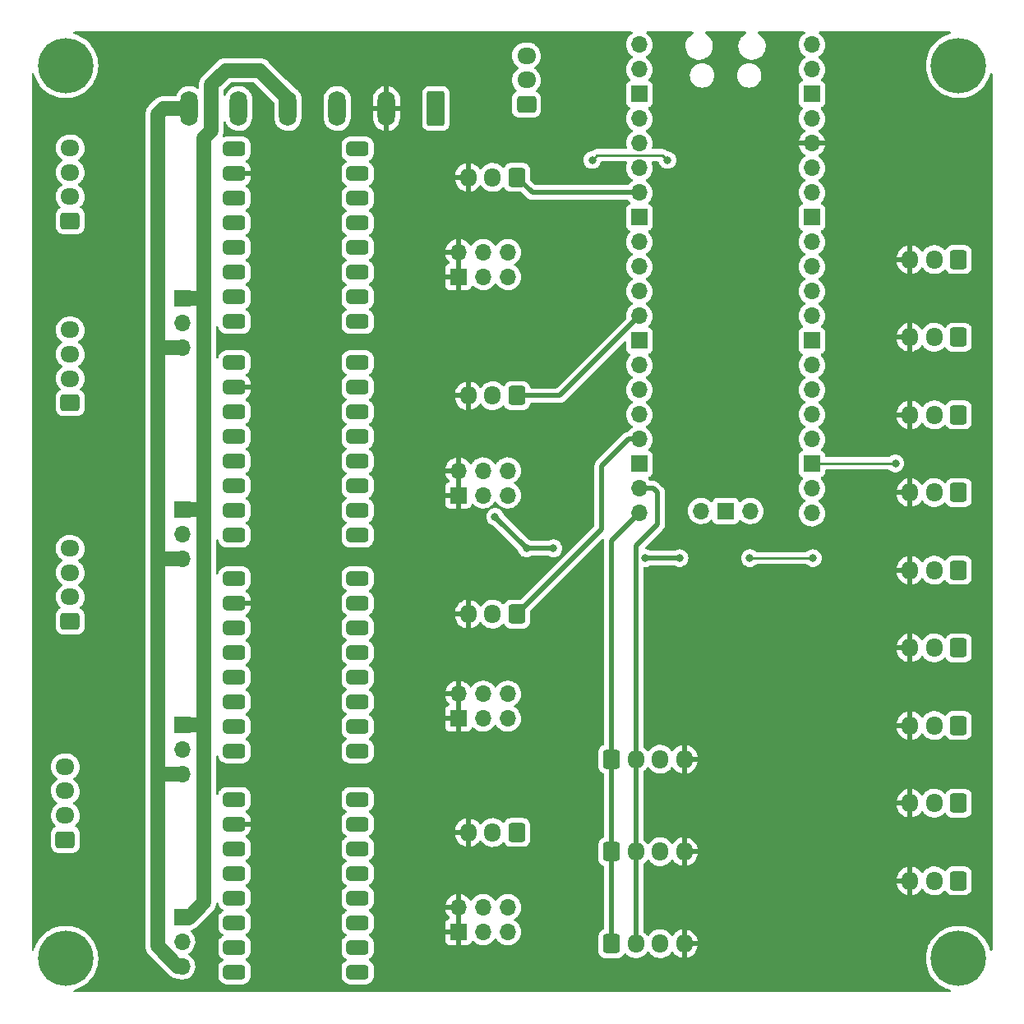
<source format=gbr>
%TF.GenerationSoftware,KiCad,Pcbnew,(6.0.2)*%
%TF.CreationDate,2022-10-21T14:00:44+13:00*%
%TF.ProjectId,PiPicoCNCShield,50695069-636f-4434-9e43-536869656c64,rev?*%
%TF.SameCoordinates,Original*%
%TF.FileFunction,Copper,L2,Bot*%
%TF.FilePolarity,Positive*%
%FSLAX46Y46*%
G04 Gerber Fmt 4.6, Leading zero omitted, Abs format (unit mm)*
G04 Created by KiCad (PCBNEW (6.0.2)) date 2022-10-21 14:00:44*
%MOMM*%
%LPD*%
G01*
G04 APERTURE LIST*
G04 Aperture macros list*
%AMRoundRect*
0 Rectangle with rounded corners*
0 $1 Rounding radius*
0 $2 $3 $4 $5 $6 $7 $8 $9 X,Y pos of 4 corners*
0 Add a 4 corners polygon primitive as box body*
4,1,4,$2,$3,$4,$5,$6,$7,$8,$9,$2,$3,0*
0 Add four circle primitives for the rounded corners*
1,1,$1+$1,$2,$3*
1,1,$1+$1,$4,$5*
1,1,$1+$1,$6,$7*
1,1,$1+$1,$8,$9*
0 Add four rect primitives between the rounded corners*
20,1,$1+$1,$2,$3,$4,$5,0*
20,1,$1+$1,$4,$5,$6,$7,0*
20,1,$1+$1,$6,$7,$8,$9,0*
20,1,$1+$1,$8,$9,$2,$3,0*%
G04 Aperture macros list end*
%TA.AperFunction,ComponentPad*%
%ADD10RoundRect,0.250000X0.725000X-0.600000X0.725000X0.600000X-0.725000X0.600000X-0.725000X-0.600000X0*%
%TD*%
%TA.AperFunction,ComponentPad*%
%ADD11O,1.950000X1.700000*%
%TD*%
%TA.AperFunction,ComponentPad*%
%ADD12O,1.700000X1.700000*%
%TD*%
%TA.AperFunction,ComponentPad*%
%ADD13R,1.700000X1.700000*%
%TD*%
%TA.AperFunction,ComponentPad*%
%ADD14RoundRect,0.250000X0.600000X0.725000X-0.600000X0.725000X-0.600000X-0.725000X0.600000X-0.725000X0*%
%TD*%
%TA.AperFunction,ComponentPad*%
%ADD15O,1.700000X1.950000*%
%TD*%
%TA.AperFunction,ComponentPad*%
%ADD16RoundRect,0.381000X0.762000X0.381000X-0.762000X0.381000X-0.762000X-0.381000X0.762000X-0.381000X0*%
%TD*%
%TA.AperFunction,ComponentPad*%
%ADD17RoundRect,0.250000X0.650000X1.550000X-0.650000X1.550000X-0.650000X-1.550000X0.650000X-1.550000X0*%
%TD*%
%TA.AperFunction,ComponentPad*%
%ADD18O,1.800000X3.600000*%
%TD*%
%TA.AperFunction,ComponentPad*%
%ADD19C,5.700000*%
%TD*%
%TA.AperFunction,ComponentPad*%
%ADD20RoundRect,0.250000X-0.600000X-0.725000X0.600000X-0.725000X0.600000X0.725000X-0.600000X0.725000X0*%
%TD*%
%TA.AperFunction,ViaPad*%
%ADD21C,0.800000*%
%TD*%
%TA.AperFunction,Conductor*%
%ADD22C,0.250000*%
%TD*%
%TA.AperFunction,Conductor*%
%ADD23C,0.500000*%
%TD*%
%TA.AperFunction,Conductor*%
%ADD24C,1.500000*%
%TD*%
G04 APERTURE END LIST*
D10*
%TO.P,J23,1,Pin_1*%
%TO.N,Net-(J23-Pad1)*%
X104475000Y-111250000D03*
D11*
%TO.P,J23,2,Pin_2*%
%TO.N,Net-(J23-Pad2)*%
X104475000Y-108750000D03*
%TO.P,J23,3,Pin_3*%
%TO.N,Net-(J23-Pad3)*%
X104475000Y-106250000D03*
%TO.P,J23,4,Pin_4*%
%TO.N,Net-(J23-Pad4)*%
X104475000Y-103750000D03*
%TD*%
D12*
%TO.P,J22,6,Pin_6*%
%TO.N,GND*%
X149555000Y-118735000D03*
%TO.P,J22,5,Pin_5*%
X149555000Y-121275000D03*
%TO.P,J22,4,Pin_4*%
%TO.N,Net-(J22-Pad4)*%
X147015000Y-118735000D03*
%TO.P,J22,3,Pin_3*%
%TO.N,Net-(J22-Pad3)*%
X147015000Y-121275000D03*
%TO.P,J22,2,Pin_2*%
%TO.N,3v3*%
X144475000Y-118735000D03*
D13*
%TO.P,J22,1,Pin_1*%
X144475000Y-121275000D03*
%TD*%
%TO.P,J13,1,Pin_1*%
%TO.N,VM_1*%
X116000000Y-77975000D03*
D12*
%TO.P,J13,2,Pin_2*%
%TO.N,Net-(J13-Pad2)*%
X116000000Y-80515000D03*
%TO.P,J13,3,Pin_3*%
%TO.N,VM_2*%
X116000000Y-83055000D03*
%TD*%
%TO.P,J14,6,Pin_6*%
%TO.N,GND*%
X149555000Y-73235000D03*
%TO.P,J14,5,Pin_5*%
X149555000Y-75775000D03*
%TO.P,J14,4,Pin_4*%
%TO.N,Net-(J14-Pad4)*%
X147015000Y-73235000D03*
%TO.P,J14,3,Pin_3*%
%TO.N,Net-(J14-Pad3)*%
X147015000Y-75775000D03*
%TO.P,J14,2,Pin_2*%
%TO.N,3v3*%
X144475000Y-73235000D03*
D13*
%TO.P,J14,1,Pin_1*%
X144475000Y-75775000D03*
%TD*%
D10*
%TO.P,J15,1,Pin_1*%
%TO.N,Net-(J15-Pad1)*%
X104475000Y-70000000D03*
D11*
%TO.P,J15,2,Pin_2*%
%TO.N,Net-(J15-Pad2)*%
X104475000Y-67500000D03*
%TO.P,J15,3,Pin_3*%
%TO.N,Net-(J15-Pad3)*%
X104475000Y-65000000D03*
%TO.P,J15,4,Pin_4*%
%TO.N,Net-(J15-Pad4)*%
X104475000Y-62500000D03*
%TD*%
D14*
%TO.P,J16,1,Pin_1*%
%TO.N,D1_ENDSTOP*%
X150500000Y-65525000D03*
D15*
%TO.P,J16,2,Pin_2*%
%TO.N,GND*%
X148000000Y-65525000D03*
%TO.P,J16,3,Pin_3*%
%TO.N,3v3*%
X145500000Y-65525000D03*
%TD*%
D11*
%TO.P,J19,4,Pin_4*%
%TO.N,Net-(J19-Pad4)*%
X104475000Y-81250000D03*
%TO.P,J19,3,Pin_3*%
%TO.N,Net-(J19-Pad3)*%
X104475000Y-83750000D03*
%TO.P,J19,2,Pin_2*%
%TO.N,Net-(J19-Pad2)*%
X104475000Y-86250000D03*
D10*
%TO.P,J19,1,Pin_1*%
%TO.N,Net-(J19-Pad1)*%
X104475000Y-88750000D03*
%TD*%
D15*
%TO.P,J20,3,Pin_3*%
%TO.N,3v3*%
X145500000Y-88025000D03*
%TO.P,J20,2,Pin_2*%
%TO.N,GND*%
X148000000Y-88025000D03*
D14*
%TO.P,J20,1,Pin_1*%
%TO.N,D2_ENDSTOP*%
X150500000Y-88025000D03*
%TD*%
D13*
%TO.P,J18,1,Pin_1*%
%TO.N,3v3*%
X144475000Y-98275000D03*
D12*
%TO.P,J18,2,Pin_2*%
X144475000Y-95735000D03*
%TO.P,J18,3,Pin_3*%
%TO.N,Net-(J18-Pad3)*%
X147015000Y-98275000D03*
%TO.P,J18,4,Pin_4*%
%TO.N,Net-(J18-Pad4)*%
X147015000Y-95735000D03*
%TO.P,J18,5,Pin_5*%
%TO.N,GND*%
X149555000Y-98275000D03*
%TO.P,J18,6,Pin_6*%
X149555000Y-95735000D03*
%TD*%
D13*
%TO.P,J17,1,Pin_1*%
%TO.N,VM_1*%
X116000000Y-99725000D03*
D12*
%TO.P,J17,2,Pin_2*%
%TO.N,Net-(J17-Pad2)*%
X116000000Y-102265000D03*
%TO.P,J17,3,Pin_3*%
%TO.N,VM_2*%
X116000000Y-104805000D03*
%TD*%
D13*
%TO.P,J21,1,Pin_1*%
%TO.N,VM_1*%
X116000000Y-121975000D03*
D12*
%TO.P,J21,2,Pin_2*%
%TO.N,Net-(J21-Pad2)*%
X116000000Y-124515000D03*
%TO.P,J21,3,Pin_3*%
%TO.N,VM_2*%
X116000000Y-127055000D03*
%TD*%
D16*
%TO.P,U3,16,VM*%
%TO.N,Net-(J17-Pad2)*%
X121400000Y-102390000D03*
%TO.P,U3,15,GND*%
%TO.N,GND*%
X121400000Y-99850000D03*
%TO.P,U3,14,A2*%
%TO.N,Net-(J19-Pad1)*%
X121400000Y-97310000D03*
%TO.P,U3,13,A1*%
%TO.N,Net-(J19-Pad2)*%
X121400000Y-94770000D03*
%TO.P,U3,12,B1*%
%TO.N,Net-(J19-Pad3)*%
X121400000Y-92230000D03*
%TO.P,U3,11,B2*%
%TO.N,Net-(J19-Pad4)*%
X121400000Y-89690000D03*
%TO.P,U3,10,VDD*%
%TO.N,3v3*%
X121400000Y-87150000D03*
%TO.P,U3,9,GND*%
%TO.N,GND*%
X121400000Y-84610000D03*
%TO.P,U3,8,DIR*%
%TO.N,D2_DIR*%
X134100000Y-84610000D03*
%TO.P,U3,7,STEP*%
%TO.N,D2_STEP*%
X134100000Y-87150000D03*
%TO.P,U3,6,CLK*%
%TO.N,unconnected-(U3-Pad6)*%
X134100000Y-89690000D03*
%TO.P,U3,5,PDN*%
%TO.N,unconnected-(U3-Pad5)*%
X134100000Y-92230000D03*
%TO.P,U3,4,PDN*%
%TO.N,unconnected-(U3-Pad4)*%
X134100000Y-94770000D03*
%TO.P,U3,3,MS2*%
%TO.N,Net-(J18-Pad4)*%
X134100000Y-97310000D03*
%TO.P,U3,2,MS1*%
%TO.N,Net-(J18-Pad3)*%
X134100000Y-99850000D03*
%TO.P,U3,1,EN*%
%TO.N,D2_EN*%
X134100000Y-102390000D03*
%TD*%
D17*
%TO.P,J29,1,Pin_1*%
%TO.N,GND*%
X142145000Y-58432500D03*
D18*
%TO.P,J29,2,Pin_2*%
%TO.N,3v3*%
X137065000Y-58432500D03*
%TO.P,J29,3,Pin_3*%
%TO.N,GND*%
X131985000Y-58432500D03*
%TO.P,J29,4,Pin_4*%
%TO.N,VM_1*%
X126905000Y-58432500D03*
%TO.P,J29,5,Pin_5*%
%TO.N,GND*%
X121825000Y-58432500D03*
%TO.P,J29,6,Pin_6*%
%TO.N,VM_2*%
X116745000Y-58432500D03*
%TD*%
D11*
%TO.P,J27,4,Pin_4*%
%TO.N,Net-(J27-Pad4)*%
X103975000Y-126250000D03*
%TO.P,J27,3,Pin_3*%
%TO.N,Net-(J27-Pad3)*%
X103975000Y-128750000D03*
%TO.P,J27,2,Pin_2*%
%TO.N,Net-(J27-Pad2)*%
X103975000Y-131250000D03*
D10*
%TO.P,J27,1,Pin_1*%
%TO.N,Net-(J27-Pad1)*%
X103975000Y-133750000D03*
%TD*%
D15*
%TO.P,J28,3,Pin_3*%
%TO.N,3v3*%
X145500000Y-133025000D03*
%TO.P,J28,2,Pin_2*%
%TO.N,GND*%
X148000000Y-133025000D03*
D14*
%TO.P,J28,1,Pin_1*%
%TO.N,IO_7_Sig_D4_ENDSTOP*%
X150500000Y-133025000D03*
%TD*%
D13*
%TO.P,J25,1,Pin_1*%
%TO.N,VM_1*%
X116000000Y-141725000D03*
D12*
%TO.P,J25,2,Pin_2*%
%TO.N,Net-(J25-Pad2)*%
X116000000Y-144265000D03*
%TO.P,J25,3,Pin_3*%
%TO.N,VM_2*%
X116000000Y-146805000D03*
%TD*%
D16*
%TO.P,U4,1,EN*%
%TO.N,D3_EN*%
X134100000Y-124640000D03*
%TO.P,U4,2,MS1*%
%TO.N,Net-(J22-Pad3)*%
X134100000Y-122100000D03*
%TO.P,U4,3,MS2*%
%TO.N,Net-(J22-Pad4)*%
X134100000Y-119560000D03*
%TO.P,U4,4,PDN*%
%TO.N,unconnected-(U4-Pad4)*%
X134100000Y-117020000D03*
%TO.P,U4,5,PDN*%
%TO.N,unconnected-(U4-Pad5)*%
X134100000Y-114480000D03*
%TO.P,U4,6,CLK*%
%TO.N,unconnected-(U4-Pad6)*%
X134100000Y-111940000D03*
%TO.P,U4,7,STEP*%
%TO.N,D3_STEP*%
X134100000Y-109400000D03*
%TO.P,U4,8,DIR*%
%TO.N,D3_DIR*%
X134100000Y-106860000D03*
%TO.P,U4,9,GND*%
%TO.N,GND*%
X121400000Y-106860000D03*
%TO.P,U4,10,VDD*%
%TO.N,3v3*%
X121400000Y-109400000D03*
%TO.P,U4,11,B2*%
%TO.N,Net-(J23-Pad4)*%
X121400000Y-111940000D03*
%TO.P,U4,12,B1*%
%TO.N,Net-(J23-Pad3)*%
X121400000Y-114480000D03*
%TO.P,U4,13,A1*%
%TO.N,Net-(J23-Pad2)*%
X121400000Y-117020000D03*
%TO.P,U4,14,A2*%
%TO.N,Net-(J23-Pad1)*%
X121400000Y-119560000D03*
%TO.P,U4,15,GND*%
%TO.N,GND*%
X121400000Y-122100000D03*
%TO.P,U4,16,VM*%
%TO.N,Net-(J21-Pad2)*%
X121400000Y-124640000D03*
%TD*%
%TO.P,U2,1,EN*%
%TO.N,D1_EN*%
X134100000Y-80390000D03*
%TO.P,U2,2,MS1*%
%TO.N,Net-(J14-Pad3)*%
X134100000Y-77850000D03*
%TO.P,U2,3,MS2*%
%TO.N,Net-(J14-Pad4)*%
X134100000Y-75310000D03*
%TO.P,U2,4,PDN*%
%TO.N,unconnected-(U2-Pad4)*%
X134100000Y-72770000D03*
%TO.P,U2,5,PDN*%
%TO.N,unconnected-(U2-Pad5)*%
X134100000Y-70230000D03*
%TO.P,U2,6,CLK*%
%TO.N,unconnected-(U2-Pad6)*%
X134100000Y-67690000D03*
%TO.P,U2,7,STEP*%
%TO.N,D1_STEP*%
X134100000Y-65150000D03*
%TO.P,U2,8,DIR*%
%TO.N,D1_DIR*%
X134100000Y-62610000D03*
%TO.P,U2,9,GND*%
%TO.N,GND*%
X121400000Y-62610000D03*
%TO.P,U2,10,VDD*%
%TO.N,3v3*%
X121400000Y-65150000D03*
%TO.P,U2,11,B2*%
%TO.N,Net-(J15-Pad4)*%
X121400000Y-67690000D03*
%TO.P,U2,12,B1*%
%TO.N,Net-(J15-Pad3)*%
X121400000Y-70230000D03*
%TO.P,U2,13,A1*%
%TO.N,Net-(J15-Pad2)*%
X121400000Y-72770000D03*
%TO.P,U2,14,A2*%
%TO.N,Net-(J15-Pad1)*%
X121400000Y-75310000D03*
%TO.P,U2,15,GND*%
%TO.N,GND*%
X121400000Y-77850000D03*
%TO.P,U2,16,VM*%
%TO.N,Net-(J13-Pad2)*%
X121400000Y-80390000D03*
%TD*%
D13*
%TO.P,J26,1,Pin_1*%
%TO.N,3v3*%
X144475000Y-143275000D03*
D12*
%TO.P,J26,2,Pin_2*%
X144475000Y-140735000D03*
%TO.P,J26,3,Pin_3*%
%TO.N,Net-(J26-Pad3)*%
X147015000Y-143275000D03*
%TO.P,J26,4,Pin_4*%
%TO.N,Net-(J26-Pad4)*%
X147015000Y-140735000D03*
%TO.P,J26,5,Pin_5*%
%TO.N,GND*%
X149555000Y-143275000D03*
%TO.P,J26,6,Pin_6*%
X149555000Y-140735000D03*
%TD*%
D15*
%TO.P,J24,3,Pin_3*%
%TO.N,3v3*%
X145500000Y-110525000D03*
%TO.P,J24,2,Pin_2*%
%TO.N,GND*%
X148000000Y-110525000D03*
D14*
%TO.P,J24,1,Pin_1*%
%TO.N,D3_ENDSTOP*%
X150500000Y-110525000D03*
%TD*%
D10*
%TO.P,J30,1,Pin_1*%
%TO.N,GND*%
X151475000Y-58000000D03*
D11*
%TO.P,J30,2,Pin_2*%
%TO.N,RX*%
X151475000Y-55500000D03*
%TO.P,J30,3,Pin_3*%
%TO.N,TX*%
X151475000Y-53000000D03*
%TD*%
D16*
%TO.P,U5,1,EN*%
%TO.N,IO_6_Sig_D4_EN*%
X134100000Y-147390000D03*
%TO.P,U5,2,MS1*%
%TO.N,Net-(J26-Pad3)*%
X134100000Y-144850000D03*
%TO.P,U5,3,MS2*%
%TO.N,Net-(J26-Pad4)*%
X134100000Y-142310000D03*
%TO.P,U5,4,PDN*%
%TO.N,unconnected-(U5-Pad4)*%
X134100000Y-139770000D03*
%TO.P,U5,5,PDN*%
%TO.N,unconnected-(U5-Pad5)*%
X134100000Y-137230000D03*
%TO.P,U5,6,CLK*%
%TO.N,unconnected-(U5-Pad6)*%
X134100000Y-134690000D03*
%TO.P,U5,7,STEP*%
%TO.N,IO_8_Sig_D4_STEP*%
X134100000Y-132150000D03*
%TO.P,U5,8,DIR*%
%TO.N,IO_9_Sig_D4_DIR*%
X134100000Y-129610000D03*
%TO.P,U5,9,GND*%
%TO.N,GND*%
X121400000Y-129610000D03*
%TO.P,U5,10,VDD*%
%TO.N,3v3*%
X121400000Y-132150000D03*
%TO.P,U5,11,B2*%
%TO.N,Net-(J27-Pad4)*%
X121400000Y-134690000D03*
%TO.P,U5,12,B1*%
%TO.N,Net-(J27-Pad3)*%
X121400000Y-137230000D03*
%TO.P,U5,13,A1*%
%TO.N,Net-(J27-Pad2)*%
X121400000Y-139770000D03*
%TO.P,U5,14,A2*%
%TO.N,Net-(J27-Pad1)*%
X121400000Y-142310000D03*
%TO.P,U5,15,GND*%
%TO.N,GND*%
X121400000Y-144850000D03*
%TO.P,U5,16,VM*%
%TO.N,Net-(J25-Pad2)*%
X121400000Y-147390000D03*
%TD*%
D19*
%TO.P,H4,1,1*%
%TO.N,GND*%
X104000000Y-146000000D03*
%TD*%
%TO.P,H1,1,1*%
%TO.N,GND*%
X104000000Y-54000000D03*
%TD*%
%TO.P,H3,1,1*%
%TO.N,GND*%
X196000000Y-146000000D03*
%TD*%
%TO.P,H2,1,1*%
%TO.N,GND*%
X196000000Y-54000000D03*
%TD*%
D12*
%TO.P,U1,43,SWDIO*%
%TO.N,unconnected-(U1-Pad43)*%
X174540000Y-99900000D03*
D13*
%TO.P,U1,42,GND*%
%TO.N,unconnected-(U1-Pad42)*%
X172000000Y-99900000D03*
D12*
%TO.P,U1,41,SWCLK*%
%TO.N,unconnected-(U1-Pad41)*%
X169460000Y-99900000D03*
%TO.P,U1,40,VBUS*%
%TO.N,unconnected-(U1-Pad40)*%
X180890000Y-51870000D03*
%TO.P,U1,39,VSYS*%
%TO.N,unconnected-(U1-Pad39)*%
X180890000Y-54410000D03*
D13*
%TO.P,U1,38,GND*%
%TO.N,GND*%
X180890000Y-56950000D03*
D12*
%TO.P,U1,37,3V3_EN*%
%TO.N,unconnected-(U1-Pad37)*%
X180890000Y-59490000D03*
%TO.P,U1,36,3V3*%
%TO.N,3v3*%
X180890000Y-62030000D03*
%TO.P,U1,35,ADC_VREF*%
%TO.N,unconnected-(U1-Pad35)*%
X180890000Y-64570000D03*
%TO.P,U1,34,GPIO28_ADC2*%
%TO.N,LED*%
X180890000Y-67110000D03*
D13*
%TO.P,U1,33,AGND*%
%TO.N,GND*%
X180890000Y-69650000D03*
D12*
%TO.P,U1,32,GPIO27_ADC1*%
%TO.N,IO_9_Sig_D4_DIR*%
X180890000Y-72190000D03*
%TO.P,U1,31,GPIO26_ADC0*%
%TO.N,IO_8_Sig_D4_STEP*%
X180890000Y-74730000D03*
%TO.P,U1,30,RUN*%
%TO.N,unconnected-(U1-Pad30)*%
X180890000Y-77270000D03*
%TO.P,U1,29,GPIO22*%
%TO.N,IO_7_Sig_D4_ENDSTOP*%
X180890000Y-79810000D03*
D13*
%TO.P,U1,28,GND*%
%TO.N,GND*%
X180890000Y-82350000D03*
D12*
%TO.P,U1,27,GPIO21*%
%TO.N,IO_6_Sig_D4_EN*%
X180890000Y-84890000D03*
%TO.P,U1,26,GPIO20*%
%TO.N,IO_5_Sig*%
X180890000Y-87430000D03*
%TO.P,U1,25,GPIO19*%
%TO.N,IO_4_Sig*%
X180890000Y-89970000D03*
%TO.P,U1,24,GPIO18*%
%TO.N,IO_3_Sig*%
X180890000Y-92510000D03*
D13*
%TO.P,U1,23,GND*%
%TO.N,GND*%
X180890000Y-95050000D03*
D12*
%TO.P,U1,22,GPIO17*%
%TO.N,IO_2_Sig*%
X180890000Y-97590000D03*
%TO.P,U1,21,GPIO16*%
%TO.N,IO_1_Sig*%
X180890000Y-100130000D03*
%TO.P,U1,20,GPIO15*%
%TO.N,SCL*%
X163110000Y-100130000D03*
%TO.P,U1,19,GPIO14*%
%TO.N,SDA*%
X163110000Y-97590000D03*
D13*
%TO.P,U1,18,GND*%
%TO.N,GND*%
X163110000Y-95050000D03*
D12*
%TO.P,U1,17,GPIO13*%
%TO.N,D3_ENDSTOP*%
X163110000Y-92510000D03*
%TO.P,U1,16,GPIO12*%
%TO.N,D3_EN*%
X163110000Y-89970000D03*
%TO.P,U1,15,GPIO11*%
%TO.N,D3_STEP*%
X163110000Y-87430000D03*
%TO.P,U1,14,GPIO10*%
%TO.N,D3_DIR*%
X163110000Y-84890000D03*
D13*
%TO.P,U1,13,GND*%
%TO.N,GND*%
X163110000Y-82350000D03*
D12*
%TO.P,U1,12,GPIO9*%
%TO.N,D2_ENDSTOP*%
X163110000Y-79810000D03*
%TO.P,U1,11,GPIO8*%
%TO.N,D2_EN*%
X163110000Y-77270000D03*
%TO.P,U1,10,GPIO7*%
%TO.N,D2_STEP*%
X163110000Y-74730000D03*
%TO.P,U1,9,GPIO6*%
%TO.N,D2_DIR*%
X163110000Y-72190000D03*
D13*
%TO.P,U1,8,GND*%
%TO.N,GND*%
X163110000Y-69650000D03*
D12*
%TO.P,U1,7,GPIO5*%
%TO.N,D1_ENDSTOP*%
X163110000Y-67110000D03*
%TO.P,U1,6,GPIO4*%
%TO.N,D1_EN*%
X163110000Y-64570000D03*
%TO.P,U1,5,GPIO3*%
%TO.N,D1_STEP*%
X163110000Y-62030000D03*
%TO.P,U1,4,GPIO2*%
%TO.N,D1_DIR*%
X163110000Y-59490000D03*
D13*
%TO.P,U1,3,GND*%
%TO.N,GND*%
X163110000Y-56950000D03*
D12*
%TO.P,U1,2,GPIO1*%
%TO.N,RX*%
X163110000Y-54410000D03*
%TO.P,U1,1,GPIO0*%
%TO.N,TX*%
X163110000Y-51870000D03*
%TD*%
D14*
%TO.P,J12,1,Pin_1*%
%TO.N,IO_9_Sig_D4_DIR*%
X196000000Y-74000000D03*
D15*
%TO.P,J12,2,Pin_2*%
%TO.N,GND*%
X193500000Y-74000000D03*
%TO.P,J12,3,Pin_3*%
%TO.N,3v3*%
X191000000Y-74000000D03*
%TD*%
D14*
%TO.P,J11,1,Pin_1*%
%TO.N,IO_3_Sig*%
X196000000Y-122000000D03*
D15*
%TO.P,J11,2,Pin_2*%
%TO.N,GND*%
X193500000Y-122000000D03*
%TO.P,J11,3,Pin_3*%
%TO.N,3v3*%
X191000000Y-122000000D03*
%TD*%
D14*
%TO.P,J10,1,Pin_1*%
%TO.N,IO_6_Sig_D4_EN*%
X196000000Y-98000000D03*
D15*
%TO.P,J10,2,Pin_2*%
%TO.N,GND*%
X193500000Y-98000000D03*
%TO.P,J10,3,Pin_3*%
%TO.N,3v3*%
X191000000Y-98000000D03*
%TD*%
D14*
%TO.P,J9,1,Pin_1*%
%TO.N,IO_8_Sig_D4_STEP*%
X196000000Y-82000000D03*
D15*
%TO.P,J9,2,Pin_2*%
%TO.N,GND*%
X193500000Y-82000000D03*
%TO.P,J9,3,Pin_3*%
%TO.N,3v3*%
X191000000Y-82000000D03*
%TD*%
D14*
%TO.P,J8,1,Pin_1*%
%TO.N,IO_5_Sig*%
X196000000Y-106000000D03*
D15*
%TO.P,J8,2,Pin_2*%
%TO.N,GND*%
X193500000Y-106000000D03*
%TO.P,J8,3,Pin_3*%
%TO.N,3v3*%
X191000000Y-106000000D03*
%TD*%
D14*
%TO.P,J7,1,Pin_1*%
%TO.N,IO_2_Sig*%
X196000000Y-130000000D03*
D15*
%TO.P,J7,2,Pin_2*%
%TO.N,GND*%
X193500000Y-130000000D03*
%TO.P,J7,3,Pin_3*%
%TO.N,3v3*%
X191000000Y-130000000D03*
%TD*%
D14*
%TO.P,J6,1,Pin_1*%
%TO.N,IO_7_Sig_D4_ENDSTOP*%
X196000000Y-90000000D03*
D15*
%TO.P,J6,2,Pin_2*%
%TO.N,GND*%
X193500000Y-90000000D03*
%TO.P,J6,3,Pin_3*%
%TO.N,3v3*%
X191000000Y-90000000D03*
%TD*%
D14*
%TO.P,J5,1,Pin_1*%
%TO.N,IO_4_Sig*%
X196000000Y-114000000D03*
D15*
%TO.P,J5,2,Pin_2*%
%TO.N,GND*%
X193500000Y-114000000D03*
%TO.P,J5,3,Pin_3*%
%TO.N,3v3*%
X191000000Y-114000000D03*
%TD*%
%TO.P,J4,3,Pin_3*%
%TO.N,3v3*%
X191000000Y-138000000D03*
%TO.P,J4,2,Pin_2*%
%TO.N,GND*%
X193500000Y-138000000D03*
D14*
%TO.P,J4,1,Pin_1*%
%TO.N,IO_1_Sig*%
X196000000Y-138000000D03*
%TD*%
D20*
%TO.P,J3,1,Pin_1*%
%TO.N,SCL*%
X160250000Y-144475000D03*
D15*
%TO.P,J3,2,Pin_2*%
%TO.N,SDA*%
X162750000Y-144475000D03*
%TO.P,J3,3,Pin_3*%
%TO.N,GND*%
X165250000Y-144475000D03*
%TO.P,J3,4,Pin_4*%
%TO.N,3v3*%
X167750000Y-144475000D03*
%TD*%
%TO.P,J2,4,Pin_4*%
%TO.N,3v3*%
X167750000Y-125475000D03*
%TO.P,J2,3,Pin_3*%
%TO.N,GND*%
X165250000Y-125475000D03*
%TO.P,J2,2,Pin_2*%
%TO.N,SDA*%
X162750000Y-125475000D03*
D20*
%TO.P,J2,1,Pin_1*%
%TO.N,SCL*%
X160250000Y-125475000D03*
%TD*%
D15*
%TO.P,J1,4,Pin_4*%
%TO.N,3v3*%
X167750000Y-135000000D03*
%TO.P,J1,3,Pin_3*%
%TO.N,GND*%
X165250000Y-135000000D03*
%TO.P,J1,2,Pin_2*%
%TO.N,SDA*%
X162750000Y-135000000D03*
D20*
%TO.P,J1,1,Pin_1*%
%TO.N,SCL*%
X160250000Y-135000000D03*
%TD*%
D21*
%TO.N,GND*%
X181000000Y-104750000D03*
X174500000Y-104750000D03*
X148250000Y-100500000D03*
X189500000Y-95000000D03*
X167250000Y-104750000D03*
X163750000Y-104750000D03*
X151500000Y-103750000D03*
X154250000Y-103750000D03*
X166000000Y-63750000D03*
X158250000Y-63750000D03*
%TD*%
D22*
%TO.N,GND*%
X181000000Y-104750000D02*
X174500000Y-104750000D01*
D23*
X148250000Y-100500000D02*
X151500000Y-103750000D01*
D22*
X180940000Y-95000000D02*
X180890000Y-95050000D01*
X189500000Y-95000000D02*
X180940000Y-95000000D01*
D23*
X154250000Y-103750000D02*
X151500000Y-103750000D01*
X163750000Y-104750000D02*
X167250000Y-104750000D01*
D22*
X165500000Y-63250000D02*
X166000000Y-63750000D01*
X158750000Y-63250000D02*
X165500000Y-63250000D01*
X158250000Y-63750000D02*
X158750000Y-63250000D01*
D23*
%TO.N,SDA*%
X164590000Y-97590000D02*
X163110000Y-97590000D01*
X165000000Y-98000000D02*
X164590000Y-97590000D01*
X165000000Y-101250000D02*
X165000000Y-98000000D01*
X162750000Y-103500000D02*
X165000000Y-101250000D01*
X162750000Y-144475000D02*
X162750000Y-103500000D01*
%TO.N,SCL*%
X160250000Y-102990000D02*
X163110000Y-100130000D01*
X160250000Y-144475000D02*
X160250000Y-102990000D01*
%TO.N,D3_ENDSTOP*%
X161990000Y-92510000D02*
X163110000Y-92510000D01*
X159250000Y-101775000D02*
X159250000Y-95250000D01*
X159250000Y-95250000D02*
X161990000Y-92510000D01*
X150500000Y-110525000D02*
X159250000Y-101775000D01*
%TO.N,D2_ENDSTOP*%
X154895000Y-88025000D02*
X163110000Y-79810000D01*
X150500000Y-88025000D02*
X154895000Y-88025000D01*
%TO.N,D1_ENDSTOP*%
X152085000Y-67110000D02*
X150500000Y-65525000D01*
X163110000Y-67110000D02*
X152085000Y-67110000D01*
D24*
%TO.N,VM_1*%
X118225000Y-77975000D02*
X118250000Y-78000000D01*
X116000000Y-77975000D02*
X118225000Y-77975000D01*
X118250000Y-78000000D02*
X118250000Y-99500000D01*
X118250000Y-61500000D02*
X118250000Y-78000000D01*
X118025000Y-99725000D02*
X118250000Y-99500000D01*
X116000000Y-99725000D02*
X118025000Y-99725000D01*
X118250000Y-99500000D02*
X118250000Y-121750000D01*
X118025000Y-121975000D02*
X118250000Y-121750000D01*
X118250000Y-121750000D02*
X118250000Y-140250000D01*
X116000000Y-121975000D02*
X118025000Y-121975000D01*
X116775000Y-141725000D02*
X116000000Y-141725000D01*
X118250000Y-140250000D02*
X116775000Y-141725000D01*
X119000000Y-60750000D02*
X118250000Y-61500000D01*
X119000000Y-56000000D02*
X119000000Y-60750000D01*
X120500000Y-54500000D02*
X119000000Y-56000000D01*
X124000000Y-54500000D02*
X120500000Y-54500000D01*
X126905000Y-57405000D02*
X124000000Y-54500000D01*
X126905000Y-58432500D02*
X126905000Y-57405000D01*
%TO.N,VM_2*%
X113555000Y-83055000D02*
X113500000Y-83000000D01*
X113500000Y-83000000D02*
X113500000Y-104500000D01*
X116000000Y-83055000D02*
X113555000Y-83055000D01*
X113500000Y-59000000D02*
X113500000Y-83000000D01*
X113500000Y-104500000D02*
X113500000Y-127500000D01*
X116000000Y-104805000D02*
X113805000Y-104805000D01*
X113805000Y-104805000D02*
X113500000Y-104500000D01*
X116000000Y-127055000D02*
X113945000Y-127055000D01*
X113945000Y-127055000D02*
X113500000Y-127500000D01*
X113500000Y-127500000D02*
X113500000Y-144750000D01*
X113500000Y-144750000D02*
X115555000Y-146805000D01*
X114067500Y-58432500D02*
X113500000Y-59000000D01*
X116745000Y-58432500D02*
X114067500Y-58432500D01*
X115555000Y-146805000D02*
X116000000Y-146805000D01*
%TD*%
%TA.AperFunction,Conductor*%
%TO.N,3v3*%
G36*
X162351764Y-50528002D02*
G01*
X162398257Y-50581658D01*
X162408361Y-50651932D01*
X162378867Y-50716512D01*
X162359296Y-50734760D01*
X162245356Y-50820309D01*
X162204965Y-50850635D01*
X162050629Y-51012138D01*
X162047715Y-51016410D01*
X162047714Y-51016411D01*
X161967611Y-51133838D01*
X161924743Y-51196680D01*
X161830688Y-51399305D01*
X161770989Y-51614570D01*
X161747251Y-51836695D01*
X161747548Y-51841848D01*
X161747548Y-51841851D01*
X161756667Y-52000000D01*
X161760110Y-52059715D01*
X161761247Y-52064761D01*
X161761248Y-52064767D01*
X161762959Y-52072359D01*
X161809222Y-52277639D01*
X161893266Y-52484616D01*
X161944019Y-52567438D01*
X161965964Y-52603248D01*
X162009987Y-52675088D01*
X162156250Y-52843938D01*
X162328126Y-52986632D01*
X162361060Y-53005877D01*
X162401445Y-53029476D01*
X162450169Y-53081114D01*
X162463240Y-53150897D01*
X162436509Y-53216669D01*
X162396055Y-53250027D01*
X162383607Y-53256507D01*
X162379474Y-53259610D01*
X162379471Y-53259612D01*
X162210609Y-53386397D01*
X162204965Y-53390635D01*
X162050629Y-53552138D01*
X162047715Y-53556410D01*
X162047714Y-53556411D01*
X162003721Y-53620902D01*
X161924743Y-53736680D01*
X161895928Y-53798757D01*
X161833328Y-53933618D01*
X161830688Y-53939305D01*
X161770989Y-54154570D01*
X161747251Y-54376695D01*
X161747548Y-54381848D01*
X161747548Y-54381851D01*
X161753011Y-54476590D01*
X161760110Y-54599715D01*
X161761247Y-54604761D01*
X161761248Y-54604767D01*
X161781055Y-54692653D01*
X161809222Y-54817639D01*
X161847461Y-54911811D01*
X161878013Y-54987051D01*
X161893266Y-55024616D01*
X161909630Y-55051320D01*
X162002046Y-55202129D01*
X162009987Y-55215088D01*
X162156250Y-55383938D01*
X162160230Y-55387242D01*
X162164981Y-55391187D01*
X162204616Y-55450090D01*
X162206113Y-55521071D01*
X162168997Y-55581593D01*
X162128724Y-55606112D01*
X162013295Y-55649385D01*
X161896739Y-55736739D01*
X161809385Y-55853295D01*
X161758255Y-55989684D01*
X161751500Y-56051866D01*
X161751500Y-57848134D01*
X161758255Y-57910316D01*
X161809385Y-58046705D01*
X161896739Y-58163261D01*
X162013295Y-58250615D01*
X162021704Y-58253767D01*
X162021705Y-58253768D01*
X162130451Y-58294535D01*
X162187216Y-58337176D01*
X162211916Y-58403738D01*
X162196709Y-58473087D01*
X162177316Y-58499568D01*
X162050629Y-58632138D01*
X162047715Y-58636410D01*
X162047714Y-58636411D01*
X161971578Y-58748022D01*
X161924743Y-58816680D01*
X161830688Y-59019305D01*
X161770989Y-59234570D01*
X161747251Y-59456695D01*
X161747548Y-59461848D01*
X161747548Y-59461851D01*
X161753011Y-59556590D01*
X161760110Y-59679715D01*
X161761247Y-59684761D01*
X161761248Y-59684767D01*
X161779253Y-59764658D01*
X161809222Y-59897639D01*
X161893266Y-60104616D01*
X162009987Y-60295088D01*
X162156250Y-60463938D01*
X162236685Y-60530716D01*
X162320361Y-60600185D01*
X162328126Y-60606632D01*
X162389050Y-60642233D01*
X162401445Y-60649476D01*
X162450169Y-60701114D01*
X162463240Y-60770897D01*
X162436509Y-60836669D01*
X162396055Y-60870027D01*
X162383607Y-60876507D01*
X162379474Y-60879610D01*
X162379471Y-60879612D01*
X162209100Y-61007530D01*
X162204965Y-61010635D01*
X162201393Y-61014373D01*
X162091295Y-61129584D01*
X162050629Y-61172138D01*
X162047715Y-61176410D01*
X162047714Y-61176411D01*
X162044943Y-61180473D01*
X161924743Y-61356680D01*
X161877715Y-61457993D01*
X161845875Y-61526588D01*
X161830688Y-61559305D01*
X161770989Y-61774570D01*
X161747251Y-61996695D01*
X161747548Y-62001848D01*
X161747548Y-62001851D01*
X161752910Y-62094841D01*
X161760110Y-62219715D01*
X161761247Y-62224761D01*
X161761248Y-62224767D01*
X161774597Y-62284000D01*
X161809222Y-62437639D01*
X161811164Y-62442421D01*
X161811437Y-62443093D01*
X161811466Y-62443386D01*
X161812714Y-62447367D01*
X161811892Y-62447624D01*
X161818534Y-62513734D01*
X161786314Y-62576998D01*
X161725005Y-62612800D01*
X161694695Y-62616500D01*
X158828768Y-62616500D01*
X158817585Y-62615973D01*
X158810092Y-62614298D01*
X158802166Y-62614547D01*
X158802165Y-62614547D01*
X158742002Y-62616438D01*
X158738044Y-62616500D01*
X158710144Y-62616500D01*
X158706154Y-62617004D01*
X158694320Y-62617936D01*
X158650111Y-62619326D01*
X158642497Y-62621538D01*
X158642492Y-62621539D01*
X158630659Y-62624977D01*
X158611296Y-62628988D01*
X158591203Y-62631526D01*
X158583836Y-62634443D01*
X158583831Y-62634444D01*
X158550092Y-62647802D01*
X158538865Y-62651646D01*
X158496407Y-62663982D01*
X158489581Y-62668019D01*
X158478972Y-62674293D01*
X158461224Y-62682988D01*
X158442383Y-62690448D01*
X158435967Y-62695110D01*
X158435966Y-62695110D01*
X158406613Y-62716436D01*
X158396693Y-62722952D01*
X158365465Y-62741420D01*
X158365462Y-62741422D01*
X158358638Y-62745458D01*
X158344317Y-62759779D01*
X158329284Y-62772619D01*
X158312893Y-62784528D01*
X158307840Y-62790636D01*
X158307838Y-62790638D01*
X158303557Y-62795813D01*
X158244725Y-62835553D01*
X158206471Y-62841500D01*
X158154513Y-62841500D01*
X158148061Y-62842872D01*
X158148056Y-62842872D01*
X158061112Y-62861353D01*
X157967712Y-62881206D01*
X157961682Y-62883891D01*
X157961681Y-62883891D01*
X157799278Y-62956197D01*
X157799276Y-62956198D01*
X157793248Y-62958882D01*
X157638747Y-63071134D01*
X157634326Y-63076044D01*
X157634325Y-63076045D01*
X157607155Y-63106221D01*
X157510960Y-63213056D01*
X157415473Y-63378444D01*
X157356458Y-63560072D01*
X157355768Y-63566633D01*
X157355768Y-63566635D01*
X157340868Y-63708401D01*
X157336496Y-63750000D01*
X157337186Y-63756565D01*
X157355477Y-63930590D01*
X157356458Y-63939928D01*
X157415473Y-64121556D01*
X157418776Y-64127278D01*
X157418777Y-64127279D01*
X157448509Y-64178776D01*
X157510960Y-64286944D01*
X157515378Y-64291851D01*
X157515379Y-64291852D01*
X157611625Y-64398744D01*
X157638747Y-64428866D01*
X157725847Y-64492148D01*
X157740759Y-64502982D01*
X157793248Y-64541118D01*
X157799276Y-64543802D01*
X157799278Y-64543803D01*
X157961681Y-64616109D01*
X157967712Y-64618794D01*
X158033031Y-64632678D01*
X158148056Y-64657128D01*
X158148061Y-64657128D01*
X158154513Y-64658500D01*
X158345487Y-64658500D01*
X158351939Y-64657128D01*
X158351944Y-64657128D01*
X158466969Y-64632678D01*
X158532288Y-64618794D01*
X158538319Y-64616109D01*
X158700722Y-64543803D01*
X158700724Y-64543802D01*
X158706752Y-64541118D01*
X158759242Y-64502982D01*
X158774153Y-64492148D01*
X158861253Y-64428866D01*
X158888375Y-64398744D01*
X158984621Y-64291852D01*
X158984622Y-64291851D01*
X158989040Y-64286944D01*
X159051491Y-64178776D01*
X159081223Y-64127279D01*
X159081224Y-64127278D01*
X159084527Y-64121556D01*
X159133588Y-63970563D01*
X159173662Y-63911958D01*
X159239059Y-63884321D01*
X159253421Y-63883500D01*
X161733461Y-63883500D01*
X161801582Y-63903502D01*
X161848075Y-63957158D01*
X161858179Y-64027432D01*
X161847749Y-64062550D01*
X161833616Y-64092998D01*
X161830688Y-64099305D01*
X161770989Y-64314570D01*
X161770440Y-64319707D01*
X161770247Y-64321517D01*
X161747251Y-64536695D01*
X161747548Y-64541848D01*
X161747548Y-64541851D01*
X161756489Y-64696918D01*
X161760110Y-64759715D01*
X161761247Y-64764761D01*
X161761248Y-64764767D01*
X161775639Y-64828623D01*
X161809222Y-64977639D01*
X161893266Y-65184616D01*
X161895965Y-65189020D01*
X161962669Y-65297871D01*
X162009987Y-65375088D01*
X162156250Y-65543938D01*
X162328126Y-65686632D01*
X162364505Y-65707890D01*
X162401445Y-65729476D01*
X162450169Y-65781114D01*
X162463240Y-65850897D01*
X162436509Y-65916669D01*
X162396055Y-65950027D01*
X162383607Y-65956507D01*
X162379474Y-65959610D01*
X162379471Y-65959612D01*
X162209100Y-66087530D01*
X162204965Y-66090635D01*
X162050629Y-66252138D01*
X162020363Y-66296507D01*
X161965455Y-66341507D01*
X161916277Y-66351500D01*
X152451371Y-66351500D01*
X152383250Y-66331498D01*
X152362276Y-66314595D01*
X151895405Y-65847724D01*
X151861379Y-65785412D01*
X151858500Y-65758629D01*
X151858500Y-64749600D01*
X151855087Y-64716706D01*
X151848238Y-64650692D01*
X151848237Y-64650688D01*
X151847526Y-64643834D01*
X151842606Y-64629085D01*
X151793868Y-64483002D01*
X151791550Y-64476054D01*
X151698478Y-64325652D01*
X151653975Y-64281226D01*
X151578483Y-64205866D01*
X151573303Y-64200695D01*
X151567072Y-64196854D01*
X151428968Y-64111725D01*
X151428966Y-64111724D01*
X151422738Y-64107885D01*
X151309353Y-64070277D01*
X151261389Y-64054368D01*
X151261387Y-64054368D01*
X151254861Y-64052203D01*
X151248025Y-64051503D01*
X151248022Y-64051502D01*
X151204969Y-64047091D01*
X151150400Y-64041500D01*
X149849600Y-64041500D01*
X149846354Y-64041837D01*
X149846350Y-64041837D01*
X149750692Y-64051762D01*
X149750688Y-64051763D01*
X149743834Y-64052474D01*
X149737298Y-64054655D01*
X149737296Y-64054655D01*
X149611645Y-64096576D01*
X149576054Y-64108450D01*
X149425652Y-64201522D01*
X149300695Y-64326697D01*
X149227170Y-64445977D01*
X149210920Y-64472339D01*
X149158148Y-64519832D01*
X149088076Y-64531256D01*
X149022952Y-64502982D01*
X149012490Y-64493195D01*
X148964393Y-64442777D01*
X148903424Y-64378865D01*
X148854336Y-64342342D01*
X148779878Y-64286944D01*
X148718458Y-64241246D01*
X148713707Y-64238830D01*
X148713703Y-64238828D01*
X148595588Y-64178776D01*
X148512949Y-64136760D01*
X148507855Y-64135178D01*
X148507852Y-64135177D01*
X148297871Y-64069976D01*
X148292773Y-64068393D01*
X148287484Y-64067692D01*
X148069511Y-64038802D01*
X148069506Y-64038802D01*
X148064226Y-64038102D01*
X148058897Y-64038302D01*
X148058895Y-64038302D01*
X147949034Y-64042427D01*
X147833842Y-64046751D01*
X147828623Y-64047846D01*
X147806566Y-64052474D01*
X147608209Y-64094093D01*
X147603250Y-64096051D01*
X147603248Y-64096052D01*
X147398744Y-64176815D01*
X147398742Y-64176816D01*
X147393779Y-64178776D01*
X147389220Y-64181543D01*
X147389217Y-64181544D01*
X147294113Y-64239255D01*
X147196683Y-64298377D01*
X147192653Y-64301874D01*
X147030485Y-64442596D01*
X147022555Y-64449477D01*
X147003809Y-64472339D01*
X146879760Y-64623627D01*
X146879756Y-64623633D01*
X146876376Y-64627755D01*
X146873733Y-64632398D01*
X146858171Y-64659735D01*
X146807088Y-64709041D01*
X146737458Y-64722902D01*
X146671387Y-64696918D01*
X146644149Y-64667768D01*
X146565148Y-64550422D01*
X146558481Y-64542130D01*
X146406772Y-64383100D01*
X146398814Y-64376059D01*
X146222475Y-64244859D01*
X146213438Y-64239255D01*
X146017516Y-64139643D01*
X146007665Y-64135643D01*
X145797760Y-64070466D01*
X145787376Y-64068183D01*
X145771957Y-64066139D01*
X145757793Y-64068335D01*
X145754000Y-64081522D01*
X145754000Y-66966192D01*
X145757973Y-66979723D01*
X145768580Y-66981248D01*
X145886421Y-66956523D01*
X145896617Y-66953463D01*
X146101029Y-66872737D01*
X146110561Y-66868006D01*
X146298462Y-66753984D01*
X146307052Y-66747720D01*
X146473052Y-66603673D01*
X146480472Y-66596042D01*
X146619826Y-66426089D01*
X146625848Y-66417326D01*
X146641238Y-66390289D01*
X146692320Y-66340982D01*
X146761951Y-66327120D01*
X146828022Y-66353103D01*
X146855261Y-66382253D01*
X146884117Y-66425114D01*
X146937441Y-66504319D01*
X146941120Y-66508176D01*
X146941122Y-66508178D01*
X146963834Y-66531986D01*
X147096576Y-66671135D01*
X147281542Y-66808754D01*
X147286293Y-66811170D01*
X147286297Y-66811172D01*
X147381759Y-66859707D01*
X147487051Y-66913240D01*
X147492145Y-66914822D01*
X147492148Y-66914823D01*
X147657583Y-66966192D01*
X147707227Y-66981607D01*
X147712516Y-66982308D01*
X147930489Y-67011198D01*
X147930494Y-67011198D01*
X147935774Y-67011898D01*
X147941103Y-67011698D01*
X147941105Y-67011698D01*
X148050966Y-67007574D01*
X148166158Y-67003249D01*
X148188802Y-66998498D01*
X148386572Y-66957002D01*
X148391791Y-66955907D01*
X148396750Y-66953949D01*
X148396752Y-66953948D01*
X148601256Y-66873185D01*
X148601258Y-66873184D01*
X148606221Y-66871224D01*
X148611525Y-66868006D01*
X148798757Y-66754390D01*
X148798756Y-66754390D01*
X148803317Y-66751623D01*
X148890788Y-66675720D01*
X148973412Y-66604023D01*
X148973414Y-66604021D01*
X148977445Y-66600523D01*
X149006670Y-66564880D01*
X149065329Y-66524886D01*
X149136299Y-66522954D01*
X149197048Y-66559698D01*
X149211248Y-66578468D01*
X149270329Y-66673941D01*
X149301522Y-66724348D01*
X149426697Y-66849305D01*
X149432927Y-66853145D01*
X149432928Y-66853146D01*
X149526496Y-66910822D01*
X149577262Y-66942115D01*
X149612938Y-66953948D01*
X149738611Y-66995632D01*
X149738613Y-66995632D01*
X149745139Y-66997797D01*
X149751975Y-66998497D01*
X149751978Y-66998498D01*
X149787663Y-67002154D01*
X149849600Y-67008500D01*
X150858629Y-67008500D01*
X150926750Y-67028502D01*
X150947724Y-67045405D01*
X151501230Y-67598911D01*
X151513616Y-67613323D01*
X151522149Y-67624918D01*
X151522154Y-67624923D01*
X151526492Y-67630818D01*
X151532070Y-67635557D01*
X151532073Y-67635560D01*
X151566768Y-67665035D01*
X151574284Y-67671965D01*
X151579979Y-67677660D01*
X151582861Y-67679940D01*
X151602251Y-67695281D01*
X151605655Y-67698072D01*
X151655703Y-67740591D01*
X151661285Y-67745333D01*
X151667801Y-67748661D01*
X151672838Y-67752020D01*
X151677977Y-67755194D01*
X151683716Y-67759734D01*
X151690349Y-67762834D01*
X151749837Y-67790636D01*
X151753791Y-67792569D01*
X151818808Y-67825769D01*
X151825924Y-67827510D01*
X151831554Y-67829604D01*
X151837321Y-67831523D01*
X151843950Y-67834621D01*
X151851110Y-67836110D01*
X151851112Y-67836111D01*
X151915396Y-67849482D01*
X151919680Y-67850452D01*
X151990610Y-67867808D01*
X151996212Y-67868156D01*
X151996215Y-67868156D01*
X152001764Y-67868500D01*
X152001762Y-67868536D01*
X152005752Y-67868775D01*
X152009950Y-67869150D01*
X152017115Y-67870640D01*
X152094504Y-67868546D01*
X152097912Y-67868500D01*
X161912491Y-67868500D01*
X161980612Y-67888502D01*
X162009402Y-67915595D01*
X162009987Y-67915088D01*
X162156250Y-68083938D01*
X162160230Y-68087242D01*
X162164981Y-68091187D01*
X162204616Y-68150090D01*
X162206113Y-68221071D01*
X162168997Y-68281593D01*
X162128724Y-68306112D01*
X162013295Y-68349385D01*
X161896739Y-68436739D01*
X161809385Y-68553295D01*
X161758255Y-68689684D01*
X161751500Y-68751866D01*
X161751500Y-70548134D01*
X161758255Y-70610316D01*
X161809385Y-70746705D01*
X161896739Y-70863261D01*
X162013295Y-70950615D01*
X162021704Y-70953767D01*
X162021705Y-70953768D01*
X162130451Y-70994535D01*
X162187216Y-71037176D01*
X162211916Y-71103738D01*
X162196709Y-71173087D01*
X162177316Y-71199568D01*
X162050629Y-71332138D01*
X161924743Y-71516680D01*
X161830688Y-71719305D01*
X161770989Y-71934570D01*
X161747251Y-72156695D01*
X161747548Y-72161848D01*
X161747548Y-72161851D01*
X161755730Y-72303755D01*
X161760110Y-72379715D01*
X161761247Y-72384761D01*
X161761248Y-72384767D01*
X161781119Y-72472939D01*
X161809222Y-72597639D01*
X161857383Y-72716246D01*
X161879623Y-72771016D01*
X161893266Y-72804616D01*
X161895965Y-72809020D01*
X162000478Y-72979570D01*
X162009987Y-72995088D01*
X162156250Y-73163938D01*
X162241845Y-73235000D01*
X162323889Y-73303114D01*
X162328126Y-73306632D01*
X162367224Y-73329479D01*
X162401445Y-73349476D01*
X162450169Y-73401114D01*
X162463240Y-73470897D01*
X162436509Y-73536669D01*
X162396055Y-73570027D01*
X162383607Y-73576507D01*
X162379474Y-73579610D01*
X162379471Y-73579612D01*
X162209100Y-73707530D01*
X162204965Y-73710635D01*
X162201393Y-73714373D01*
X162072152Y-73849616D01*
X162050629Y-73872138D01*
X161924743Y-74056680D01*
X161909003Y-74090590D01*
X161866159Y-74182890D01*
X161830688Y-74259305D01*
X161770989Y-74474570D01*
X161747251Y-74696695D01*
X161747548Y-74701848D01*
X161747548Y-74701851D01*
X161756914Y-74864286D01*
X161760110Y-74919715D01*
X161761247Y-74924761D01*
X161761248Y-74924767D01*
X161781119Y-75012939D01*
X161809222Y-75137639D01*
X161846313Y-75228984D01*
X161885019Y-75324305D01*
X161893266Y-75344616D01*
X161895965Y-75349020D01*
X162000478Y-75519570D01*
X162009987Y-75535088D01*
X162156250Y-75703938D01*
X162328126Y-75846632D01*
X162367224Y-75869479D01*
X162401445Y-75889476D01*
X162450169Y-75941114D01*
X162463240Y-76010897D01*
X162436509Y-76076669D01*
X162396055Y-76110027D01*
X162383607Y-76116507D01*
X162379474Y-76119610D01*
X162379471Y-76119612D01*
X162209100Y-76247530D01*
X162204965Y-76250635D01*
X162201393Y-76254373D01*
X162072152Y-76389616D01*
X162050629Y-76412138D01*
X161924743Y-76596680D01*
X161903001Y-76643519D01*
X161857008Y-76742604D01*
X161830688Y-76799305D01*
X161770989Y-77014570D01*
X161747251Y-77236695D01*
X161747548Y-77241848D01*
X161747548Y-77241851D01*
X161755730Y-77383755D01*
X161760110Y-77459715D01*
X161761247Y-77464761D01*
X161761248Y-77464767D01*
X161781119Y-77552939D01*
X161809222Y-77677639D01*
X161893266Y-77884616D01*
X162009987Y-78075088D01*
X162156250Y-78243938D01*
X162328126Y-78386632D01*
X162367224Y-78409479D01*
X162401445Y-78429476D01*
X162450169Y-78481114D01*
X162463240Y-78550897D01*
X162436509Y-78616669D01*
X162396055Y-78650027D01*
X162383607Y-78656507D01*
X162379474Y-78659610D01*
X162379471Y-78659612D01*
X162209100Y-78787530D01*
X162204965Y-78790635D01*
X162050629Y-78952138D01*
X161924743Y-79136680D01*
X161909003Y-79170590D01*
X161833383Y-79333500D01*
X161830688Y-79339305D01*
X161770989Y-79554570D01*
X161747251Y-79776695D01*
X161747548Y-79781848D01*
X161747548Y-79781851D01*
X161750998Y-79841680D01*
X161760110Y-79999715D01*
X161761247Y-80004760D01*
X161761966Y-80009877D01*
X161760518Y-80010081D01*
X161756398Y-80074274D01*
X161727119Y-80120200D01*
X154617724Y-87229595D01*
X154555412Y-87263621D01*
X154528629Y-87266500D01*
X151973856Y-87266500D01*
X151905735Y-87246498D01*
X151859242Y-87192842D01*
X151848529Y-87153504D01*
X151847526Y-87143834D01*
X151840785Y-87123627D01*
X151793868Y-86983002D01*
X151791550Y-86976054D01*
X151698478Y-86825652D01*
X151573303Y-86700695D01*
X151567072Y-86696854D01*
X151428968Y-86611725D01*
X151428966Y-86611724D01*
X151422738Y-86607885D01*
X151309353Y-86570277D01*
X151261389Y-86554368D01*
X151261387Y-86554368D01*
X151254861Y-86552203D01*
X151248025Y-86551503D01*
X151248022Y-86551502D01*
X151204969Y-86547091D01*
X151150400Y-86541500D01*
X149849600Y-86541500D01*
X149846354Y-86541837D01*
X149846350Y-86541837D01*
X149750692Y-86551762D01*
X149750688Y-86551763D01*
X149743834Y-86552474D01*
X149737298Y-86554655D01*
X149737296Y-86554655D01*
X149606546Y-86598277D01*
X149576054Y-86608450D01*
X149425652Y-86701522D01*
X149300695Y-86826697D01*
X149296855Y-86832927D01*
X149296854Y-86832928D01*
X149282496Y-86856221D01*
X149227170Y-86945977D01*
X149210920Y-86972339D01*
X149158148Y-87019832D01*
X149088076Y-87031256D01*
X149022952Y-87002982D01*
X149012490Y-86993195D01*
X148907103Y-86882722D01*
X148903424Y-86878865D01*
X148872990Y-86856221D01*
X148791526Y-86795610D01*
X148718458Y-86741246D01*
X148713707Y-86738830D01*
X148713703Y-86738828D01*
X148595588Y-86678776D01*
X148512949Y-86636760D01*
X148507855Y-86635178D01*
X148507852Y-86635177D01*
X148297871Y-86569976D01*
X148292773Y-86568393D01*
X148287484Y-86567692D01*
X148069511Y-86538802D01*
X148069506Y-86538802D01*
X148064226Y-86538102D01*
X148058897Y-86538302D01*
X148058895Y-86538302D01*
X147949034Y-86542426D01*
X147833842Y-86546751D01*
X147828623Y-86547846D01*
X147806566Y-86552474D01*
X147608209Y-86594093D01*
X147603250Y-86596051D01*
X147603248Y-86596052D01*
X147398744Y-86676815D01*
X147398742Y-86676816D01*
X147393779Y-86678776D01*
X147389220Y-86681543D01*
X147389217Y-86681544D01*
X147294113Y-86739255D01*
X147196683Y-86798377D01*
X147192653Y-86801874D01*
X147071061Y-86907386D01*
X147022555Y-86949477D01*
X147003809Y-86972339D01*
X146879760Y-87123627D01*
X146879756Y-87123633D01*
X146876376Y-87127755D01*
X146873733Y-87132398D01*
X146858171Y-87159735D01*
X146807088Y-87209041D01*
X146737458Y-87222902D01*
X146671387Y-87196918D01*
X146644149Y-87167768D01*
X146565148Y-87050422D01*
X146558481Y-87042130D01*
X146406772Y-86883100D01*
X146398814Y-86876059D01*
X146222475Y-86744859D01*
X146213438Y-86739255D01*
X146017516Y-86639643D01*
X146007665Y-86635643D01*
X145797760Y-86570466D01*
X145787376Y-86568183D01*
X145771957Y-86566139D01*
X145757793Y-86568335D01*
X145754000Y-86581522D01*
X145754000Y-89466192D01*
X145757973Y-89479723D01*
X145768580Y-89481248D01*
X145886421Y-89456523D01*
X145896617Y-89453463D01*
X146101029Y-89372737D01*
X146110561Y-89368006D01*
X146298462Y-89253984D01*
X146307052Y-89247720D01*
X146473052Y-89103673D01*
X146480472Y-89096042D01*
X146619826Y-88926089D01*
X146625848Y-88917326D01*
X146641238Y-88890289D01*
X146692320Y-88840982D01*
X146761951Y-88827120D01*
X146828022Y-88853103D01*
X146855261Y-88882253D01*
X146883688Y-88924477D01*
X146937441Y-89004319D01*
X146941120Y-89008176D01*
X146941122Y-89008178D01*
X147002710Y-89072738D01*
X147096576Y-89171135D01*
X147281542Y-89308754D01*
X147286293Y-89311170D01*
X147286297Y-89311172D01*
X147324490Y-89330590D01*
X147487051Y-89413240D01*
X147492145Y-89414822D01*
X147492148Y-89414823D01*
X147657583Y-89466192D01*
X147707227Y-89481607D01*
X147712516Y-89482308D01*
X147930489Y-89511198D01*
X147930494Y-89511198D01*
X147935774Y-89511898D01*
X147941103Y-89511698D01*
X147941105Y-89511698D01*
X148050966Y-89507574D01*
X148166158Y-89503249D01*
X148188802Y-89498498D01*
X148386572Y-89457002D01*
X148391791Y-89455907D01*
X148396750Y-89453949D01*
X148396752Y-89453948D01*
X148601256Y-89373185D01*
X148601258Y-89373184D01*
X148606221Y-89371224D01*
X148611525Y-89368006D01*
X148798757Y-89254390D01*
X148798756Y-89254390D01*
X148803317Y-89251623D01*
X148891801Y-89174841D01*
X148973412Y-89104023D01*
X148973414Y-89104021D01*
X148977445Y-89100523D01*
X149006670Y-89064880D01*
X149065329Y-89024886D01*
X149136299Y-89022954D01*
X149197048Y-89059698D01*
X149211248Y-89078468D01*
X149255133Y-89149384D01*
X149301522Y-89224348D01*
X149426697Y-89349305D01*
X149432927Y-89353145D01*
X149432928Y-89353146D01*
X149570090Y-89437694D01*
X149577262Y-89442115D01*
X149612938Y-89453948D01*
X149738611Y-89495632D01*
X149738613Y-89495632D01*
X149745139Y-89497797D01*
X149751975Y-89498497D01*
X149751978Y-89498498D01*
X149787663Y-89502154D01*
X149849600Y-89508500D01*
X151150400Y-89508500D01*
X151153646Y-89508163D01*
X151153650Y-89508163D01*
X151249308Y-89498238D01*
X151249312Y-89498237D01*
X151256166Y-89497526D01*
X151262702Y-89495345D01*
X151262704Y-89495345D01*
X151394806Y-89451272D01*
X151423946Y-89441550D01*
X151574348Y-89348478D01*
X151699305Y-89223303D01*
X151703146Y-89217072D01*
X151788275Y-89078968D01*
X151788276Y-89078966D01*
X151792115Y-89072738D01*
X151832615Y-88950635D01*
X151845632Y-88911389D01*
X151845632Y-88911387D01*
X151847797Y-88904861D01*
X151848498Y-88898020D01*
X151848499Y-88898015D01*
X151848639Y-88896651D01*
X151848960Y-88895864D01*
X151849941Y-88891290D01*
X151850757Y-88891465D01*
X151875483Y-88830925D01*
X151933600Y-88790146D01*
X151973982Y-88783500D01*
X154827930Y-88783500D01*
X154846880Y-88784933D01*
X154861115Y-88787099D01*
X154861119Y-88787099D01*
X154868349Y-88788199D01*
X154875641Y-88787606D01*
X154875644Y-88787606D01*
X154921018Y-88783915D01*
X154931233Y-88783500D01*
X154939293Y-88783500D01*
X154952583Y-88781951D01*
X154967507Y-88780211D01*
X154971882Y-88779778D01*
X155037339Y-88774454D01*
X155037342Y-88774453D01*
X155044637Y-88773860D01*
X155051601Y-88771604D01*
X155057560Y-88770413D01*
X155063415Y-88769029D01*
X155070681Y-88768182D01*
X155139327Y-88743265D01*
X155143455Y-88741848D01*
X155205936Y-88721607D01*
X155205938Y-88721606D01*
X155212899Y-88719351D01*
X155219154Y-88715555D01*
X155224628Y-88713049D01*
X155230058Y-88710330D01*
X155236937Y-88707833D01*
X155243058Y-88703820D01*
X155297976Y-88667814D01*
X155301680Y-88665477D01*
X155364107Y-88627595D01*
X155372484Y-88620197D01*
X155372508Y-88620224D01*
X155375500Y-88617571D01*
X155378733Y-88614868D01*
X155384852Y-88610856D01*
X155438128Y-88554617D01*
X155440506Y-88552175D01*
X161536405Y-82456276D01*
X161598717Y-82422250D01*
X161669532Y-82427315D01*
X161726368Y-82469862D01*
X161751179Y-82536382D01*
X161751500Y-82545371D01*
X161751500Y-83248134D01*
X161758255Y-83310316D01*
X161809385Y-83446705D01*
X161896739Y-83563261D01*
X162013295Y-83650615D01*
X162021704Y-83653767D01*
X162021705Y-83653768D01*
X162130451Y-83694535D01*
X162187216Y-83737176D01*
X162211916Y-83803738D01*
X162196709Y-83873087D01*
X162177316Y-83899568D01*
X162050629Y-84032138D01*
X162047715Y-84036410D01*
X162047714Y-84036411D01*
X161980235Y-84135332D01*
X161924743Y-84216680D01*
X161909003Y-84250590D01*
X161845738Y-84386883D01*
X161830688Y-84419305D01*
X161770989Y-84634570D01*
X161747251Y-84856695D01*
X161747548Y-84861848D01*
X161747548Y-84861851D01*
X161758898Y-85058688D01*
X161760110Y-85079715D01*
X161761247Y-85084761D01*
X161761248Y-85084767D01*
X161772905Y-85136492D01*
X161809222Y-85297639D01*
X161893266Y-85504616D01*
X161895965Y-85509020D01*
X161962938Y-85618310D01*
X162009987Y-85695088D01*
X162156250Y-85863938D01*
X162328126Y-86006632D01*
X162356217Y-86023047D01*
X162401445Y-86049476D01*
X162450169Y-86101114D01*
X162463240Y-86170897D01*
X162436509Y-86236669D01*
X162396055Y-86270027D01*
X162383607Y-86276507D01*
X162379474Y-86279610D01*
X162379471Y-86279612D01*
X162209100Y-86407530D01*
X162204965Y-86410635D01*
X162201393Y-86414373D01*
X162075081Y-86546551D01*
X162050629Y-86572138D01*
X162047715Y-86576410D01*
X162047714Y-86576411D01*
X162023228Y-86612306D01*
X161924743Y-86756680D01*
X161889350Y-86832928D01*
X161833207Y-86953879D01*
X161830688Y-86959305D01*
X161770989Y-87174570D01*
X161747251Y-87396695D01*
X161747548Y-87401848D01*
X161747548Y-87401851D01*
X161758724Y-87595681D01*
X161760110Y-87619715D01*
X161761247Y-87624761D01*
X161761248Y-87624767D01*
X161781119Y-87712939D01*
X161809222Y-87837639D01*
X161893266Y-88044616D01*
X161928962Y-88102866D01*
X161962938Y-88158310D01*
X162009987Y-88235088D01*
X162156250Y-88403938D01*
X162328126Y-88546632D01*
X162332591Y-88549241D01*
X162401445Y-88589476D01*
X162450169Y-88641114D01*
X162463240Y-88710897D01*
X162436509Y-88776669D01*
X162396055Y-88810027D01*
X162383607Y-88816507D01*
X162379474Y-88819610D01*
X162379471Y-88819612D01*
X162209100Y-88947530D01*
X162204965Y-88950635D01*
X162201393Y-88954373D01*
X162055159Y-89107398D01*
X162050629Y-89112138D01*
X162047715Y-89116410D01*
X162047714Y-89116411D01*
X161979048Y-89217072D01*
X161924743Y-89296680D01*
X161891635Y-89368006D01*
X161838578Y-89482308D01*
X161830688Y-89499305D01*
X161770989Y-89714570D01*
X161747251Y-89936695D01*
X161747548Y-89941848D01*
X161747548Y-89941851D01*
X161758677Y-90134865D01*
X161760110Y-90159715D01*
X161761247Y-90164761D01*
X161761248Y-90164767D01*
X161772905Y-90216492D01*
X161809222Y-90377639D01*
X161847461Y-90471811D01*
X161890528Y-90577872D01*
X161893266Y-90584616D01*
X161895965Y-90589020D01*
X161962938Y-90698310D01*
X162009987Y-90775088D01*
X162156250Y-90943938D01*
X162328126Y-91086632D01*
X162356217Y-91103047D01*
X162401445Y-91129476D01*
X162450169Y-91181114D01*
X162463240Y-91250897D01*
X162436509Y-91316669D01*
X162396055Y-91350027D01*
X162383607Y-91356507D01*
X162379474Y-91359610D01*
X162379471Y-91359612D01*
X162209942Y-91486898D01*
X162204965Y-91490635D01*
X162050629Y-91652138D01*
X162018453Y-91699307D01*
X161963543Y-91744308D01*
X161928956Y-91753453D01*
X161917474Y-91754791D01*
X161913118Y-91755222D01*
X161847661Y-91760546D01*
X161847658Y-91760547D01*
X161840363Y-91761140D01*
X161833399Y-91763396D01*
X161827440Y-91764587D01*
X161821585Y-91765971D01*
X161814319Y-91766818D01*
X161745673Y-91791735D01*
X161741545Y-91793152D01*
X161679064Y-91813393D01*
X161679062Y-91813394D01*
X161672101Y-91815649D01*
X161665846Y-91819445D01*
X161660372Y-91821951D01*
X161654942Y-91824670D01*
X161648063Y-91827167D01*
X161641943Y-91831180D01*
X161641942Y-91831180D01*
X161587024Y-91867186D01*
X161583320Y-91869523D01*
X161520893Y-91907405D01*
X161512516Y-91914803D01*
X161512492Y-91914776D01*
X161509500Y-91917429D01*
X161506267Y-91920132D01*
X161500148Y-91924144D01*
X161495116Y-91929456D01*
X161446872Y-91980383D01*
X161444494Y-91982825D01*
X158761089Y-94666230D01*
X158746677Y-94678616D01*
X158735082Y-94687149D01*
X158735077Y-94687154D01*
X158729182Y-94691492D01*
X158724443Y-94697070D01*
X158724440Y-94697073D01*
X158694965Y-94731768D01*
X158688035Y-94739284D01*
X158682340Y-94744979D01*
X158680060Y-94747861D01*
X158664719Y-94767251D01*
X158661928Y-94770655D01*
X158628441Y-94810072D01*
X158614667Y-94826285D01*
X158611339Y-94832801D01*
X158607972Y-94837850D01*
X158604805Y-94842979D01*
X158600266Y-94848716D01*
X158569345Y-94914875D01*
X158567442Y-94918769D01*
X158534231Y-94983808D01*
X158532492Y-94990916D01*
X158530393Y-94996559D01*
X158528476Y-95002322D01*
X158525378Y-95008950D01*
X158510679Y-95079621D01*
X158510514Y-95080412D01*
X158509544Y-95084696D01*
X158492192Y-95155610D01*
X158491500Y-95166764D01*
X158491464Y-95166762D01*
X158491225Y-95170755D01*
X158490851Y-95174947D01*
X158489360Y-95182115D01*
X158490246Y-95214865D01*
X158491454Y-95259521D01*
X158491500Y-95262928D01*
X158491500Y-101408629D01*
X158471498Y-101476750D01*
X158454595Y-101497724D01*
X150947724Y-109004595D01*
X150885412Y-109038621D01*
X150858629Y-109041500D01*
X149849600Y-109041500D01*
X149846354Y-109041837D01*
X149846350Y-109041837D01*
X149750692Y-109051762D01*
X149750688Y-109051763D01*
X149743834Y-109052474D01*
X149737298Y-109054655D01*
X149737296Y-109054655D01*
X149605194Y-109098728D01*
X149576054Y-109108450D01*
X149425652Y-109201522D01*
X149300695Y-109326697D01*
X149296855Y-109332927D01*
X149296854Y-109332928D01*
X149282496Y-109356221D01*
X149227170Y-109445977D01*
X149210920Y-109472339D01*
X149158148Y-109519832D01*
X149088076Y-109531256D01*
X149022952Y-109502982D01*
X149012490Y-109493195D01*
X148907103Y-109382722D01*
X148903424Y-109378865D01*
X148872990Y-109356221D01*
X148722740Y-109244432D01*
X148722741Y-109244432D01*
X148718458Y-109241246D01*
X148713707Y-109238830D01*
X148713703Y-109238828D01*
X148595588Y-109178776D01*
X148512949Y-109136760D01*
X148507855Y-109135178D01*
X148507852Y-109135177D01*
X148297871Y-109069976D01*
X148292773Y-109068393D01*
X148287484Y-109067692D01*
X148069511Y-109038802D01*
X148069506Y-109038802D01*
X148064226Y-109038102D01*
X148058897Y-109038302D01*
X148058895Y-109038302D01*
X147949034Y-109042427D01*
X147833842Y-109046751D01*
X147608209Y-109094093D01*
X147603250Y-109096051D01*
X147603248Y-109096052D01*
X147398744Y-109176815D01*
X147398742Y-109176816D01*
X147393779Y-109178776D01*
X147389220Y-109181543D01*
X147389217Y-109181544D01*
X147294113Y-109239255D01*
X147196683Y-109298377D01*
X147192653Y-109301874D01*
X147099484Y-109382722D01*
X147022555Y-109449477D01*
X147006992Y-109468458D01*
X146879760Y-109623627D01*
X146879756Y-109623633D01*
X146876376Y-109627755D01*
X146873733Y-109632398D01*
X146858171Y-109659735D01*
X146807088Y-109709041D01*
X146737458Y-109722902D01*
X146671387Y-109696918D01*
X146644149Y-109667768D01*
X146565148Y-109550422D01*
X146558481Y-109542130D01*
X146406772Y-109383100D01*
X146398814Y-109376059D01*
X146222475Y-109244859D01*
X146213438Y-109239255D01*
X146017516Y-109139643D01*
X146007665Y-109135643D01*
X145797760Y-109070466D01*
X145787376Y-109068183D01*
X145771957Y-109066139D01*
X145757793Y-109068335D01*
X145754000Y-109081522D01*
X145754000Y-111966192D01*
X145757973Y-111979723D01*
X145768580Y-111981248D01*
X145886421Y-111956523D01*
X145896617Y-111953463D01*
X146101029Y-111872737D01*
X146110561Y-111868006D01*
X146298462Y-111753984D01*
X146307052Y-111747720D01*
X146473052Y-111603673D01*
X146480472Y-111596042D01*
X146619826Y-111426089D01*
X146625848Y-111417326D01*
X146641238Y-111390289D01*
X146692320Y-111340982D01*
X146761951Y-111327120D01*
X146828022Y-111353103D01*
X146855261Y-111382253D01*
X146883933Y-111424841D01*
X146937441Y-111504319D01*
X146941120Y-111508176D01*
X146941122Y-111508178D01*
X147002710Y-111572738D01*
X147096576Y-111671135D01*
X147281542Y-111808754D01*
X147286293Y-111811170D01*
X147286297Y-111811172D01*
X147349481Y-111843296D01*
X147487051Y-111913240D01*
X147492145Y-111914822D01*
X147492148Y-111914823D01*
X147657583Y-111966192D01*
X147707227Y-111981607D01*
X147712516Y-111982308D01*
X147930489Y-112011198D01*
X147930494Y-112011198D01*
X147935774Y-112011898D01*
X147941103Y-112011698D01*
X147941105Y-112011698D01*
X148050966Y-112007573D01*
X148166158Y-112003249D01*
X148188802Y-111998498D01*
X148386572Y-111957002D01*
X148391791Y-111955907D01*
X148396750Y-111953949D01*
X148396752Y-111953948D01*
X148601256Y-111873185D01*
X148601258Y-111873184D01*
X148606221Y-111871224D01*
X148611525Y-111868006D01*
X148798757Y-111754390D01*
X148798756Y-111754390D01*
X148803317Y-111751623D01*
X148843134Y-111717072D01*
X148973412Y-111604023D01*
X148973414Y-111604021D01*
X148977445Y-111600523D01*
X149006670Y-111564880D01*
X149065329Y-111524886D01*
X149136299Y-111522954D01*
X149197048Y-111559698D01*
X149211248Y-111578468D01*
X149227062Y-111604023D01*
X149301522Y-111724348D01*
X149426697Y-111849305D01*
X149432927Y-111853145D01*
X149432928Y-111853146D01*
X149570090Y-111937694D01*
X149577262Y-111942115D01*
X149612938Y-111953948D01*
X149738611Y-111995632D01*
X149738613Y-111995632D01*
X149745139Y-111997797D01*
X149751975Y-111998497D01*
X149751978Y-111998498D01*
X149787663Y-112002154D01*
X149849600Y-112008500D01*
X151150400Y-112008500D01*
X151153646Y-112008163D01*
X151153650Y-112008163D01*
X151249308Y-111998238D01*
X151249312Y-111998237D01*
X151256166Y-111997526D01*
X151262702Y-111995345D01*
X151262704Y-111995345D01*
X151394806Y-111951272D01*
X151423946Y-111941550D01*
X151574348Y-111848478D01*
X151699305Y-111723303D01*
X151731462Y-111671135D01*
X151788275Y-111578968D01*
X151788276Y-111578966D01*
X151792115Y-111572738D01*
X151847797Y-111404861D01*
X151850114Y-111382253D01*
X151858172Y-111303598D01*
X151858500Y-111300400D01*
X151858500Y-110291371D01*
X151878502Y-110223250D01*
X151895405Y-110202276D01*
X159275591Y-102822090D01*
X159337903Y-102788064D01*
X159408718Y-102793129D01*
X159465554Y-102835676D01*
X159490365Y-102902196D01*
X159490226Y-102917951D01*
X159489360Y-102922115D01*
X159489558Y-102929435D01*
X159491454Y-102999521D01*
X159491500Y-103002928D01*
X159491500Y-123912462D01*
X159471498Y-123980583D01*
X159417842Y-124027076D01*
X159405376Y-124031986D01*
X159369087Y-124044093D01*
X159326054Y-124058450D01*
X159175652Y-124151522D01*
X159050695Y-124276697D01*
X159046855Y-124282927D01*
X159046854Y-124282928D01*
X158972466Y-124403608D01*
X158957885Y-124427262D01*
X158936472Y-124491822D01*
X158906432Y-124582390D01*
X158902203Y-124595139D01*
X158901503Y-124601975D01*
X158901502Y-124601978D01*
X158899338Y-124623102D01*
X158891500Y-124699600D01*
X158891500Y-126250400D01*
X158891837Y-126253646D01*
X158891837Y-126253650D01*
X158900875Y-126340752D01*
X158902474Y-126356166D01*
X158904655Y-126362702D01*
X158904655Y-126362704D01*
X158936405Y-126457870D01*
X158958450Y-126523946D01*
X159051522Y-126674348D01*
X159176697Y-126799305D01*
X159182927Y-126803145D01*
X159182928Y-126803146D01*
X159320090Y-126887694D01*
X159327262Y-126892115D01*
X159384949Y-126911249D01*
X159405167Y-126917955D01*
X159463527Y-126958386D01*
X159490764Y-127023950D01*
X159491500Y-127037548D01*
X159491500Y-133437462D01*
X159471498Y-133505583D01*
X159417842Y-133552076D01*
X159405376Y-133556986D01*
X159369087Y-133569093D01*
X159326054Y-133583450D01*
X159175652Y-133676522D01*
X159050695Y-133801697D01*
X159046855Y-133807927D01*
X159046854Y-133807928D01*
X158972466Y-133928608D01*
X158957885Y-133952262D01*
X158940619Y-134004319D01*
X158906432Y-134107390D01*
X158902203Y-134120139D01*
X158901503Y-134126975D01*
X158901502Y-134126978D01*
X158899338Y-134148102D01*
X158891500Y-134224600D01*
X158891500Y-135775400D01*
X158891837Y-135778646D01*
X158891837Y-135778650D01*
X158900875Y-135865752D01*
X158902474Y-135881166D01*
X158904655Y-135887702D01*
X158904655Y-135887704D01*
X158936405Y-135982870D01*
X158958450Y-136048946D01*
X159051522Y-136199348D01*
X159176697Y-136324305D01*
X159182927Y-136328145D01*
X159182928Y-136328146D01*
X159320090Y-136412694D01*
X159327262Y-136417115D01*
X159384949Y-136436249D01*
X159405167Y-136442955D01*
X159463527Y-136483386D01*
X159490764Y-136548950D01*
X159491500Y-136562548D01*
X159491500Y-142912462D01*
X159471498Y-142980583D01*
X159417842Y-143027076D01*
X159405376Y-143031986D01*
X159369087Y-143044093D01*
X159326054Y-143058450D01*
X159175652Y-143151522D01*
X159050695Y-143276697D01*
X159046855Y-143282927D01*
X159046854Y-143282928D01*
X158970290Y-143407138D01*
X158957885Y-143427262D01*
X158936472Y-143491822D01*
X158905435Y-143585396D01*
X158902203Y-143595139D01*
X158901503Y-143601975D01*
X158901502Y-143601978D01*
X158899570Y-143620840D01*
X158891500Y-143699600D01*
X158891500Y-145250400D01*
X158891837Y-145253646D01*
X158891837Y-145253650D01*
X158900999Y-145341949D01*
X158902474Y-145356166D01*
X158904655Y-145362702D01*
X158904655Y-145362704D01*
X158936405Y-145457870D01*
X158958450Y-145523946D01*
X159051522Y-145674348D01*
X159176697Y-145799305D01*
X159182927Y-145803145D01*
X159182928Y-145803146D01*
X159320090Y-145887694D01*
X159327262Y-145892115D01*
X159362938Y-145903948D01*
X159488611Y-145945632D01*
X159488613Y-145945632D01*
X159495139Y-145947797D01*
X159501975Y-145948497D01*
X159501978Y-145948498D01*
X159537663Y-145952154D01*
X159599600Y-145958500D01*
X160900400Y-145958500D01*
X160903646Y-145958163D01*
X160903650Y-145958163D01*
X160999308Y-145948238D01*
X160999312Y-145948237D01*
X161006166Y-145947526D01*
X161012702Y-145945345D01*
X161012704Y-145945345D01*
X161144806Y-145901272D01*
X161173946Y-145891550D01*
X161324348Y-145798478D01*
X161449305Y-145673303D01*
X161539081Y-145527660D01*
X161591852Y-145480168D01*
X161661924Y-145468744D01*
X161727048Y-145497018D01*
X161737510Y-145506805D01*
X161779215Y-145550523D01*
X161846576Y-145621135D01*
X161850854Y-145624318D01*
X161886341Y-145650721D01*
X162031542Y-145758754D01*
X162036293Y-145761170D01*
X162036297Y-145761172D01*
X162099481Y-145793296D01*
X162237051Y-145863240D01*
X162242145Y-145864822D01*
X162242148Y-145864823D01*
X162407583Y-145916192D01*
X162457227Y-145931607D01*
X162462516Y-145932308D01*
X162680489Y-145961198D01*
X162680494Y-145961198D01*
X162685774Y-145961898D01*
X162691103Y-145961698D01*
X162691105Y-145961698D01*
X162800966Y-145957573D01*
X162916158Y-145953249D01*
X162938802Y-145948498D01*
X163136572Y-145907002D01*
X163141791Y-145905907D01*
X163146750Y-145903949D01*
X163146752Y-145903948D01*
X163351256Y-145823185D01*
X163351258Y-145823184D01*
X163356221Y-145821224D01*
X163361525Y-145818006D01*
X163548757Y-145704390D01*
X163548756Y-145704390D01*
X163553317Y-145701623D01*
X163628076Y-145636751D01*
X163723412Y-145554023D01*
X163723414Y-145554021D01*
X163727445Y-145550523D01*
X163794500Y-145468744D01*
X163870240Y-145376373D01*
X163870244Y-145376367D01*
X163873624Y-145372245D01*
X163891552Y-145340750D01*
X163942632Y-145291445D01*
X164012262Y-145277583D01*
X164078333Y-145303566D01*
X164105573Y-145332716D01*
X164187441Y-145454319D01*
X164191120Y-145458176D01*
X164191122Y-145458178D01*
X164201202Y-145468744D01*
X164346576Y-145621135D01*
X164350854Y-145624318D01*
X164386341Y-145650721D01*
X164531542Y-145758754D01*
X164536293Y-145761170D01*
X164536297Y-145761172D01*
X164599481Y-145793296D01*
X164737051Y-145863240D01*
X164742145Y-145864822D01*
X164742148Y-145864823D01*
X164907583Y-145916192D01*
X164957227Y-145931607D01*
X164962516Y-145932308D01*
X165180489Y-145961198D01*
X165180494Y-145961198D01*
X165185774Y-145961898D01*
X165191103Y-145961698D01*
X165191105Y-145961698D01*
X165300966Y-145957573D01*
X165416158Y-145953249D01*
X165438802Y-145948498D01*
X165636572Y-145907002D01*
X165641791Y-145905907D01*
X165646750Y-145903949D01*
X165646752Y-145903948D01*
X165851256Y-145823185D01*
X165851258Y-145823184D01*
X165856221Y-145821224D01*
X165861525Y-145818006D01*
X166048757Y-145704390D01*
X166048756Y-145704390D01*
X166053317Y-145701623D01*
X166128076Y-145636751D01*
X166223412Y-145554023D01*
X166223414Y-145554021D01*
X166227445Y-145550523D01*
X166294500Y-145468744D01*
X166370240Y-145376373D01*
X166370244Y-145376367D01*
X166373624Y-145372245D01*
X166383520Y-145354861D01*
X166391829Y-145340265D01*
X166442912Y-145290959D01*
X166512542Y-145277098D01*
X166578613Y-145303082D01*
X166605851Y-145332232D01*
X166684852Y-145449578D01*
X166691519Y-145457870D01*
X166843228Y-145616900D01*
X166851186Y-145623941D01*
X167027525Y-145755141D01*
X167036562Y-145760745D01*
X167232484Y-145860357D01*
X167242335Y-145864357D01*
X167452240Y-145929534D01*
X167462624Y-145931817D01*
X167478043Y-145933861D01*
X167492207Y-145931665D01*
X167496000Y-145918478D01*
X167496000Y-145916192D01*
X168004000Y-145916192D01*
X168007973Y-145929723D01*
X168018580Y-145931248D01*
X168136421Y-145906523D01*
X168146617Y-145903463D01*
X168351029Y-145822737D01*
X168360561Y-145818006D01*
X168548462Y-145703984D01*
X168557052Y-145697720D01*
X168723052Y-145553673D01*
X168730472Y-145546042D01*
X168869826Y-145376089D01*
X168875850Y-145367322D01*
X168984576Y-145176318D01*
X168989041Y-145166654D01*
X169064031Y-144960059D01*
X169066802Y-144949792D01*
X169103504Y-144746826D01*
X169102085Y-144733586D01*
X169087450Y-144729000D01*
X168022115Y-144729000D01*
X168006876Y-144733475D01*
X168005671Y-144734865D01*
X168004000Y-144742548D01*
X168004000Y-145916192D01*
X167496000Y-145916192D01*
X167496000Y-144202885D01*
X168004000Y-144202885D01*
X168008475Y-144218124D01*
X168009865Y-144219329D01*
X168017548Y-144221000D01*
X169083849Y-144221000D01*
X169098527Y-144216690D01*
X169100590Y-144204807D01*
X169093876Y-144125675D01*
X169092086Y-144115203D01*
X169036870Y-143902465D01*
X169033335Y-143892425D01*
X168943063Y-143692030D01*
X168937894Y-143682744D01*
X168815150Y-143500425D01*
X168808481Y-143492130D01*
X168656772Y-143333100D01*
X168648814Y-143326059D01*
X168472475Y-143194859D01*
X168463438Y-143189255D01*
X168267516Y-143089643D01*
X168257665Y-143085643D01*
X168047760Y-143020466D01*
X168037376Y-143018183D01*
X168021957Y-143016139D01*
X168007793Y-143018335D01*
X168004000Y-143031522D01*
X168004000Y-144202885D01*
X167496000Y-144202885D01*
X167496000Y-143033808D01*
X167492027Y-143020277D01*
X167481420Y-143018752D01*
X167363579Y-143043477D01*
X167353383Y-143046537D01*
X167148971Y-143127263D01*
X167139439Y-143131994D01*
X166951538Y-143246016D01*
X166942948Y-143252280D01*
X166776948Y-143396327D01*
X166769528Y-143403958D01*
X166630174Y-143573911D01*
X166624152Y-143582674D01*
X166608762Y-143609711D01*
X166557680Y-143659018D01*
X166488049Y-143672880D01*
X166421978Y-143646897D01*
X166394739Y-143617747D01*
X166357927Y-143563069D01*
X166312559Y-143495681D01*
X166258123Y-143438617D01*
X166224725Y-143403608D01*
X166153424Y-143328865D01*
X165968458Y-143191246D01*
X165963707Y-143188830D01*
X165963703Y-143188828D01*
X165845588Y-143128776D01*
X165762949Y-143086760D01*
X165757855Y-143085178D01*
X165757852Y-143085177D01*
X165547871Y-143019976D01*
X165542773Y-143018393D01*
X165528679Y-143016525D01*
X165319511Y-142988802D01*
X165319506Y-142988802D01*
X165314226Y-142988102D01*
X165308897Y-142988302D01*
X165308895Y-142988302D01*
X165199034Y-142992427D01*
X165083842Y-142996751D01*
X165078623Y-142997846D01*
X164996223Y-143015135D01*
X164858209Y-143044093D01*
X164853250Y-143046051D01*
X164853248Y-143046052D01*
X164648744Y-143126815D01*
X164648742Y-143126816D01*
X164643779Y-143128776D01*
X164639220Y-143131543D01*
X164639217Y-143131544D01*
X164493064Y-143220232D01*
X164446683Y-143248377D01*
X164442653Y-143251874D01*
X164305892Y-143370549D01*
X164272555Y-143399477D01*
X164254881Y-143421032D01*
X164129760Y-143573627D01*
X164129756Y-143573633D01*
X164126376Y-143577755D01*
X164108448Y-143609250D01*
X164057368Y-143658555D01*
X163987738Y-143672417D01*
X163921667Y-143646434D01*
X163894427Y-143617284D01*
X163865548Y-143574388D01*
X163812559Y-143495681D01*
X163758123Y-143438617D01*
X163724725Y-143403608D01*
X163653424Y-143328865D01*
X163559287Y-143258824D01*
X163516574Y-143202115D01*
X163508500Y-143157736D01*
X163508500Y-138270193D01*
X189649410Y-138270193D01*
X189656124Y-138349325D01*
X189657914Y-138359797D01*
X189713130Y-138572535D01*
X189716665Y-138582575D01*
X189806937Y-138782970D01*
X189812106Y-138792256D01*
X189934850Y-138974575D01*
X189941519Y-138982870D01*
X190093228Y-139141900D01*
X190101186Y-139148941D01*
X190277525Y-139280141D01*
X190286562Y-139285745D01*
X190482484Y-139385357D01*
X190492335Y-139389357D01*
X190702240Y-139454534D01*
X190712624Y-139456817D01*
X190728043Y-139458861D01*
X190742207Y-139456665D01*
X190746000Y-139443478D01*
X190746000Y-139441192D01*
X191254000Y-139441192D01*
X191257973Y-139454723D01*
X191268580Y-139456248D01*
X191386421Y-139431523D01*
X191396617Y-139428463D01*
X191601029Y-139347737D01*
X191610561Y-139343006D01*
X191798462Y-139228984D01*
X191807052Y-139222720D01*
X191973052Y-139078673D01*
X191980472Y-139071042D01*
X192119826Y-138901089D01*
X192125848Y-138892326D01*
X192141238Y-138865289D01*
X192192320Y-138815982D01*
X192261951Y-138802120D01*
X192328022Y-138828103D01*
X192355261Y-138857253D01*
X192384773Y-138901089D01*
X192437441Y-138979319D01*
X192441120Y-138983176D01*
X192441122Y-138983178D01*
X192502710Y-139047738D01*
X192596576Y-139146135D01*
X192781542Y-139283754D01*
X192786293Y-139286170D01*
X192786297Y-139286172D01*
X192861300Y-139324305D01*
X192987051Y-139388240D01*
X192992145Y-139389822D01*
X192992148Y-139389823D01*
X193157583Y-139441192D01*
X193207227Y-139456607D01*
X193212516Y-139457308D01*
X193430489Y-139486198D01*
X193430494Y-139486198D01*
X193435774Y-139486898D01*
X193441103Y-139486698D01*
X193441105Y-139486698D01*
X193550966Y-139482574D01*
X193666158Y-139478249D01*
X193688802Y-139473498D01*
X193886572Y-139432002D01*
X193891791Y-139430907D01*
X193896750Y-139428949D01*
X193896752Y-139428948D01*
X194101256Y-139348185D01*
X194101258Y-139348184D01*
X194106221Y-139346224D01*
X194111525Y-139343006D01*
X194298757Y-139229390D01*
X194298756Y-139229390D01*
X194303317Y-139226623D01*
X194343134Y-139192072D01*
X194473412Y-139079023D01*
X194473414Y-139079021D01*
X194477445Y-139075523D01*
X194506670Y-139039880D01*
X194565329Y-138999886D01*
X194636299Y-138997954D01*
X194697048Y-139034698D01*
X194711248Y-139053468D01*
X194727062Y-139079023D01*
X194801522Y-139199348D01*
X194926697Y-139324305D01*
X194932927Y-139328145D01*
X194932928Y-139328146D01*
X195070090Y-139412694D01*
X195077262Y-139417115D01*
X195112938Y-139428948D01*
X195238611Y-139470632D01*
X195238613Y-139470632D01*
X195245139Y-139472797D01*
X195251975Y-139473497D01*
X195251978Y-139473498D01*
X195287663Y-139477154D01*
X195349600Y-139483500D01*
X196650400Y-139483500D01*
X196653646Y-139483163D01*
X196653650Y-139483163D01*
X196749308Y-139473238D01*
X196749312Y-139473237D01*
X196756166Y-139472526D01*
X196762702Y-139470345D01*
X196762704Y-139470345D01*
X196913638Y-139419989D01*
X196923946Y-139416550D01*
X197074348Y-139323478D01*
X197199305Y-139198303D01*
X197231462Y-139146135D01*
X197288275Y-139053968D01*
X197288276Y-139053966D01*
X197292115Y-139047738D01*
X197338545Y-138907756D01*
X197345632Y-138886389D01*
X197345632Y-138886387D01*
X197347797Y-138879861D01*
X197350114Y-138857253D01*
X197358172Y-138778598D01*
X197358500Y-138775400D01*
X197358500Y-137224600D01*
X197350696Y-137149384D01*
X197348238Y-137125692D01*
X197348237Y-137125688D01*
X197347526Y-137118834D01*
X197340785Y-137098627D01*
X197293868Y-136958002D01*
X197291550Y-136951054D01*
X197198478Y-136800652D01*
X197073303Y-136675695D01*
X197042965Y-136656994D01*
X196928968Y-136586725D01*
X196928966Y-136586724D01*
X196922738Y-136582885D01*
X196809353Y-136545277D01*
X196761389Y-136529368D01*
X196761387Y-136529368D01*
X196754861Y-136527203D01*
X196748025Y-136526503D01*
X196748022Y-136526502D01*
X196704969Y-136522091D01*
X196650400Y-136516500D01*
X195349600Y-136516500D01*
X195346354Y-136516837D01*
X195346350Y-136516837D01*
X195250692Y-136526762D01*
X195250688Y-136526763D01*
X195243834Y-136527474D01*
X195237298Y-136529655D01*
X195237296Y-136529655D01*
X195105194Y-136573728D01*
X195076054Y-136583450D01*
X194925652Y-136676522D01*
X194800695Y-136801697D01*
X194727170Y-136920977D01*
X194710920Y-136947339D01*
X194658148Y-136994832D01*
X194588076Y-137006256D01*
X194522952Y-136977982D01*
X194512490Y-136968195D01*
X194407103Y-136857722D01*
X194403424Y-136853865D01*
X194218458Y-136716246D01*
X194213707Y-136713830D01*
X194213703Y-136713828D01*
X194095588Y-136653776D01*
X194012949Y-136611760D01*
X194007855Y-136610178D01*
X194007852Y-136610177D01*
X193797871Y-136544976D01*
X193792773Y-136543393D01*
X193787484Y-136542692D01*
X193569511Y-136513802D01*
X193569506Y-136513802D01*
X193564226Y-136513102D01*
X193558897Y-136513302D01*
X193558895Y-136513302D01*
X193449034Y-136517426D01*
X193333842Y-136521751D01*
X193328623Y-136522846D01*
X193297539Y-136529368D01*
X193108209Y-136569093D01*
X193103250Y-136571051D01*
X193103248Y-136571052D01*
X192898744Y-136651815D01*
X192898742Y-136651816D01*
X192893779Y-136653776D01*
X192889220Y-136656543D01*
X192889217Y-136656544D01*
X192794113Y-136714255D01*
X192696683Y-136773377D01*
X192692653Y-136776874D01*
X192599484Y-136857722D01*
X192522555Y-136924477D01*
X192503809Y-136947339D01*
X192379760Y-137098627D01*
X192379756Y-137098633D01*
X192376376Y-137102755D01*
X192373733Y-137107398D01*
X192358171Y-137134735D01*
X192307088Y-137184041D01*
X192237458Y-137197902D01*
X192171387Y-137171918D01*
X192144149Y-137142768D01*
X192065148Y-137025422D01*
X192058481Y-137017130D01*
X191906772Y-136858100D01*
X191898814Y-136851059D01*
X191722475Y-136719859D01*
X191713438Y-136714255D01*
X191517516Y-136614643D01*
X191507665Y-136610643D01*
X191297760Y-136545466D01*
X191287376Y-136543183D01*
X191271957Y-136541139D01*
X191257793Y-136543335D01*
X191254000Y-136556522D01*
X191254000Y-139441192D01*
X190746000Y-139441192D01*
X190746000Y-138272115D01*
X190741525Y-138256876D01*
X190740135Y-138255671D01*
X190732452Y-138254000D01*
X189666151Y-138254000D01*
X189651473Y-138258310D01*
X189649410Y-138270193D01*
X163508500Y-138270193D01*
X163508500Y-137728174D01*
X189646496Y-137728174D01*
X189647915Y-137741414D01*
X189662550Y-137746000D01*
X190727885Y-137746000D01*
X190743124Y-137741525D01*
X190744329Y-137740135D01*
X190746000Y-137732452D01*
X190746000Y-136558808D01*
X190742027Y-136545277D01*
X190731420Y-136543752D01*
X190613579Y-136568477D01*
X190603383Y-136571537D01*
X190398971Y-136652263D01*
X190389439Y-136656994D01*
X190201538Y-136771016D01*
X190192948Y-136777280D01*
X190026948Y-136921327D01*
X190019528Y-136928958D01*
X189880174Y-137098911D01*
X189874150Y-137107678D01*
X189765424Y-137298682D01*
X189760959Y-137308346D01*
X189685969Y-137514941D01*
X189683198Y-137525208D01*
X189646496Y-137728174D01*
X163508500Y-137728174D01*
X163508500Y-136322808D01*
X163528502Y-136254687D01*
X163554103Y-136227529D01*
X163553317Y-136226623D01*
X163723412Y-136079023D01*
X163723414Y-136079021D01*
X163727445Y-136075523D01*
X163794500Y-135993744D01*
X163870240Y-135901373D01*
X163870244Y-135901367D01*
X163873624Y-135897245D01*
X163891552Y-135865750D01*
X163942632Y-135816445D01*
X164012262Y-135802583D01*
X164078333Y-135828566D01*
X164105573Y-135857716D01*
X164187441Y-135979319D01*
X164346576Y-136146135D01*
X164531542Y-136283754D01*
X164536293Y-136286170D01*
X164536297Y-136286172D01*
X164609673Y-136323478D01*
X164737051Y-136388240D01*
X164742145Y-136389822D01*
X164742148Y-136389823D01*
X164907583Y-136441192D01*
X164957227Y-136456607D01*
X164962516Y-136457308D01*
X165180489Y-136486198D01*
X165180494Y-136486198D01*
X165185774Y-136486898D01*
X165191103Y-136486698D01*
X165191105Y-136486698D01*
X165300966Y-136482573D01*
X165416158Y-136478249D01*
X165641791Y-136430907D01*
X165646750Y-136428949D01*
X165646752Y-136428948D01*
X165851256Y-136348185D01*
X165851258Y-136348184D01*
X165856221Y-136346224D01*
X165861525Y-136343006D01*
X166048757Y-136229390D01*
X166048756Y-136229390D01*
X166053317Y-136226623D01*
X166093134Y-136192072D01*
X166223412Y-136079023D01*
X166223414Y-136079021D01*
X166227445Y-136075523D01*
X166294500Y-135993744D01*
X166370240Y-135901373D01*
X166370244Y-135901367D01*
X166373624Y-135897245D01*
X166379055Y-135887704D01*
X166391829Y-135865265D01*
X166442912Y-135815959D01*
X166512542Y-135802098D01*
X166578613Y-135828082D01*
X166605851Y-135857232D01*
X166684852Y-135974578D01*
X166691519Y-135982870D01*
X166843228Y-136141900D01*
X166851186Y-136148941D01*
X167027525Y-136280141D01*
X167036562Y-136285745D01*
X167232484Y-136385357D01*
X167242335Y-136389357D01*
X167452240Y-136454534D01*
X167462624Y-136456817D01*
X167478043Y-136458861D01*
X167492207Y-136456665D01*
X167496000Y-136443478D01*
X167496000Y-136441192D01*
X168004000Y-136441192D01*
X168007973Y-136454723D01*
X168018580Y-136456248D01*
X168136421Y-136431523D01*
X168146617Y-136428463D01*
X168351029Y-136347737D01*
X168360561Y-136343006D01*
X168548462Y-136228984D01*
X168557052Y-136222720D01*
X168723052Y-136078673D01*
X168730472Y-136071042D01*
X168869826Y-135901089D01*
X168875850Y-135892322D01*
X168984576Y-135701318D01*
X168989041Y-135691654D01*
X169064031Y-135485059D01*
X169066802Y-135474792D01*
X169103504Y-135271826D01*
X169102085Y-135258586D01*
X169087450Y-135254000D01*
X168022115Y-135254000D01*
X168006876Y-135258475D01*
X168005671Y-135259865D01*
X168004000Y-135267548D01*
X168004000Y-136441192D01*
X167496000Y-136441192D01*
X167496000Y-134727885D01*
X168004000Y-134727885D01*
X168008475Y-134743124D01*
X168009865Y-134744329D01*
X168017548Y-134746000D01*
X169083849Y-134746000D01*
X169098527Y-134741690D01*
X169100590Y-134729807D01*
X169093876Y-134650675D01*
X169092086Y-134640203D01*
X169036870Y-134427465D01*
X169033335Y-134417425D01*
X168943063Y-134217030D01*
X168937894Y-134207744D01*
X168815150Y-134025425D01*
X168808481Y-134017130D01*
X168656772Y-133858100D01*
X168648814Y-133851059D01*
X168472475Y-133719859D01*
X168463438Y-133714255D01*
X168267516Y-133614643D01*
X168257665Y-133610643D01*
X168047760Y-133545466D01*
X168037376Y-133543183D01*
X168021957Y-133541139D01*
X168007793Y-133543335D01*
X168004000Y-133556522D01*
X168004000Y-134727885D01*
X167496000Y-134727885D01*
X167496000Y-133558808D01*
X167492027Y-133545277D01*
X167481420Y-133543752D01*
X167363579Y-133568477D01*
X167353383Y-133571537D01*
X167148971Y-133652263D01*
X167139439Y-133656994D01*
X166951538Y-133771016D01*
X166942948Y-133777280D01*
X166776948Y-133921327D01*
X166769528Y-133928958D01*
X166630174Y-134098911D01*
X166624152Y-134107674D01*
X166608762Y-134134711D01*
X166557680Y-134184018D01*
X166488049Y-134197880D01*
X166421978Y-134171897D01*
X166394739Y-134142747D01*
X166338827Y-134059698D01*
X166312559Y-134020681D01*
X166296951Y-134004319D01*
X166224725Y-133928608D01*
X166153424Y-133853865D01*
X165968458Y-133716246D01*
X165963707Y-133713830D01*
X165963703Y-133713828D01*
X165845588Y-133653776D01*
X165762949Y-133611760D01*
X165757855Y-133610178D01*
X165757852Y-133610177D01*
X165547871Y-133544976D01*
X165542773Y-133543393D01*
X165537484Y-133542692D01*
X165319511Y-133513802D01*
X165319506Y-133513802D01*
X165314226Y-133513102D01*
X165308897Y-133513302D01*
X165308895Y-133513302D01*
X165199034Y-133517427D01*
X165083842Y-133521751D01*
X165078623Y-133522846D01*
X164991438Y-133541139D01*
X164858209Y-133569093D01*
X164853250Y-133571051D01*
X164853248Y-133571052D01*
X164648744Y-133651815D01*
X164648742Y-133651816D01*
X164643779Y-133653776D01*
X164639220Y-133656543D01*
X164639217Y-133656544D01*
X164544113Y-133714255D01*
X164446683Y-133773377D01*
X164442653Y-133776874D01*
X164280796Y-133917326D01*
X164272555Y-133924477D01*
X164269168Y-133928608D01*
X164129760Y-134098627D01*
X164129756Y-134098633D01*
X164126376Y-134102755D01*
X164108448Y-134134250D01*
X164057368Y-134183555D01*
X163987738Y-134197417D01*
X163921667Y-134171434D01*
X163894427Y-134142284D01*
X163866312Y-134100523D01*
X163812559Y-134020681D01*
X163796951Y-134004319D01*
X163724725Y-133928608D01*
X163653424Y-133853865D01*
X163559287Y-133783824D01*
X163516574Y-133727115D01*
X163508500Y-133682736D01*
X163508500Y-130270193D01*
X189649410Y-130270193D01*
X189656124Y-130349325D01*
X189657914Y-130359797D01*
X189713130Y-130572535D01*
X189716665Y-130582575D01*
X189806937Y-130782970D01*
X189812106Y-130792256D01*
X189934850Y-130974575D01*
X189941519Y-130982870D01*
X190093228Y-131141900D01*
X190101186Y-131148941D01*
X190277525Y-131280141D01*
X190286562Y-131285745D01*
X190482484Y-131385357D01*
X190492335Y-131389357D01*
X190702240Y-131454534D01*
X190712624Y-131456817D01*
X190728043Y-131458861D01*
X190742207Y-131456665D01*
X190746000Y-131443478D01*
X190746000Y-131441192D01*
X191254000Y-131441192D01*
X191257973Y-131454723D01*
X191268580Y-131456248D01*
X191386421Y-131431523D01*
X191396617Y-131428463D01*
X191601029Y-131347737D01*
X191610561Y-131343006D01*
X191798462Y-131228984D01*
X191807052Y-131222720D01*
X191973052Y-131078673D01*
X191980472Y-131071042D01*
X192119826Y-130901089D01*
X192125848Y-130892326D01*
X192141238Y-130865289D01*
X192192320Y-130815982D01*
X192261951Y-130802120D01*
X192328022Y-130828103D01*
X192355261Y-130857253D01*
X192384773Y-130901089D01*
X192437441Y-130979319D01*
X192441120Y-130983176D01*
X192441122Y-130983178D01*
X192502710Y-131047738D01*
X192596576Y-131146135D01*
X192781542Y-131283754D01*
X192786293Y-131286170D01*
X192786297Y-131286172D01*
X192841476Y-131314226D01*
X192987051Y-131388240D01*
X192992145Y-131389822D01*
X192992148Y-131389823D01*
X193162687Y-131442777D01*
X193207227Y-131456607D01*
X193212516Y-131457308D01*
X193430489Y-131486198D01*
X193430494Y-131486198D01*
X193435774Y-131486898D01*
X193441103Y-131486698D01*
X193441105Y-131486698D01*
X193550966Y-131482573D01*
X193666158Y-131478249D01*
X193688802Y-131473498D01*
X193886572Y-131432002D01*
X193891791Y-131430907D01*
X193896750Y-131428949D01*
X193896752Y-131428948D01*
X194101256Y-131348185D01*
X194101258Y-131348184D01*
X194106221Y-131346224D01*
X194111525Y-131343006D01*
X194298757Y-131229390D01*
X194298756Y-131229390D01*
X194303317Y-131226623D01*
X194344248Y-131191105D01*
X194473412Y-131079023D01*
X194473414Y-131079021D01*
X194477445Y-131075523D01*
X194506670Y-131039880D01*
X194565329Y-130999886D01*
X194636299Y-130997954D01*
X194697048Y-131034698D01*
X194711248Y-131053468D01*
X194727062Y-131079023D01*
X194801522Y-131199348D01*
X194926697Y-131324305D01*
X194932927Y-131328145D01*
X194932928Y-131328146D01*
X195070090Y-131412694D01*
X195077262Y-131417115D01*
X195112938Y-131428948D01*
X195238611Y-131470632D01*
X195238613Y-131470632D01*
X195245139Y-131472797D01*
X195251975Y-131473497D01*
X195251978Y-131473498D01*
X195287663Y-131477154D01*
X195349600Y-131483500D01*
X196650400Y-131483500D01*
X196653646Y-131483163D01*
X196653650Y-131483163D01*
X196749308Y-131473238D01*
X196749312Y-131473237D01*
X196756166Y-131472526D01*
X196762702Y-131470345D01*
X196762704Y-131470345D01*
X196909478Y-131421377D01*
X196923946Y-131416550D01*
X197074348Y-131323478D01*
X197199305Y-131198303D01*
X197231462Y-131146135D01*
X197288275Y-131053968D01*
X197288276Y-131053966D01*
X197292115Y-131047738D01*
X197347797Y-130879861D01*
X197350016Y-130858209D01*
X197358172Y-130778598D01*
X197358500Y-130775400D01*
X197358500Y-129224600D01*
X197354292Y-129184041D01*
X197348238Y-129125692D01*
X197348237Y-129125688D01*
X197347526Y-129118834D01*
X197340785Y-129098627D01*
X197293868Y-128958002D01*
X197291550Y-128951054D01*
X197198478Y-128800652D01*
X197073303Y-128675695D01*
X197042965Y-128656994D01*
X196928968Y-128586725D01*
X196928966Y-128586724D01*
X196922738Y-128582885D01*
X196809353Y-128545277D01*
X196761389Y-128529368D01*
X196761387Y-128529368D01*
X196754861Y-128527203D01*
X196748025Y-128526503D01*
X196748022Y-128526502D01*
X196704969Y-128522091D01*
X196650400Y-128516500D01*
X195349600Y-128516500D01*
X195346354Y-128516837D01*
X195346350Y-128516837D01*
X195250692Y-128526762D01*
X195250688Y-128526763D01*
X195243834Y-128527474D01*
X195237298Y-128529655D01*
X195237296Y-128529655D01*
X195105194Y-128573728D01*
X195076054Y-128583450D01*
X194925652Y-128676522D01*
X194800695Y-128801697D01*
X194727170Y-128920977D01*
X194710920Y-128947339D01*
X194658148Y-128994832D01*
X194588076Y-129006256D01*
X194522952Y-128977982D01*
X194512490Y-128968195D01*
X194407103Y-128857722D01*
X194403424Y-128853865D01*
X194218458Y-128716246D01*
X194213707Y-128713830D01*
X194213703Y-128713828D01*
X194095588Y-128653776D01*
X194012949Y-128611760D01*
X194007855Y-128610178D01*
X194007852Y-128610177D01*
X193797871Y-128544976D01*
X193792773Y-128543393D01*
X193787484Y-128542692D01*
X193569511Y-128513802D01*
X193569506Y-128513802D01*
X193564226Y-128513102D01*
X193558897Y-128513302D01*
X193558895Y-128513302D01*
X193449034Y-128517427D01*
X193333842Y-128521751D01*
X193328623Y-128522846D01*
X193306566Y-128527474D01*
X193108209Y-128569093D01*
X193103250Y-128571051D01*
X193103248Y-128571052D01*
X192898744Y-128651815D01*
X192898742Y-128651816D01*
X192893779Y-128653776D01*
X192889220Y-128656543D01*
X192889217Y-128656544D01*
X192794113Y-128714255D01*
X192696683Y-128773377D01*
X192692653Y-128776874D01*
X192532142Y-128916158D01*
X192522555Y-128924477D01*
X192503809Y-128947339D01*
X192379760Y-129098627D01*
X192379756Y-129098633D01*
X192376376Y-129102755D01*
X192373733Y-129107398D01*
X192358171Y-129134735D01*
X192307088Y-129184041D01*
X192237458Y-129197902D01*
X192171387Y-129171918D01*
X192144149Y-129142768D01*
X192065148Y-129025422D01*
X192058481Y-129017130D01*
X191906772Y-128858100D01*
X191898814Y-128851059D01*
X191722475Y-128719859D01*
X191713438Y-128714255D01*
X191517516Y-128614643D01*
X191507665Y-128610643D01*
X191297760Y-128545466D01*
X191287376Y-128543183D01*
X191271957Y-128541139D01*
X191257793Y-128543335D01*
X191254000Y-128556522D01*
X191254000Y-131441192D01*
X190746000Y-131441192D01*
X190746000Y-130272115D01*
X190741525Y-130256876D01*
X190740135Y-130255671D01*
X190732452Y-130254000D01*
X189666151Y-130254000D01*
X189651473Y-130258310D01*
X189649410Y-130270193D01*
X163508500Y-130270193D01*
X163508500Y-129728174D01*
X189646496Y-129728174D01*
X189647915Y-129741414D01*
X189662550Y-129746000D01*
X190727885Y-129746000D01*
X190743124Y-129741525D01*
X190744329Y-129740135D01*
X190746000Y-129732452D01*
X190746000Y-128558808D01*
X190742027Y-128545277D01*
X190731420Y-128543752D01*
X190613579Y-128568477D01*
X190603383Y-128571537D01*
X190398971Y-128652263D01*
X190389439Y-128656994D01*
X190201538Y-128771016D01*
X190192948Y-128777280D01*
X190026948Y-128921327D01*
X190019528Y-128928958D01*
X189880174Y-129098911D01*
X189874150Y-129107678D01*
X189765424Y-129298682D01*
X189760959Y-129308346D01*
X189685969Y-129514941D01*
X189683198Y-129525208D01*
X189646496Y-129728174D01*
X163508500Y-129728174D01*
X163508500Y-126797808D01*
X163528502Y-126729687D01*
X163554103Y-126702529D01*
X163553317Y-126701623D01*
X163723412Y-126554023D01*
X163723414Y-126554021D01*
X163727445Y-126550523D01*
X163794500Y-126468744D01*
X163870240Y-126376373D01*
X163870244Y-126376367D01*
X163873624Y-126372245D01*
X163891552Y-126340750D01*
X163942632Y-126291445D01*
X164012262Y-126277583D01*
X164078333Y-126303566D01*
X164105573Y-126332716D01*
X164187441Y-126454319D01*
X164346576Y-126621135D01*
X164531542Y-126758754D01*
X164536293Y-126761170D01*
X164536297Y-126761172D01*
X164609673Y-126798478D01*
X164737051Y-126863240D01*
X164742145Y-126864822D01*
X164742148Y-126864823D01*
X164907583Y-126916192D01*
X164957227Y-126931607D01*
X164962516Y-126932308D01*
X165180489Y-126961198D01*
X165180494Y-126961198D01*
X165185774Y-126961898D01*
X165191103Y-126961698D01*
X165191105Y-126961698D01*
X165300966Y-126957574D01*
X165416158Y-126953249D01*
X165641791Y-126905907D01*
X165646750Y-126903949D01*
X165646752Y-126903948D01*
X165851256Y-126823185D01*
X165851258Y-126823184D01*
X165856221Y-126821224D01*
X165861525Y-126818006D01*
X166048757Y-126704390D01*
X166048756Y-126704390D01*
X166053317Y-126701623D01*
X166093134Y-126667072D01*
X166223412Y-126554023D01*
X166223414Y-126554021D01*
X166227445Y-126550523D01*
X166294500Y-126468744D01*
X166370240Y-126376373D01*
X166370244Y-126376367D01*
X166373624Y-126372245D01*
X166386681Y-126349308D01*
X166391829Y-126340265D01*
X166442912Y-126290959D01*
X166512542Y-126277098D01*
X166578613Y-126303082D01*
X166605851Y-126332232D01*
X166684852Y-126449578D01*
X166691519Y-126457870D01*
X166843228Y-126616900D01*
X166851186Y-126623941D01*
X167027525Y-126755141D01*
X167036562Y-126760745D01*
X167232484Y-126860357D01*
X167242335Y-126864357D01*
X167452240Y-126929534D01*
X167462624Y-126931817D01*
X167478043Y-126933861D01*
X167492207Y-126931665D01*
X167496000Y-126918478D01*
X167496000Y-126916192D01*
X168004000Y-126916192D01*
X168007973Y-126929723D01*
X168018580Y-126931248D01*
X168136421Y-126906523D01*
X168146617Y-126903463D01*
X168351029Y-126822737D01*
X168360561Y-126818006D01*
X168548462Y-126703984D01*
X168557052Y-126697720D01*
X168723052Y-126553673D01*
X168730472Y-126546042D01*
X168869826Y-126376089D01*
X168875850Y-126367322D01*
X168984576Y-126176318D01*
X168989041Y-126166654D01*
X169064031Y-125960059D01*
X169066802Y-125949792D01*
X169103504Y-125746826D01*
X169102085Y-125733586D01*
X169087450Y-125729000D01*
X168022115Y-125729000D01*
X168006876Y-125733475D01*
X168005671Y-125734865D01*
X168004000Y-125742548D01*
X168004000Y-126916192D01*
X167496000Y-126916192D01*
X167496000Y-125202885D01*
X168004000Y-125202885D01*
X168008475Y-125218124D01*
X168009865Y-125219329D01*
X168017548Y-125221000D01*
X169083849Y-125221000D01*
X169098527Y-125216690D01*
X169100590Y-125204807D01*
X169093876Y-125125675D01*
X169092086Y-125115203D01*
X169036870Y-124902465D01*
X169033335Y-124892425D01*
X168943063Y-124692030D01*
X168937894Y-124682744D01*
X168815150Y-124500425D01*
X168808481Y-124492130D01*
X168656772Y-124333100D01*
X168648814Y-124326059D01*
X168472475Y-124194859D01*
X168463438Y-124189255D01*
X168267516Y-124089643D01*
X168257665Y-124085643D01*
X168047760Y-124020466D01*
X168037376Y-124018183D01*
X168021957Y-124016139D01*
X168007793Y-124018335D01*
X168004000Y-124031522D01*
X168004000Y-125202885D01*
X167496000Y-125202885D01*
X167496000Y-124033808D01*
X167492027Y-124020277D01*
X167481420Y-124018752D01*
X167363579Y-124043477D01*
X167353383Y-124046537D01*
X167148971Y-124127263D01*
X167139439Y-124131994D01*
X166951538Y-124246016D01*
X166942948Y-124252280D01*
X166776948Y-124396327D01*
X166769528Y-124403958D01*
X166630174Y-124573911D01*
X166624152Y-124582674D01*
X166608762Y-124609711D01*
X166557680Y-124659018D01*
X166488049Y-124672880D01*
X166421978Y-124646897D01*
X166394739Y-124617747D01*
X166358869Y-124564468D01*
X166312559Y-124495681D01*
X166253918Y-124434209D01*
X166224725Y-124403608D01*
X166153424Y-124328865D01*
X165968458Y-124191246D01*
X165963707Y-124188830D01*
X165963703Y-124188828D01*
X165845588Y-124128776D01*
X165762949Y-124086760D01*
X165757855Y-124085178D01*
X165757852Y-124085177D01*
X165547871Y-124019976D01*
X165542773Y-124018393D01*
X165537484Y-124017692D01*
X165319511Y-123988802D01*
X165319506Y-123988802D01*
X165314226Y-123988102D01*
X165308897Y-123988302D01*
X165308895Y-123988302D01*
X165199034Y-123992427D01*
X165083842Y-123996751D01*
X164858209Y-124044093D01*
X164853250Y-124046051D01*
X164853248Y-124046052D01*
X164648744Y-124126815D01*
X164648742Y-124126816D01*
X164643779Y-124128776D01*
X164639220Y-124131543D01*
X164639217Y-124131544D01*
X164544113Y-124189255D01*
X164446683Y-124248377D01*
X164442653Y-124251874D01*
X164349484Y-124332722D01*
X164272555Y-124399477D01*
X164269168Y-124403608D01*
X164129760Y-124573627D01*
X164129756Y-124573633D01*
X164126376Y-124577755D01*
X164108448Y-124609250D01*
X164057368Y-124658555D01*
X163987738Y-124672417D01*
X163921667Y-124646434D01*
X163894427Y-124617284D01*
X163867814Y-124577755D01*
X163812559Y-124495681D01*
X163753918Y-124434209D01*
X163724725Y-124403608D01*
X163653424Y-124328865D01*
X163559287Y-124258824D01*
X163516574Y-124202115D01*
X163508500Y-124157736D01*
X163508500Y-122270193D01*
X189649410Y-122270193D01*
X189656124Y-122349325D01*
X189657914Y-122359797D01*
X189713130Y-122572535D01*
X189716665Y-122582575D01*
X189806937Y-122782970D01*
X189812106Y-122792256D01*
X189934850Y-122974575D01*
X189941519Y-122982870D01*
X190093228Y-123141900D01*
X190101186Y-123148941D01*
X190277525Y-123280141D01*
X190286562Y-123285745D01*
X190482484Y-123385357D01*
X190492335Y-123389357D01*
X190702240Y-123454534D01*
X190712624Y-123456817D01*
X190728043Y-123458861D01*
X190742207Y-123456665D01*
X190746000Y-123443478D01*
X190746000Y-123441192D01*
X191254000Y-123441192D01*
X191257973Y-123454723D01*
X191268580Y-123456248D01*
X191386421Y-123431523D01*
X191396617Y-123428463D01*
X191601029Y-123347737D01*
X191610561Y-123343006D01*
X191798462Y-123228984D01*
X191807052Y-123222720D01*
X191973052Y-123078673D01*
X191980472Y-123071042D01*
X192119826Y-122901089D01*
X192125848Y-122892326D01*
X192141238Y-122865289D01*
X192192320Y-122815982D01*
X192261951Y-122802120D01*
X192328022Y-122828103D01*
X192355261Y-122857253D01*
X192384773Y-122901089D01*
X192437441Y-122979319D01*
X192441120Y-122983176D01*
X192441122Y-122983178D01*
X192502710Y-123047738D01*
X192596576Y-123146135D01*
X192781542Y-123283754D01*
X192786293Y-123286170D01*
X192786297Y-123286172D01*
X192844953Y-123315994D01*
X192987051Y-123388240D01*
X192992145Y-123389822D01*
X192992148Y-123389823D01*
X193132872Y-123433519D01*
X193207227Y-123456607D01*
X193212516Y-123457308D01*
X193430489Y-123486198D01*
X193430494Y-123486198D01*
X193435774Y-123486898D01*
X193441103Y-123486698D01*
X193441105Y-123486698D01*
X193559130Y-123482267D01*
X193666158Y-123478249D01*
X193688802Y-123473498D01*
X193886572Y-123432002D01*
X193891791Y-123430907D01*
X193896750Y-123428949D01*
X193896752Y-123428948D01*
X194101256Y-123348185D01*
X194101258Y-123348184D01*
X194106221Y-123346224D01*
X194111525Y-123343006D01*
X194290985Y-123234106D01*
X194303317Y-123226623D01*
X194343134Y-123192072D01*
X194473412Y-123079023D01*
X194473414Y-123079021D01*
X194477445Y-123075523D01*
X194506670Y-123039880D01*
X194565329Y-122999886D01*
X194636299Y-122997954D01*
X194697048Y-123034698D01*
X194711248Y-123053468D01*
X194792285Y-123184421D01*
X194801522Y-123199348D01*
X194926697Y-123324305D01*
X194932927Y-123328145D01*
X194932928Y-123328146D01*
X195070090Y-123412694D01*
X195077262Y-123417115D01*
X195112938Y-123428948D01*
X195238611Y-123470632D01*
X195238613Y-123470632D01*
X195245139Y-123472797D01*
X195251975Y-123473497D01*
X195251978Y-123473498D01*
X195287663Y-123477154D01*
X195349600Y-123483500D01*
X196650400Y-123483500D01*
X196653646Y-123483163D01*
X196653650Y-123483163D01*
X196749308Y-123473238D01*
X196749312Y-123473237D01*
X196756166Y-123472526D01*
X196762702Y-123470345D01*
X196762704Y-123470345D01*
X196901598Y-123424006D01*
X196923946Y-123416550D01*
X197074348Y-123323478D01*
X197199305Y-123198303D01*
X197231462Y-123146135D01*
X197288275Y-123053968D01*
X197288276Y-123053966D01*
X197292115Y-123047738D01*
X197347797Y-122879861D01*
X197350114Y-122857253D01*
X197358172Y-122778598D01*
X197358500Y-122775400D01*
X197358500Y-121224600D01*
X197350696Y-121149384D01*
X197348238Y-121125692D01*
X197348237Y-121125688D01*
X197347526Y-121118834D01*
X197340785Y-121098627D01*
X197293868Y-120958002D01*
X197291550Y-120951054D01*
X197198478Y-120800652D01*
X197073303Y-120675695D01*
X197042965Y-120656994D01*
X196928968Y-120586725D01*
X196928966Y-120586724D01*
X196922738Y-120582885D01*
X196842995Y-120556436D01*
X196761389Y-120529368D01*
X196761387Y-120529368D01*
X196754861Y-120527203D01*
X196748025Y-120526503D01*
X196748022Y-120526502D01*
X196704969Y-120522091D01*
X196650400Y-120516500D01*
X195349600Y-120516500D01*
X195346354Y-120516837D01*
X195346350Y-120516837D01*
X195250692Y-120526762D01*
X195250688Y-120526763D01*
X195243834Y-120527474D01*
X195237298Y-120529655D01*
X195237296Y-120529655D01*
X195110212Y-120572054D01*
X195076054Y-120583450D01*
X194925652Y-120676522D01*
X194800695Y-120801697D01*
X194727170Y-120920977D01*
X194710920Y-120947339D01*
X194658148Y-120994832D01*
X194588076Y-121006256D01*
X194522952Y-120977982D01*
X194512490Y-120968195D01*
X194407103Y-120857722D01*
X194403424Y-120853865D01*
X194218458Y-120716246D01*
X194213707Y-120713830D01*
X194213703Y-120713828D01*
X194095588Y-120653776D01*
X194012949Y-120611760D01*
X194007855Y-120610178D01*
X194007852Y-120610177D01*
X193797871Y-120544976D01*
X193792773Y-120543393D01*
X193787484Y-120542692D01*
X193569511Y-120513802D01*
X193569506Y-120513802D01*
X193564226Y-120513102D01*
X193558897Y-120513302D01*
X193558895Y-120513302D01*
X193449034Y-120517426D01*
X193333842Y-120521751D01*
X193328623Y-120522846D01*
X193306566Y-120527474D01*
X193108209Y-120569093D01*
X193103250Y-120571051D01*
X193103248Y-120571052D01*
X192898744Y-120651815D01*
X192898742Y-120651816D01*
X192893779Y-120653776D01*
X192889220Y-120656543D01*
X192889217Y-120656544D01*
X192794113Y-120714255D01*
X192696683Y-120773377D01*
X192692653Y-120776874D01*
X192547770Y-120902597D01*
X192522555Y-120924477D01*
X192503809Y-120947339D01*
X192379760Y-121098627D01*
X192379756Y-121098633D01*
X192376376Y-121102755D01*
X192373733Y-121107398D01*
X192358171Y-121134735D01*
X192307088Y-121184041D01*
X192237458Y-121197902D01*
X192171387Y-121171918D01*
X192144149Y-121142768D01*
X192065148Y-121025422D01*
X192058481Y-121017130D01*
X191906772Y-120858100D01*
X191898814Y-120851059D01*
X191722475Y-120719859D01*
X191713438Y-120714255D01*
X191517516Y-120614643D01*
X191507665Y-120610643D01*
X191297760Y-120545466D01*
X191287376Y-120543183D01*
X191271957Y-120541139D01*
X191257793Y-120543335D01*
X191254000Y-120556522D01*
X191254000Y-123441192D01*
X190746000Y-123441192D01*
X190746000Y-122272115D01*
X190741525Y-122256876D01*
X190740135Y-122255671D01*
X190732452Y-122254000D01*
X189666151Y-122254000D01*
X189651473Y-122258310D01*
X189649410Y-122270193D01*
X163508500Y-122270193D01*
X163508500Y-121728174D01*
X189646496Y-121728174D01*
X189647915Y-121741414D01*
X189662550Y-121746000D01*
X190727885Y-121746000D01*
X190743124Y-121741525D01*
X190744329Y-121740135D01*
X190746000Y-121732452D01*
X190746000Y-120558808D01*
X190742027Y-120545277D01*
X190731420Y-120543752D01*
X190613579Y-120568477D01*
X190603383Y-120571537D01*
X190398971Y-120652263D01*
X190389439Y-120656994D01*
X190201538Y-120771016D01*
X190192948Y-120777280D01*
X190026948Y-120921327D01*
X190019528Y-120928958D01*
X189880174Y-121098911D01*
X189874150Y-121107678D01*
X189765424Y-121298682D01*
X189760959Y-121308346D01*
X189685969Y-121514941D01*
X189683198Y-121525208D01*
X189646496Y-121728174D01*
X163508500Y-121728174D01*
X163508500Y-114270193D01*
X189649410Y-114270193D01*
X189656124Y-114349325D01*
X189657914Y-114359797D01*
X189713130Y-114572535D01*
X189716665Y-114582575D01*
X189806937Y-114782970D01*
X189812106Y-114792256D01*
X189934850Y-114974575D01*
X189941519Y-114982870D01*
X190093228Y-115141900D01*
X190101186Y-115148941D01*
X190277525Y-115280141D01*
X190286562Y-115285745D01*
X190482484Y-115385357D01*
X190492335Y-115389357D01*
X190702240Y-115454534D01*
X190712624Y-115456817D01*
X190728043Y-115458861D01*
X190742207Y-115456665D01*
X190746000Y-115443478D01*
X190746000Y-115441192D01*
X191254000Y-115441192D01*
X191257973Y-115454723D01*
X191268580Y-115456248D01*
X191386421Y-115431523D01*
X191396617Y-115428463D01*
X191601029Y-115347737D01*
X191610561Y-115343006D01*
X191798462Y-115228984D01*
X191807052Y-115222720D01*
X191973052Y-115078673D01*
X191980472Y-115071042D01*
X192119826Y-114901089D01*
X192125848Y-114892326D01*
X192141238Y-114865289D01*
X192192320Y-114815982D01*
X192261951Y-114802120D01*
X192328022Y-114828103D01*
X192355261Y-114857253D01*
X192384773Y-114901089D01*
X192437441Y-114979319D01*
X192441120Y-114983176D01*
X192441122Y-114983178D01*
X192502710Y-115047738D01*
X192596576Y-115146135D01*
X192781542Y-115283754D01*
X192786293Y-115286170D01*
X192786297Y-115286172D01*
X192849481Y-115318296D01*
X192987051Y-115388240D01*
X192992145Y-115389822D01*
X192992148Y-115389823D01*
X193157583Y-115441192D01*
X193207227Y-115456607D01*
X193212516Y-115457308D01*
X193430489Y-115486198D01*
X193430494Y-115486198D01*
X193435774Y-115486898D01*
X193441103Y-115486698D01*
X193441105Y-115486698D01*
X193550966Y-115482574D01*
X193666158Y-115478249D01*
X193688802Y-115473498D01*
X193886572Y-115432002D01*
X193891791Y-115430907D01*
X193896750Y-115428949D01*
X193896752Y-115428948D01*
X194101256Y-115348185D01*
X194101258Y-115348184D01*
X194106221Y-115346224D01*
X194111525Y-115343006D01*
X194298757Y-115229390D01*
X194298756Y-115229390D01*
X194303317Y-115226623D01*
X194362635Y-115175150D01*
X194473412Y-115079023D01*
X194473414Y-115079021D01*
X194477445Y-115075523D01*
X194506670Y-115039880D01*
X194565329Y-114999886D01*
X194636299Y-114997954D01*
X194697048Y-115034698D01*
X194711248Y-115053468D01*
X194727062Y-115079023D01*
X194801522Y-115199348D01*
X194926697Y-115324305D01*
X194932927Y-115328145D01*
X194932928Y-115328146D01*
X195070090Y-115412694D01*
X195077262Y-115417115D01*
X195112938Y-115428948D01*
X195238611Y-115470632D01*
X195238613Y-115470632D01*
X195245139Y-115472797D01*
X195251975Y-115473497D01*
X195251978Y-115473498D01*
X195287663Y-115477154D01*
X195349600Y-115483500D01*
X196650400Y-115483500D01*
X196653646Y-115483163D01*
X196653650Y-115483163D01*
X196749308Y-115473238D01*
X196749312Y-115473237D01*
X196756166Y-115472526D01*
X196762702Y-115470345D01*
X196762704Y-115470345D01*
X196894806Y-115426272D01*
X196923946Y-115416550D01*
X197074348Y-115323478D01*
X197199305Y-115198303D01*
X197231462Y-115146135D01*
X197288275Y-115053968D01*
X197288276Y-115053966D01*
X197292115Y-115047738D01*
X197347797Y-114879861D01*
X197350114Y-114857253D01*
X197358172Y-114778598D01*
X197358500Y-114775400D01*
X197358500Y-113224600D01*
X197358163Y-113221350D01*
X197348238Y-113125692D01*
X197348237Y-113125688D01*
X197347526Y-113118834D01*
X197340785Y-113098627D01*
X197293868Y-112958002D01*
X197291550Y-112951054D01*
X197198478Y-112800652D01*
X197073303Y-112675695D01*
X197042965Y-112656994D01*
X196928968Y-112586725D01*
X196928966Y-112586724D01*
X196922738Y-112582885D01*
X196809353Y-112545277D01*
X196761389Y-112529368D01*
X196761387Y-112529368D01*
X196754861Y-112527203D01*
X196748025Y-112526503D01*
X196748022Y-112526502D01*
X196704969Y-112522091D01*
X196650400Y-112516500D01*
X195349600Y-112516500D01*
X195346354Y-112516837D01*
X195346350Y-112516837D01*
X195250692Y-112526762D01*
X195250688Y-112526763D01*
X195243834Y-112527474D01*
X195237298Y-112529655D01*
X195237296Y-112529655D01*
X195105194Y-112573728D01*
X195076054Y-112583450D01*
X194925652Y-112676522D01*
X194800695Y-112801697D01*
X194796855Y-112807927D01*
X194796854Y-112807928D01*
X194774843Y-112843637D01*
X194727170Y-112920977D01*
X194710920Y-112947339D01*
X194658148Y-112994832D01*
X194588076Y-113006256D01*
X194522952Y-112977982D01*
X194512490Y-112968195D01*
X194407103Y-112857722D01*
X194403424Y-112853865D01*
X194218458Y-112716246D01*
X194213707Y-112713830D01*
X194213703Y-112713828D01*
X194095588Y-112653776D01*
X194012949Y-112611760D01*
X194007855Y-112610178D01*
X194007852Y-112610177D01*
X193797871Y-112544976D01*
X193792773Y-112543393D01*
X193787484Y-112542692D01*
X193569511Y-112513802D01*
X193569506Y-112513802D01*
X193564226Y-112513102D01*
X193558897Y-112513302D01*
X193558895Y-112513302D01*
X193449034Y-112517426D01*
X193333842Y-112521751D01*
X193328623Y-112522846D01*
X193306566Y-112527474D01*
X193108209Y-112569093D01*
X193103250Y-112571051D01*
X193103248Y-112571052D01*
X192898744Y-112651815D01*
X192898742Y-112651816D01*
X192893779Y-112653776D01*
X192889220Y-112656543D01*
X192889217Y-112656544D01*
X192794113Y-112714255D01*
X192696683Y-112773377D01*
X192692653Y-112776874D01*
X192599484Y-112857722D01*
X192522555Y-112924477D01*
X192495066Y-112958002D01*
X192379760Y-113098627D01*
X192379756Y-113098633D01*
X192376376Y-113102755D01*
X192373733Y-113107398D01*
X192358171Y-113134735D01*
X192307088Y-113184041D01*
X192237458Y-113197902D01*
X192171387Y-113171918D01*
X192144149Y-113142768D01*
X192065148Y-113025422D01*
X192058481Y-113017130D01*
X191906772Y-112858100D01*
X191898814Y-112851059D01*
X191722475Y-112719859D01*
X191713438Y-112714255D01*
X191517516Y-112614643D01*
X191507665Y-112610643D01*
X191297760Y-112545466D01*
X191287376Y-112543183D01*
X191271957Y-112541139D01*
X191257793Y-112543335D01*
X191254000Y-112556522D01*
X191254000Y-115441192D01*
X190746000Y-115441192D01*
X190746000Y-114272115D01*
X190741525Y-114256876D01*
X190740135Y-114255671D01*
X190732452Y-114254000D01*
X189666151Y-114254000D01*
X189651473Y-114258310D01*
X189649410Y-114270193D01*
X163508500Y-114270193D01*
X163508500Y-113728174D01*
X189646496Y-113728174D01*
X189647915Y-113741414D01*
X189662550Y-113746000D01*
X190727885Y-113746000D01*
X190743124Y-113741525D01*
X190744329Y-113740135D01*
X190746000Y-113732452D01*
X190746000Y-112558808D01*
X190742027Y-112545277D01*
X190731420Y-112543752D01*
X190613579Y-112568477D01*
X190603383Y-112571537D01*
X190398971Y-112652263D01*
X190389439Y-112656994D01*
X190201538Y-112771016D01*
X190192948Y-112777280D01*
X190026948Y-112921327D01*
X190019528Y-112928958D01*
X189880174Y-113098911D01*
X189874150Y-113107678D01*
X189765424Y-113298682D01*
X189760959Y-113308346D01*
X189685969Y-113514941D01*
X189683198Y-113525208D01*
X189646496Y-113728174D01*
X163508500Y-113728174D01*
X163508500Y-106270193D01*
X189649410Y-106270193D01*
X189656124Y-106349325D01*
X189657914Y-106359797D01*
X189713130Y-106572535D01*
X189716665Y-106582575D01*
X189806937Y-106782970D01*
X189812106Y-106792256D01*
X189934850Y-106974575D01*
X189941519Y-106982870D01*
X190093228Y-107141900D01*
X190101186Y-107148941D01*
X190277525Y-107280141D01*
X190286562Y-107285745D01*
X190482484Y-107385357D01*
X190492335Y-107389357D01*
X190702240Y-107454534D01*
X190712624Y-107456817D01*
X190728043Y-107458861D01*
X190742207Y-107456665D01*
X190746000Y-107443478D01*
X190746000Y-107441192D01*
X191254000Y-107441192D01*
X191257973Y-107454723D01*
X191268580Y-107456248D01*
X191386421Y-107431523D01*
X191396617Y-107428463D01*
X191601029Y-107347737D01*
X191610561Y-107343006D01*
X191798462Y-107228984D01*
X191807052Y-107222720D01*
X191973052Y-107078673D01*
X191980472Y-107071042D01*
X192119826Y-106901089D01*
X192125848Y-106892326D01*
X192141238Y-106865289D01*
X192192320Y-106815982D01*
X192261951Y-106802120D01*
X192328022Y-106828103D01*
X192355261Y-106857253D01*
X192384773Y-106901089D01*
X192437441Y-106979319D01*
X192441120Y-106983176D01*
X192441122Y-106983178D01*
X192502710Y-107047738D01*
X192596576Y-107146135D01*
X192781542Y-107283754D01*
X192786293Y-107286170D01*
X192786297Y-107286172D01*
X192861300Y-107324305D01*
X192987051Y-107388240D01*
X192992145Y-107389822D01*
X192992148Y-107389823D01*
X193157583Y-107441192D01*
X193207227Y-107456607D01*
X193212516Y-107457308D01*
X193430489Y-107486198D01*
X193430494Y-107486198D01*
X193435774Y-107486898D01*
X193441103Y-107486698D01*
X193441105Y-107486698D01*
X193550966Y-107482573D01*
X193666158Y-107478249D01*
X193688802Y-107473498D01*
X193835909Y-107442632D01*
X193891791Y-107430907D01*
X193896750Y-107428949D01*
X193896752Y-107428948D01*
X194101256Y-107348185D01*
X194101258Y-107348184D01*
X194106221Y-107346224D01*
X194111525Y-107343006D01*
X194298757Y-107229390D01*
X194298756Y-107229390D01*
X194303317Y-107226623D01*
X194387672Y-107153424D01*
X194473412Y-107079023D01*
X194473414Y-107079021D01*
X194477445Y-107075523D01*
X194506670Y-107039880D01*
X194565329Y-106999886D01*
X194636299Y-106997954D01*
X194697048Y-107034698D01*
X194711248Y-107053468D01*
X194727062Y-107079023D01*
X194801522Y-107199348D01*
X194926697Y-107324305D01*
X194932927Y-107328145D01*
X194932928Y-107328146D01*
X195070090Y-107412694D01*
X195077262Y-107417115D01*
X195112938Y-107428948D01*
X195238611Y-107470632D01*
X195238613Y-107470632D01*
X195245139Y-107472797D01*
X195251975Y-107473497D01*
X195251978Y-107473498D01*
X195287663Y-107477154D01*
X195349600Y-107483500D01*
X196650400Y-107483500D01*
X196653646Y-107483163D01*
X196653650Y-107483163D01*
X196749308Y-107473238D01*
X196749312Y-107473237D01*
X196756166Y-107472526D01*
X196762702Y-107470345D01*
X196762704Y-107470345D01*
X196894806Y-107426272D01*
X196923946Y-107416550D01*
X197074348Y-107323478D01*
X197096998Y-107300789D01*
X197194134Y-107203483D01*
X197199305Y-107198303D01*
X197231462Y-107146135D01*
X197288275Y-107053968D01*
X197288276Y-107053966D01*
X197292115Y-107047738D01*
X197347797Y-106879861D01*
X197350114Y-106857253D01*
X197358172Y-106778598D01*
X197358500Y-106775400D01*
X197358500Y-105224600D01*
X197355730Y-105197902D01*
X197348238Y-105125692D01*
X197348237Y-105125688D01*
X197347526Y-105118834D01*
X197340785Y-105098627D01*
X197293868Y-104958002D01*
X197291550Y-104951054D01*
X197198478Y-104800652D01*
X197073303Y-104675695D01*
X197043182Y-104657128D01*
X196928968Y-104586725D01*
X196928966Y-104586724D01*
X196922738Y-104582885D01*
X196809353Y-104545277D01*
X196761389Y-104529368D01*
X196761387Y-104529368D01*
X196754861Y-104527203D01*
X196748025Y-104526503D01*
X196748022Y-104526502D01*
X196704969Y-104522091D01*
X196650400Y-104516500D01*
X195349600Y-104516500D01*
X195346354Y-104516837D01*
X195346350Y-104516837D01*
X195250692Y-104526762D01*
X195250688Y-104526763D01*
X195243834Y-104527474D01*
X195237298Y-104529655D01*
X195237296Y-104529655D01*
X195105194Y-104573728D01*
X195076054Y-104583450D01*
X194925652Y-104676522D01*
X194800695Y-104801697D01*
X194796855Y-104807927D01*
X194796854Y-104807928D01*
X194792163Y-104815539D01*
X194719534Y-104933365D01*
X194710920Y-104947339D01*
X194658148Y-104994832D01*
X194588076Y-105006256D01*
X194522952Y-104977982D01*
X194512490Y-104968195D01*
X194439374Y-104891550D01*
X194403424Y-104853865D01*
X194342960Y-104808878D01*
X194291526Y-104770610D01*
X194218458Y-104716246D01*
X194213707Y-104713830D01*
X194213703Y-104713828D01*
X194094896Y-104653424D01*
X194012949Y-104611760D01*
X194007855Y-104610178D01*
X194007852Y-104610177D01*
X193797871Y-104544976D01*
X193792773Y-104543393D01*
X193787484Y-104542692D01*
X193569511Y-104513802D01*
X193569506Y-104513802D01*
X193564226Y-104513102D01*
X193558897Y-104513302D01*
X193558895Y-104513302D01*
X193449034Y-104517427D01*
X193333842Y-104521751D01*
X193328623Y-104522846D01*
X193306566Y-104527474D01*
X193108209Y-104569093D01*
X193103250Y-104571051D01*
X193103248Y-104571052D01*
X192898744Y-104651815D01*
X192898742Y-104651816D01*
X192893779Y-104653776D01*
X192889220Y-104656543D01*
X192889217Y-104656544D01*
X192794113Y-104714255D01*
X192696683Y-104773377D01*
X192692653Y-104776874D01*
X192557185Y-104894427D01*
X192522555Y-104924477D01*
X192504738Y-104946206D01*
X192379760Y-105098627D01*
X192379756Y-105098633D01*
X192376376Y-105102755D01*
X192373733Y-105107398D01*
X192358171Y-105134735D01*
X192307088Y-105184041D01*
X192237458Y-105197902D01*
X192171387Y-105171918D01*
X192144149Y-105142768D01*
X192065148Y-105025422D01*
X192058481Y-105017130D01*
X191906772Y-104858100D01*
X191898814Y-104851059D01*
X191722475Y-104719859D01*
X191713438Y-104714255D01*
X191517516Y-104614643D01*
X191507665Y-104610643D01*
X191297760Y-104545466D01*
X191287376Y-104543183D01*
X191271957Y-104541139D01*
X191257793Y-104543335D01*
X191254000Y-104556522D01*
X191254000Y-107441192D01*
X190746000Y-107441192D01*
X190746000Y-106272115D01*
X190741525Y-106256876D01*
X190740135Y-106255671D01*
X190732452Y-106254000D01*
X189666151Y-106254000D01*
X189651473Y-106258310D01*
X189649410Y-106270193D01*
X163508500Y-106270193D01*
X163508500Y-105782397D01*
X163524421Y-105728174D01*
X189646496Y-105728174D01*
X189647915Y-105741414D01*
X189662550Y-105746000D01*
X190727885Y-105746000D01*
X190743124Y-105741525D01*
X190744329Y-105740135D01*
X190746000Y-105732452D01*
X190746000Y-104558808D01*
X190742027Y-104545277D01*
X190731420Y-104543752D01*
X190613579Y-104568477D01*
X190603383Y-104571537D01*
X190398971Y-104652263D01*
X190389439Y-104656994D01*
X190201538Y-104771016D01*
X190192948Y-104777280D01*
X190026948Y-104921327D01*
X190019528Y-104928958D01*
X189880174Y-105098911D01*
X189874150Y-105107678D01*
X189765424Y-105298682D01*
X189760959Y-105308346D01*
X189685969Y-105514941D01*
X189683198Y-105525208D01*
X189646496Y-105728174D01*
X163524421Y-105728174D01*
X163528502Y-105714276D01*
X163582158Y-105667783D01*
X163647668Y-105657087D01*
X163648058Y-105657128D01*
X163654513Y-105658500D01*
X163845487Y-105658500D01*
X163851939Y-105657128D01*
X163851944Y-105657128D01*
X163938888Y-105638647D01*
X164032288Y-105618794D01*
X164038319Y-105616109D01*
X164200722Y-105543803D01*
X164200724Y-105543802D01*
X164206752Y-105541118D01*
X164212091Y-105537239D01*
X164212098Y-105537235D01*
X164218528Y-105532563D01*
X164292587Y-105508500D01*
X166707413Y-105508500D01*
X166781472Y-105532563D01*
X166787902Y-105537235D01*
X166787909Y-105537239D01*
X166793248Y-105541118D01*
X166799276Y-105543802D01*
X166799278Y-105543803D01*
X166961681Y-105616109D01*
X166967712Y-105618794D01*
X167061112Y-105638647D01*
X167148056Y-105657128D01*
X167148061Y-105657128D01*
X167154513Y-105658500D01*
X167345487Y-105658500D01*
X167351939Y-105657128D01*
X167351944Y-105657128D01*
X167438888Y-105638647D01*
X167532288Y-105618794D01*
X167538319Y-105616109D01*
X167700722Y-105543803D01*
X167700724Y-105543802D01*
X167706752Y-105541118D01*
X167712097Y-105537235D01*
X167762157Y-105500864D01*
X167861253Y-105428866D01*
X167969770Y-105308346D01*
X167984621Y-105291852D01*
X167984622Y-105291851D01*
X167989040Y-105286944D01*
X168055450Y-105171918D01*
X168081223Y-105127279D01*
X168081224Y-105127278D01*
X168084527Y-105121556D01*
X168143542Y-104939928D01*
X168150234Y-104876262D01*
X168162814Y-104756565D01*
X168163504Y-104750000D01*
X173586496Y-104750000D01*
X173587186Y-104756565D01*
X173599767Y-104876262D01*
X173606458Y-104939928D01*
X173665473Y-105121556D01*
X173668776Y-105127278D01*
X173668777Y-105127279D01*
X173694550Y-105171918D01*
X173760960Y-105286944D01*
X173765378Y-105291851D01*
X173765379Y-105291852D01*
X173780230Y-105308346D01*
X173888747Y-105428866D01*
X173987843Y-105500864D01*
X174037904Y-105537235D01*
X174043248Y-105541118D01*
X174049276Y-105543802D01*
X174049278Y-105543803D01*
X174211681Y-105616109D01*
X174217712Y-105618794D01*
X174311112Y-105638647D01*
X174398056Y-105657128D01*
X174398061Y-105657128D01*
X174404513Y-105658500D01*
X174595487Y-105658500D01*
X174601939Y-105657128D01*
X174601944Y-105657128D01*
X174688888Y-105638647D01*
X174782288Y-105618794D01*
X174788319Y-105616109D01*
X174950722Y-105543803D01*
X174950724Y-105543802D01*
X174956752Y-105541118D01*
X174962097Y-105537235D01*
X175092277Y-105442653D01*
X175111253Y-105428866D01*
X175115668Y-105423963D01*
X175120580Y-105419540D01*
X175121705Y-105420789D01*
X175175014Y-105387949D01*
X175208200Y-105383500D01*
X180291800Y-105383500D01*
X180359921Y-105403502D01*
X180379147Y-105419843D01*
X180379420Y-105419540D01*
X180384332Y-105423963D01*
X180388747Y-105428866D01*
X180407723Y-105442653D01*
X180537904Y-105537235D01*
X180543248Y-105541118D01*
X180549276Y-105543802D01*
X180549278Y-105543803D01*
X180711681Y-105616109D01*
X180717712Y-105618794D01*
X180811112Y-105638647D01*
X180898056Y-105657128D01*
X180898061Y-105657128D01*
X180904513Y-105658500D01*
X181095487Y-105658500D01*
X181101939Y-105657128D01*
X181101944Y-105657128D01*
X181188888Y-105638647D01*
X181282288Y-105618794D01*
X181288319Y-105616109D01*
X181450722Y-105543803D01*
X181450724Y-105543802D01*
X181456752Y-105541118D01*
X181462097Y-105537235D01*
X181512157Y-105500864D01*
X181611253Y-105428866D01*
X181719770Y-105308346D01*
X181734621Y-105291852D01*
X181734622Y-105291851D01*
X181739040Y-105286944D01*
X181805450Y-105171918D01*
X181831223Y-105127279D01*
X181831224Y-105127278D01*
X181834527Y-105121556D01*
X181893542Y-104939928D01*
X181900234Y-104876262D01*
X181912814Y-104756565D01*
X181913504Y-104750000D01*
X181903729Y-104656994D01*
X181894232Y-104566635D01*
X181894232Y-104566633D01*
X181893542Y-104560072D01*
X181834527Y-104378444D01*
X181824331Y-104360783D01*
X181742341Y-104218774D01*
X181739040Y-104213056D01*
X181611253Y-104071134D01*
X181468527Y-103967437D01*
X181462094Y-103962763D01*
X181462093Y-103962762D01*
X181456752Y-103958882D01*
X181450724Y-103956198D01*
X181450722Y-103956197D01*
X181288319Y-103883891D01*
X181288318Y-103883891D01*
X181282288Y-103881206D01*
X181188887Y-103861353D01*
X181101944Y-103842872D01*
X181101939Y-103842872D01*
X181095487Y-103841500D01*
X180904513Y-103841500D01*
X180898061Y-103842872D01*
X180898056Y-103842872D01*
X180811113Y-103861353D01*
X180717712Y-103881206D01*
X180711682Y-103883891D01*
X180711681Y-103883891D01*
X180549278Y-103956197D01*
X180549276Y-103956198D01*
X180543248Y-103958882D01*
X180537907Y-103962762D01*
X180537906Y-103962763D01*
X180531473Y-103967437D01*
X180388747Y-104071134D01*
X180384332Y-104076037D01*
X180379420Y-104080460D01*
X180378295Y-104079211D01*
X180324986Y-104112051D01*
X180291800Y-104116500D01*
X175208200Y-104116500D01*
X175140079Y-104096498D01*
X175120853Y-104080157D01*
X175120580Y-104080460D01*
X175115668Y-104076037D01*
X175111253Y-104071134D01*
X174968527Y-103967437D01*
X174962094Y-103962763D01*
X174962093Y-103962762D01*
X174956752Y-103958882D01*
X174950724Y-103956198D01*
X174950722Y-103956197D01*
X174788319Y-103883891D01*
X174788318Y-103883891D01*
X174782288Y-103881206D01*
X174688887Y-103861353D01*
X174601944Y-103842872D01*
X174601939Y-103842872D01*
X174595487Y-103841500D01*
X174404513Y-103841500D01*
X174398061Y-103842872D01*
X174398056Y-103842872D01*
X174311113Y-103861353D01*
X174217712Y-103881206D01*
X174211682Y-103883891D01*
X174211681Y-103883891D01*
X174049278Y-103956197D01*
X174049276Y-103956198D01*
X174043248Y-103958882D01*
X174037907Y-103962762D01*
X174037906Y-103962763D01*
X174031473Y-103967437D01*
X173888747Y-104071134D01*
X173760960Y-104213056D01*
X173757659Y-104218774D01*
X173675670Y-104360783D01*
X173665473Y-104378444D01*
X173606458Y-104560072D01*
X173605768Y-104566633D01*
X173605768Y-104566635D01*
X173596271Y-104656994D01*
X173586496Y-104750000D01*
X168163504Y-104750000D01*
X168153729Y-104656994D01*
X168144232Y-104566635D01*
X168144232Y-104566633D01*
X168143542Y-104560072D01*
X168084527Y-104378444D01*
X168074331Y-104360783D01*
X167992341Y-104218774D01*
X167989040Y-104213056D01*
X167861253Y-104071134D01*
X167718527Y-103967437D01*
X167712094Y-103962763D01*
X167712093Y-103962762D01*
X167706752Y-103958882D01*
X167700724Y-103956198D01*
X167700722Y-103956197D01*
X167538319Y-103883891D01*
X167538318Y-103883891D01*
X167532288Y-103881206D01*
X167438887Y-103861353D01*
X167351944Y-103842872D01*
X167351939Y-103842872D01*
X167345487Y-103841500D01*
X167154513Y-103841500D01*
X167148061Y-103842872D01*
X167148056Y-103842872D01*
X167061113Y-103861353D01*
X166967712Y-103881206D01*
X166961682Y-103883891D01*
X166961681Y-103883891D01*
X166799278Y-103956197D01*
X166799276Y-103956198D01*
X166793248Y-103958882D01*
X166787909Y-103962761D01*
X166787902Y-103962765D01*
X166781472Y-103967437D01*
X166707413Y-103991500D01*
X164292587Y-103991500D01*
X164218528Y-103967437D01*
X164212098Y-103962765D01*
X164212091Y-103962761D01*
X164206752Y-103958882D01*
X164200724Y-103956198D01*
X164200722Y-103956197D01*
X164038319Y-103883891D01*
X164038318Y-103883891D01*
X164032288Y-103881206D01*
X163938887Y-103861353D01*
X163851944Y-103842872D01*
X163851939Y-103842872D01*
X163845487Y-103841500D01*
X163785371Y-103841500D01*
X163717250Y-103821498D01*
X163670757Y-103767842D01*
X163660653Y-103697568D01*
X163690147Y-103632988D01*
X163696276Y-103626405D01*
X165488911Y-101833770D01*
X165503323Y-101821384D01*
X165514918Y-101812851D01*
X165514923Y-101812846D01*
X165520818Y-101808508D01*
X165525557Y-101802930D01*
X165525560Y-101802927D01*
X165555035Y-101768232D01*
X165561965Y-101760716D01*
X165567661Y-101755020D01*
X165569924Y-101752159D01*
X165569929Y-101752154D01*
X165585293Y-101732734D01*
X165588082Y-101729333D01*
X165630592Y-101679296D01*
X165630594Y-101679294D01*
X165635333Y-101673715D01*
X165638662Y-101667195D01*
X165642028Y-101662148D01*
X165645193Y-101657024D01*
X165649735Y-101651283D01*
X165680637Y-101585164D01*
X165682565Y-101581218D01*
X165712442Y-101522708D01*
X165712443Y-101522706D01*
X165715769Y-101516192D01*
X165717508Y-101509086D01*
X165719609Y-101503436D01*
X165721524Y-101497679D01*
X165724622Y-101491050D01*
X165739491Y-101419565D01*
X165740461Y-101415282D01*
X165742454Y-101407138D01*
X165757808Y-101344390D01*
X165758329Y-101336001D01*
X165758500Y-101333236D01*
X165758535Y-101333238D01*
X165758775Y-101329266D01*
X165759152Y-101325045D01*
X165760641Y-101317885D01*
X165758546Y-101240458D01*
X165758500Y-101237050D01*
X165758500Y-99866695D01*
X168097251Y-99866695D01*
X168097548Y-99871848D01*
X168097548Y-99871851D01*
X168103011Y-99966590D01*
X168110110Y-100089715D01*
X168111247Y-100094761D01*
X168111248Y-100094767D01*
X168119947Y-100133365D01*
X168159222Y-100307639D01*
X168243266Y-100514616D01*
X168278500Y-100572113D01*
X168317928Y-100636453D01*
X168359987Y-100705088D01*
X168506250Y-100873938D01*
X168678126Y-101016632D01*
X168871000Y-101129338D01*
X169079692Y-101209030D01*
X169084760Y-101210061D01*
X169084763Y-101210062D01*
X169192017Y-101231883D01*
X169298597Y-101253567D01*
X169303772Y-101253757D01*
X169303774Y-101253757D01*
X169516673Y-101261564D01*
X169516677Y-101261564D01*
X169521837Y-101261753D01*
X169526957Y-101261097D01*
X169526959Y-101261097D01*
X169738288Y-101234025D01*
X169738289Y-101234025D01*
X169743416Y-101233368D01*
X169748366Y-101231883D01*
X169952429Y-101170661D01*
X169952434Y-101170659D01*
X169957384Y-101169174D01*
X170157994Y-101070896D01*
X170339860Y-100941173D01*
X170448091Y-100833319D01*
X170510462Y-100799404D01*
X170581268Y-100804592D01*
X170638030Y-100847238D01*
X170655012Y-100878341D01*
X170678567Y-100941173D01*
X170699385Y-100996705D01*
X170786739Y-101113261D01*
X170903295Y-101200615D01*
X171039684Y-101251745D01*
X171101866Y-101258500D01*
X172898134Y-101258500D01*
X172960316Y-101251745D01*
X173096705Y-101200615D01*
X173213261Y-101113261D01*
X173300615Y-100996705D01*
X173321433Y-100941173D01*
X173344598Y-100879382D01*
X173387240Y-100822618D01*
X173453802Y-100797918D01*
X173523150Y-100813126D01*
X173557817Y-100841114D01*
X173586250Y-100873938D01*
X173758126Y-101016632D01*
X173951000Y-101129338D01*
X174159692Y-101209030D01*
X174164760Y-101210061D01*
X174164763Y-101210062D01*
X174272017Y-101231883D01*
X174378597Y-101253567D01*
X174383772Y-101253757D01*
X174383774Y-101253757D01*
X174596673Y-101261564D01*
X174596677Y-101261564D01*
X174601837Y-101261753D01*
X174606957Y-101261097D01*
X174606959Y-101261097D01*
X174818288Y-101234025D01*
X174818289Y-101234025D01*
X174823416Y-101233368D01*
X174828366Y-101231883D01*
X175032429Y-101170661D01*
X175032434Y-101170659D01*
X175037384Y-101169174D01*
X175237994Y-101070896D01*
X175419860Y-100941173D01*
X175425967Y-100935088D01*
X175525123Y-100836277D01*
X175578096Y-100783489D01*
X175629291Y-100712244D01*
X175705435Y-100606277D01*
X175708453Y-100602077D01*
X175742793Y-100532596D01*
X175805136Y-100406453D01*
X175805137Y-100406451D01*
X175807430Y-100401811D01*
X175872370Y-100188069D01*
X175884400Y-100096695D01*
X179527251Y-100096695D01*
X179527548Y-100101848D01*
X179527548Y-100101851D01*
X179538677Y-100294865D01*
X179540110Y-100319715D01*
X179541247Y-100324761D01*
X179541248Y-100324767D01*
X179560339Y-100409479D01*
X179589222Y-100537639D01*
X179673266Y-100744616D01*
X179697087Y-100783489D01*
X179755213Y-100878341D01*
X179789987Y-100935088D01*
X179936250Y-101103938D01*
X180108126Y-101246632D01*
X180301000Y-101359338D01*
X180305825Y-101361180D01*
X180305826Y-101361181D01*
X180335240Y-101372413D01*
X180509692Y-101439030D01*
X180514760Y-101440061D01*
X180514763Y-101440062D01*
X180616788Y-101460819D01*
X180728597Y-101483567D01*
X180733772Y-101483757D01*
X180733774Y-101483757D01*
X180946673Y-101491564D01*
X180946677Y-101491564D01*
X180951837Y-101491753D01*
X180956957Y-101491097D01*
X180956959Y-101491097D01*
X181168288Y-101464025D01*
X181168289Y-101464025D01*
X181173416Y-101463368D01*
X181181912Y-101460819D01*
X181382429Y-101400661D01*
X181382434Y-101400659D01*
X181387384Y-101399174D01*
X181587994Y-101300896D01*
X181769860Y-101171173D01*
X181811842Y-101129338D01*
X181871854Y-101069535D01*
X181928096Y-101013489D01*
X181940157Y-100996705D01*
X182055435Y-100836277D01*
X182058453Y-100832077D01*
X182075336Y-100797918D01*
X182155136Y-100636453D01*
X182155137Y-100636451D01*
X182157430Y-100631811D01*
X182222370Y-100418069D01*
X182251529Y-100196590D01*
X182251863Y-100182939D01*
X182253074Y-100133365D01*
X182253074Y-100133361D01*
X182253156Y-100130000D01*
X182234852Y-99907361D01*
X182180431Y-99690702D01*
X182091354Y-99485840D01*
X182028214Y-99388240D01*
X181972822Y-99302617D01*
X181972820Y-99302614D01*
X181970014Y-99298277D01*
X181819670Y-99133051D01*
X181815619Y-99129852D01*
X181815615Y-99129848D01*
X181648414Y-98997800D01*
X181648408Y-98997796D01*
X181644359Y-98994598D01*
X181603053Y-98971796D01*
X181553084Y-98921364D01*
X181538312Y-98851921D01*
X181563428Y-98785516D01*
X181590780Y-98758909D01*
X181651085Y-98715894D01*
X181769860Y-98631173D01*
X181796355Y-98604771D01*
X181924435Y-98477137D01*
X181928096Y-98473489D01*
X181987594Y-98390689D01*
X182055435Y-98296277D01*
X182058453Y-98292077D01*
X182069269Y-98270193D01*
X189649410Y-98270193D01*
X189656124Y-98349325D01*
X189657914Y-98359797D01*
X189713130Y-98572535D01*
X189716665Y-98582575D01*
X189806937Y-98782970D01*
X189812106Y-98792256D01*
X189934850Y-98974575D01*
X189941519Y-98982870D01*
X190093228Y-99141900D01*
X190101186Y-99148941D01*
X190277525Y-99280141D01*
X190286562Y-99285745D01*
X190482484Y-99385357D01*
X190492335Y-99389357D01*
X190702240Y-99454534D01*
X190712624Y-99456817D01*
X190728043Y-99458861D01*
X190742207Y-99456665D01*
X190746000Y-99443478D01*
X190746000Y-99441192D01*
X191254000Y-99441192D01*
X191257973Y-99454723D01*
X191268580Y-99456248D01*
X191386421Y-99431523D01*
X191396617Y-99428463D01*
X191601029Y-99347737D01*
X191610561Y-99343006D01*
X191798462Y-99228984D01*
X191807052Y-99222720D01*
X191973052Y-99078673D01*
X191980472Y-99071042D01*
X192119826Y-98901089D01*
X192125848Y-98892326D01*
X192141238Y-98865289D01*
X192192320Y-98815982D01*
X192261951Y-98802120D01*
X192328022Y-98828103D01*
X192355261Y-98857253D01*
X192383938Y-98899848D01*
X192437441Y-98979319D01*
X192441120Y-98983176D01*
X192441122Y-98983178D01*
X192501444Y-99046411D01*
X192596576Y-99146135D01*
X192781542Y-99283754D01*
X192786293Y-99286170D01*
X192786297Y-99286172D01*
X192882023Y-99334841D01*
X192987051Y-99388240D01*
X192992145Y-99389822D01*
X192992148Y-99389823D01*
X193157583Y-99441192D01*
X193207227Y-99456607D01*
X193212516Y-99457308D01*
X193430489Y-99486198D01*
X193430494Y-99486198D01*
X193435774Y-99486898D01*
X193441103Y-99486698D01*
X193441105Y-99486698D01*
X193550966Y-99482574D01*
X193666158Y-99478249D01*
X193688802Y-99473498D01*
X193886572Y-99432002D01*
X193891791Y-99430907D01*
X193896750Y-99428949D01*
X193896752Y-99428948D01*
X194101256Y-99348185D01*
X194101258Y-99348184D01*
X194106221Y-99346224D01*
X194111525Y-99343006D01*
X194298757Y-99229390D01*
X194298756Y-99229390D01*
X194303317Y-99226623D01*
X194348177Y-99187696D01*
X194473412Y-99079023D01*
X194473414Y-99079021D01*
X194477445Y-99075523D01*
X194506670Y-99039880D01*
X194565329Y-98999886D01*
X194636299Y-98997954D01*
X194697048Y-99034698D01*
X194711248Y-99053468D01*
X194758514Y-99129848D01*
X194801522Y-99199348D01*
X194926697Y-99324305D01*
X194932927Y-99328145D01*
X194932928Y-99328146D01*
X195070090Y-99412694D01*
X195077262Y-99417115D01*
X195149852Y-99441192D01*
X195238611Y-99470632D01*
X195238613Y-99470632D01*
X195245139Y-99472797D01*
X195251975Y-99473497D01*
X195251978Y-99473498D01*
X195287663Y-99477154D01*
X195349600Y-99483500D01*
X196650400Y-99483500D01*
X196653646Y-99483163D01*
X196653650Y-99483163D01*
X196749308Y-99473238D01*
X196749312Y-99473237D01*
X196756166Y-99472526D01*
X196762702Y-99470345D01*
X196762704Y-99470345D01*
X196899787Y-99424610D01*
X196923946Y-99416550D01*
X197074348Y-99323478D01*
X197199305Y-99198303D01*
X197223847Y-99158489D01*
X197288275Y-99053968D01*
X197288276Y-99053966D01*
X197292115Y-99047738D01*
X197343663Y-98892326D01*
X197345632Y-98886389D01*
X197345632Y-98886387D01*
X197347797Y-98879861D01*
X197348716Y-98870897D01*
X197357201Y-98788075D01*
X197358500Y-98775400D01*
X197358500Y-97224600D01*
X197352975Y-97171351D01*
X197348238Y-97125692D01*
X197348237Y-97125688D01*
X197347526Y-97118834D01*
X197340785Y-97098627D01*
X197293868Y-96958002D01*
X197291550Y-96951054D01*
X197198478Y-96800652D01*
X197073303Y-96675695D01*
X197042965Y-96656994D01*
X196928968Y-96586725D01*
X196928966Y-96586724D01*
X196922738Y-96582885D01*
X196809353Y-96545277D01*
X196761389Y-96529368D01*
X196761387Y-96529368D01*
X196754861Y-96527203D01*
X196748025Y-96526503D01*
X196748022Y-96526502D01*
X196704969Y-96522091D01*
X196650400Y-96516500D01*
X195349600Y-96516500D01*
X195346354Y-96516837D01*
X195346350Y-96516837D01*
X195250692Y-96526762D01*
X195250688Y-96526763D01*
X195243834Y-96527474D01*
X195237298Y-96529655D01*
X195237296Y-96529655D01*
X195107116Y-96573087D01*
X195076054Y-96583450D01*
X194925652Y-96676522D01*
X194800695Y-96801697D01*
X194796855Y-96807927D01*
X194796854Y-96807928D01*
X194781075Y-96833527D01*
X194715280Y-96940266D01*
X194710920Y-96947339D01*
X194658148Y-96994832D01*
X194588076Y-97006256D01*
X194522952Y-96977982D01*
X194512490Y-96968195D01*
X194456374Y-96909371D01*
X194403424Y-96853865D01*
X194373365Y-96831500D01*
X194299945Y-96776874D01*
X194218458Y-96716246D01*
X194213707Y-96713830D01*
X194213703Y-96713828D01*
X194095588Y-96653776D01*
X194012949Y-96611760D01*
X194007855Y-96610178D01*
X194007852Y-96610177D01*
X193797871Y-96544976D01*
X193792773Y-96543393D01*
X193787484Y-96542692D01*
X193569511Y-96513802D01*
X193569506Y-96513802D01*
X193564226Y-96513102D01*
X193558897Y-96513302D01*
X193558895Y-96513302D01*
X193449034Y-96517426D01*
X193333842Y-96521751D01*
X193328623Y-96522846D01*
X193306566Y-96527474D01*
X193108209Y-96569093D01*
X193103250Y-96571051D01*
X193103248Y-96571052D01*
X192898744Y-96651815D01*
X192898742Y-96651816D01*
X192893779Y-96653776D01*
X192889220Y-96656543D01*
X192889217Y-96656544D01*
X192794113Y-96714255D01*
X192696683Y-96773377D01*
X192692653Y-96776874D01*
X192541048Y-96908430D01*
X192522555Y-96924477D01*
X192504814Y-96946114D01*
X192379760Y-97098627D01*
X192379756Y-97098633D01*
X192376376Y-97102755D01*
X192373733Y-97107398D01*
X192358171Y-97134735D01*
X192307088Y-97184041D01*
X192237458Y-97197902D01*
X192171387Y-97171918D01*
X192144149Y-97142768D01*
X192065148Y-97025422D01*
X192058481Y-97017130D01*
X191906772Y-96858100D01*
X191898814Y-96851059D01*
X191722475Y-96719859D01*
X191713438Y-96714255D01*
X191517516Y-96614643D01*
X191507665Y-96610643D01*
X191297760Y-96545466D01*
X191287376Y-96543183D01*
X191271957Y-96541139D01*
X191257793Y-96543335D01*
X191254000Y-96556522D01*
X191254000Y-99441192D01*
X190746000Y-99441192D01*
X190746000Y-98272115D01*
X190741525Y-98256876D01*
X190740135Y-98255671D01*
X190732452Y-98254000D01*
X189666151Y-98254000D01*
X189651473Y-98258310D01*
X189649410Y-98270193D01*
X182069269Y-98270193D01*
X182075851Y-98256876D01*
X182155136Y-98096453D01*
X182155137Y-98096451D01*
X182157430Y-98091811D01*
X182196333Y-97963767D01*
X182220865Y-97883023D01*
X182220865Y-97883021D01*
X182222370Y-97878069D01*
X182242105Y-97728174D01*
X189646496Y-97728174D01*
X189647915Y-97741414D01*
X189662550Y-97746000D01*
X190727885Y-97746000D01*
X190743124Y-97741525D01*
X190744329Y-97740135D01*
X190746000Y-97732452D01*
X190746000Y-96558808D01*
X190742027Y-96545277D01*
X190731420Y-96543752D01*
X190613579Y-96568477D01*
X190603383Y-96571537D01*
X190398971Y-96652263D01*
X190389439Y-96656994D01*
X190201538Y-96771016D01*
X190192948Y-96777280D01*
X190026948Y-96921327D01*
X190019528Y-96928958D01*
X189880174Y-97098911D01*
X189874150Y-97107678D01*
X189765424Y-97298682D01*
X189760959Y-97308346D01*
X189685969Y-97514941D01*
X189683198Y-97525208D01*
X189646496Y-97728174D01*
X182242105Y-97728174D01*
X182251529Y-97656590D01*
X182251611Y-97653240D01*
X182253074Y-97593365D01*
X182253074Y-97593361D01*
X182253156Y-97590000D01*
X182234852Y-97367361D01*
X182180431Y-97150702D01*
X182091354Y-96945840D01*
X182025312Y-96843755D01*
X181972822Y-96762617D01*
X181972818Y-96762612D01*
X181970014Y-96758277D01*
X181962957Y-96750521D01*
X181822798Y-96596488D01*
X181791746Y-96532642D01*
X181800141Y-96462143D01*
X181845317Y-96407375D01*
X181871761Y-96393706D01*
X181978297Y-96353767D01*
X181986705Y-96350615D01*
X182103261Y-96263261D01*
X182190615Y-96146705D01*
X182241745Y-96010316D01*
X182248500Y-95948134D01*
X182248500Y-95759500D01*
X182268502Y-95691379D01*
X182322158Y-95644886D01*
X182374500Y-95633500D01*
X188791800Y-95633500D01*
X188859921Y-95653502D01*
X188879147Y-95669843D01*
X188879420Y-95669540D01*
X188884332Y-95673963D01*
X188888747Y-95678866D01*
X188905970Y-95691379D01*
X189032675Y-95783436D01*
X189043248Y-95791118D01*
X189049276Y-95793802D01*
X189049278Y-95793803D01*
X189211681Y-95866109D01*
X189217712Y-95868794D01*
X189311113Y-95888647D01*
X189398056Y-95907128D01*
X189398061Y-95907128D01*
X189404513Y-95908500D01*
X189595487Y-95908500D01*
X189601939Y-95907128D01*
X189601944Y-95907128D01*
X189688887Y-95888647D01*
X189782288Y-95868794D01*
X189788319Y-95866109D01*
X189950722Y-95793803D01*
X189950724Y-95793802D01*
X189956752Y-95791118D01*
X189967326Y-95783436D01*
X190038608Y-95731646D01*
X190111253Y-95678866D01*
X190239040Y-95536944D01*
X190334527Y-95371556D01*
X190393542Y-95189928D01*
X190403957Y-95090840D01*
X190412814Y-95006565D01*
X190413504Y-95000000D01*
X190397604Y-94848716D01*
X190394232Y-94816635D01*
X190394232Y-94816633D01*
X190393542Y-94810072D01*
X190334527Y-94628444D01*
X190319722Y-94602800D01*
X190257251Y-94494599D01*
X190239040Y-94463056D01*
X190200263Y-94419989D01*
X190115675Y-94326045D01*
X190115674Y-94326044D01*
X190111253Y-94321134D01*
X189956752Y-94208882D01*
X189950724Y-94206198D01*
X189950722Y-94206197D01*
X189788319Y-94133891D01*
X189788318Y-94133891D01*
X189782288Y-94131206D01*
X189688887Y-94111353D01*
X189601944Y-94092872D01*
X189601939Y-94092872D01*
X189595487Y-94091500D01*
X189404513Y-94091500D01*
X189398061Y-94092872D01*
X189398056Y-94092872D01*
X189311112Y-94111353D01*
X189217712Y-94131206D01*
X189211682Y-94133891D01*
X189211681Y-94133891D01*
X189049278Y-94206197D01*
X189049276Y-94206198D01*
X189043248Y-94208882D01*
X189037907Y-94212762D01*
X189037906Y-94212763D01*
X188979991Y-94254841D01*
X188888747Y-94321134D01*
X188884332Y-94326037D01*
X188879420Y-94330460D01*
X188878295Y-94329211D01*
X188824986Y-94362051D01*
X188791800Y-94366500D01*
X182374500Y-94366500D01*
X182306379Y-94346498D01*
X182259886Y-94292842D01*
X182248500Y-94240500D01*
X182248500Y-94151866D01*
X182241745Y-94089684D01*
X182190615Y-93953295D01*
X182103261Y-93836739D01*
X181986705Y-93749385D01*
X181974132Y-93744672D01*
X181868203Y-93704960D01*
X181811439Y-93662318D01*
X181786739Y-93595756D01*
X181801947Y-93526408D01*
X181823493Y-93497727D01*
X181924435Y-93397137D01*
X181928096Y-93393489D01*
X181987594Y-93310689D01*
X182055435Y-93216277D01*
X182058453Y-93212077D01*
X182157430Y-93011811D01*
X182222370Y-92798069D01*
X182251529Y-92576590D01*
X182253156Y-92510000D01*
X182234852Y-92287361D01*
X182180431Y-92070702D01*
X182091354Y-91865840D01*
X182026290Y-91765267D01*
X181972822Y-91682617D01*
X181972820Y-91682614D01*
X181970014Y-91678277D01*
X181819670Y-91513051D01*
X181815619Y-91509852D01*
X181815615Y-91509848D01*
X181648414Y-91377800D01*
X181648410Y-91377798D01*
X181644359Y-91374598D01*
X181603053Y-91351796D01*
X181553084Y-91301364D01*
X181538312Y-91231921D01*
X181563428Y-91165516D01*
X181590780Y-91138909D01*
X181651085Y-91095894D01*
X181769860Y-91011173D01*
X181815581Y-90965612D01*
X181901632Y-90879861D01*
X181928096Y-90853489D01*
X181975101Y-90788075D01*
X182055435Y-90676277D01*
X182058453Y-90672077D01*
X182102688Y-90582575D01*
X182155136Y-90476453D01*
X182155137Y-90476451D01*
X182157430Y-90471811D01*
X182194644Y-90349325D01*
X182218687Y-90270193D01*
X189649410Y-90270193D01*
X189656124Y-90349325D01*
X189657914Y-90359797D01*
X189713130Y-90572535D01*
X189716665Y-90582575D01*
X189806937Y-90782970D01*
X189812106Y-90792256D01*
X189934850Y-90974575D01*
X189941519Y-90982870D01*
X190093228Y-91141900D01*
X190101186Y-91148941D01*
X190277525Y-91280141D01*
X190286562Y-91285745D01*
X190482484Y-91385357D01*
X190492335Y-91389357D01*
X190702240Y-91454534D01*
X190712624Y-91456817D01*
X190728043Y-91458861D01*
X190742207Y-91456665D01*
X190746000Y-91443478D01*
X190746000Y-91441192D01*
X191254000Y-91441192D01*
X191257973Y-91454723D01*
X191268580Y-91456248D01*
X191386421Y-91431523D01*
X191396617Y-91428463D01*
X191601029Y-91347737D01*
X191610561Y-91343006D01*
X191798462Y-91228984D01*
X191807052Y-91222720D01*
X191973052Y-91078673D01*
X191980472Y-91071042D01*
X192119826Y-90901089D01*
X192125848Y-90892326D01*
X192141238Y-90865289D01*
X192192320Y-90815982D01*
X192261951Y-90802120D01*
X192328022Y-90828103D01*
X192355261Y-90857253D01*
X192384773Y-90901089D01*
X192437441Y-90979319D01*
X192441120Y-90983176D01*
X192441122Y-90983178D01*
X192502710Y-91047738D01*
X192596576Y-91146135D01*
X192781542Y-91283754D01*
X192786293Y-91286170D01*
X192786297Y-91286172D01*
X192816178Y-91301364D01*
X192987051Y-91388240D01*
X192992145Y-91389822D01*
X192992148Y-91389823D01*
X193157583Y-91441192D01*
X193207227Y-91456607D01*
X193212516Y-91457308D01*
X193430489Y-91486198D01*
X193430494Y-91486198D01*
X193435774Y-91486898D01*
X193441103Y-91486698D01*
X193441105Y-91486698D01*
X193550966Y-91482574D01*
X193666158Y-91478249D01*
X193688802Y-91473498D01*
X193886572Y-91432002D01*
X193891791Y-91430907D01*
X193896750Y-91428949D01*
X193896752Y-91428948D01*
X194101256Y-91348185D01*
X194101258Y-91348184D01*
X194106221Y-91346224D01*
X194111525Y-91343006D01*
X194298757Y-91229390D01*
X194298756Y-91229390D01*
X194303317Y-91226623D01*
X194373737Y-91165516D01*
X194473412Y-91079023D01*
X194473414Y-91079021D01*
X194477445Y-91075523D01*
X194506670Y-91039880D01*
X194565329Y-90999886D01*
X194636299Y-90997954D01*
X194697048Y-91034698D01*
X194711248Y-91053468D01*
X194731771Y-91086632D01*
X194801522Y-91199348D01*
X194926697Y-91324305D01*
X194932927Y-91328145D01*
X194932928Y-91328146D01*
X195070090Y-91412694D01*
X195077262Y-91417115D01*
X195112938Y-91428948D01*
X195238611Y-91470632D01*
X195238613Y-91470632D01*
X195245139Y-91472797D01*
X195251975Y-91473497D01*
X195251978Y-91473498D01*
X195287663Y-91477154D01*
X195349600Y-91483500D01*
X196650400Y-91483500D01*
X196653646Y-91483163D01*
X196653650Y-91483163D01*
X196749308Y-91473238D01*
X196749312Y-91473237D01*
X196756166Y-91472526D01*
X196762702Y-91470345D01*
X196762704Y-91470345D01*
X196894806Y-91426272D01*
X196923946Y-91416550D01*
X197074348Y-91323478D01*
X197096424Y-91301364D01*
X197194134Y-91203483D01*
X197199305Y-91198303D01*
X197203146Y-91192072D01*
X197288275Y-91053968D01*
X197288276Y-91053966D01*
X197292115Y-91047738D01*
X197342031Y-90897245D01*
X197345632Y-90886389D01*
X197345632Y-90886387D01*
X197347797Y-90879861D01*
X197350114Y-90857253D01*
X197353817Y-90821107D01*
X197358500Y-90775400D01*
X197358500Y-89224600D01*
X197357719Y-89217072D01*
X197348238Y-89125692D01*
X197348237Y-89125688D01*
X197347526Y-89118834D01*
X197344046Y-89108401D01*
X197293868Y-88958002D01*
X197291550Y-88951054D01*
X197198478Y-88800652D01*
X197073303Y-88675695D01*
X197060518Y-88667814D01*
X196928968Y-88586725D01*
X196928966Y-88586724D01*
X196922738Y-88582885D01*
X196809353Y-88545277D01*
X196761389Y-88529368D01*
X196761387Y-88529368D01*
X196754861Y-88527203D01*
X196748025Y-88526503D01*
X196748022Y-88526502D01*
X196704969Y-88522091D01*
X196650400Y-88516500D01*
X195349600Y-88516500D01*
X195346354Y-88516837D01*
X195346350Y-88516837D01*
X195250692Y-88526762D01*
X195250688Y-88526763D01*
X195243834Y-88527474D01*
X195237298Y-88529655D01*
X195237296Y-88529655D01*
X195105194Y-88573728D01*
X195076054Y-88583450D01*
X194925652Y-88676522D01*
X194800695Y-88801697D01*
X194796855Y-88807927D01*
X194796854Y-88807928D01*
X194781952Y-88832104D01*
X194724019Y-88926089D01*
X194710920Y-88947339D01*
X194658148Y-88994832D01*
X194588076Y-89006256D01*
X194522952Y-88977982D01*
X194512490Y-88968195D01*
X194407103Y-88857722D01*
X194403424Y-88853865D01*
X194218458Y-88716246D01*
X194213707Y-88713830D01*
X194213703Y-88713828D01*
X194095588Y-88653776D01*
X194012949Y-88611760D01*
X194007855Y-88610178D01*
X194007852Y-88610177D01*
X193797871Y-88544976D01*
X193792773Y-88543393D01*
X193787484Y-88542692D01*
X193569511Y-88513802D01*
X193569506Y-88513802D01*
X193564226Y-88513102D01*
X193558897Y-88513302D01*
X193558895Y-88513302D01*
X193449034Y-88517427D01*
X193333842Y-88521751D01*
X193328623Y-88522846D01*
X193241438Y-88541139D01*
X193108209Y-88569093D01*
X193103250Y-88571051D01*
X193103248Y-88571052D01*
X192898744Y-88651815D01*
X192898742Y-88651816D01*
X192893779Y-88653776D01*
X192889220Y-88656543D01*
X192889217Y-88656544D01*
X192794113Y-88714255D01*
X192696683Y-88773377D01*
X192692653Y-88776874D01*
X192530796Y-88917326D01*
X192522555Y-88924477D01*
X192503809Y-88947339D01*
X192379760Y-89098627D01*
X192379756Y-89098633D01*
X192376376Y-89102755D01*
X192373733Y-89107398D01*
X192358171Y-89134735D01*
X192307088Y-89184041D01*
X192237458Y-89197902D01*
X192171387Y-89171918D01*
X192144149Y-89142768D01*
X192065148Y-89025422D01*
X192058481Y-89017130D01*
X191906772Y-88858100D01*
X191898814Y-88851059D01*
X191722475Y-88719859D01*
X191713438Y-88714255D01*
X191517516Y-88614643D01*
X191507665Y-88610643D01*
X191297760Y-88545466D01*
X191287376Y-88543183D01*
X191271957Y-88541139D01*
X191257793Y-88543335D01*
X191254000Y-88556522D01*
X191254000Y-91441192D01*
X190746000Y-91441192D01*
X190746000Y-90272115D01*
X190741525Y-90256876D01*
X190740135Y-90255671D01*
X190732452Y-90254000D01*
X189666151Y-90254000D01*
X189651473Y-90258310D01*
X189649410Y-90270193D01*
X182218687Y-90270193D01*
X182220865Y-90263023D01*
X182220865Y-90263021D01*
X182222370Y-90258069D01*
X182251529Y-90036590D01*
X182253156Y-89970000D01*
X182234852Y-89747361D01*
X182230033Y-89728174D01*
X189646496Y-89728174D01*
X189647915Y-89741414D01*
X189662550Y-89746000D01*
X190727885Y-89746000D01*
X190743124Y-89741525D01*
X190744329Y-89740135D01*
X190746000Y-89732452D01*
X190746000Y-88558808D01*
X190742027Y-88545277D01*
X190731420Y-88543752D01*
X190613579Y-88568477D01*
X190603383Y-88571537D01*
X190398971Y-88652263D01*
X190389439Y-88656994D01*
X190201538Y-88771016D01*
X190192948Y-88777280D01*
X190026948Y-88921327D01*
X190019528Y-88928958D01*
X189880174Y-89098911D01*
X189874150Y-89107678D01*
X189765424Y-89298682D01*
X189760959Y-89308346D01*
X189685969Y-89514941D01*
X189683198Y-89525208D01*
X189646496Y-89728174D01*
X182230033Y-89728174D01*
X182180431Y-89530702D01*
X182091354Y-89325840D01*
X182038594Y-89244286D01*
X181972822Y-89142617D01*
X181972820Y-89142614D01*
X181970014Y-89138277D01*
X181819670Y-88973051D01*
X181815619Y-88969852D01*
X181815615Y-88969848D01*
X181648414Y-88837800D01*
X181648410Y-88837798D01*
X181644359Y-88834598D01*
X181603053Y-88811796D01*
X181553084Y-88761364D01*
X181538312Y-88691921D01*
X181563428Y-88625516D01*
X181590780Y-88598909D01*
X181646880Y-88558893D01*
X181769860Y-88471173D01*
X181815581Y-88425612D01*
X181924435Y-88317137D01*
X181928096Y-88313489D01*
X181987594Y-88230689D01*
X182055435Y-88136277D01*
X182058453Y-88132077D01*
X182076111Y-88096350D01*
X182155136Y-87936453D01*
X182155137Y-87936451D01*
X182157430Y-87931811D01*
X182208070Y-87765135D01*
X182220865Y-87723023D01*
X182220865Y-87723021D01*
X182222370Y-87718069D01*
X182251529Y-87496590D01*
X182252475Y-87457885D01*
X182253074Y-87433365D01*
X182253074Y-87433361D01*
X182253156Y-87430000D01*
X182234852Y-87207361D01*
X182180431Y-86990702D01*
X182091354Y-86785840D01*
X182040159Y-86706704D01*
X181972822Y-86602617D01*
X181972820Y-86602614D01*
X181970014Y-86598277D01*
X181819670Y-86433051D01*
X181815619Y-86429852D01*
X181815615Y-86429848D01*
X181648414Y-86297800D01*
X181648410Y-86297798D01*
X181644359Y-86294598D01*
X181603053Y-86271796D01*
X181553084Y-86221364D01*
X181538312Y-86151921D01*
X181563428Y-86085516D01*
X181590780Y-86058909D01*
X181651085Y-86015894D01*
X181769860Y-85931173D01*
X181815581Y-85885612D01*
X181875407Y-85825994D01*
X181928096Y-85773489D01*
X181987594Y-85690689D01*
X182055435Y-85596277D01*
X182058453Y-85592077D01*
X182090488Y-85527260D01*
X182155136Y-85396453D01*
X182155137Y-85396451D01*
X182157430Y-85391811D01*
X182222370Y-85178069D01*
X182251529Y-84956590D01*
X182253156Y-84890000D01*
X182234852Y-84667361D01*
X182180431Y-84450702D01*
X182091354Y-84245840D01*
X181994530Y-84096173D01*
X181972822Y-84062617D01*
X181972820Y-84062614D01*
X181970014Y-84058277D01*
X181962957Y-84050521D01*
X181822798Y-83896488D01*
X181791746Y-83832642D01*
X181800141Y-83762143D01*
X181845317Y-83707375D01*
X181871761Y-83693706D01*
X181978297Y-83653767D01*
X181986705Y-83650615D01*
X182103261Y-83563261D01*
X182190615Y-83446705D01*
X182241745Y-83310316D01*
X182248500Y-83248134D01*
X182248500Y-82270193D01*
X189649410Y-82270193D01*
X189656124Y-82349325D01*
X189657914Y-82359797D01*
X189713130Y-82572535D01*
X189716665Y-82582575D01*
X189806937Y-82782970D01*
X189812106Y-82792256D01*
X189934850Y-82974575D01*
X189941519Y-82982870D01*
X190093228Y-83141900D01*
X190101186Y-83148941D01*
X190277525Y-83280141D01*
X190286562Y-83285745D01*
X190482484Y-83385357D01*
X190492335Y-83389357D01*
X190702240Y-83454534D01*
X190712624Y-83456817D01*
X190728043Y-83458861D01*
X190742207Y-83456665D01*
X190746000Y-83443478D01*
X190746000Y-83441192D01*
X191254000Y-83441192D01*
X191257973Y-83454723D01*
X191268580Y-83456248D01*
X191386421Y-83431523D01*
X191396617Y-83428463D01*
X191601029Y-83347737D01*
X191610561Y-83343006D01*
X191798462Y-83228984D01*
X191807052Y-83222720D01*
X191973052Y-83078673D01*
X191980472Y-83071042D01*
X192119826Y-82901089D01*
X192125848Y-82892326D01*
X192141238Y-82865289D01*
X192192320Y-82815982D01*
X192261951Y-82802120D01*
X192328022Y-82828103D01*
X192355261Y-82857253D01*
X192384773Y-82901089D01*
X192437441Y-82979319D01*
X192441120Y-82983176D01*
X192441122Y-82983178D01*
X192502710Y-83047738D01*
X192596576Y-83146135D01*
X192781542Y-83283754D01*
X192786293Y-83286170D01*
X192786297Y-83286172D01*
X192848338Y-83317715D01*
X192987051Y-83388240D01*
X192992145Y-83389822D01*
X192992148Y-83389823D01*
X193157583Y-83441192D01*
X193207227Y-83456607D01*
X193212516Y-83457308D01*
X193430489Y-83486198D01*
X193430494Y-83486198D01*
X193435774Y-83486898D01*
X193441103Y-83486698D01*
X193441105Y-83486698D01*
X193550966Y-83482573D01*
X193666158Y-83478249D01*
X193688802Y-83473498D01*
X193886572Y-83432002D01*
X193891791Y-83430907D01*
X193896750Y-83428949D01*
X193896752Y-83428948D01*
X194101256Y-83348185D01*
X194101258Y-83348184D01*
X194106221Y-83346224D01*
X194111525Y-83343006D01*
X194298757Y-83229390D01*
X194298756Y-83229390D01*
X194303317Y-83226623D01*
X194343134Y-83192072D01*
X194473412Y-83079023D01*
X194473414Y-83079021D01*
X194477445Y-83075523D01*
X194506670Y-83039880D01*
X194565329Y-82999886D01*
X194636299Y-82997954D01*
X194697048Y-83034698D01*
X194711248Y-83053468D01*
X194727062Y-83079023D01*
X194801522Y-83199348D01*
X194926697Y-83324305D01*
X194932927Y-83328145D01*
X194932928Y-83328146D01*
X195070090Y-83412694D01*
X195077262Y-83417115D01*
X195112938Y-83428948D01*
X195238611Y-83470632D01*
X195238613Y-83470632D01*
X195245139Y-83472797D01*
X195251975Y-83473497D01*
X195251978Y-83473498D01*
X195287663Y-83477154D01*
X195349600Y-83483500D01*
X196650400Y-83483500D01*
X196653646Y-83483163D01*
X196653650Y-83483163D01*
X196749308Y-83473238D01*
X196749312Y-83473237D01*
X196756166Y-83472526D01*
X196762702Y-83470345D01*
X196762704Y-83470345D01*
X196894806Y-83426272D01*
X196923946Y-83416550D01*
X197074348Y-83323478D01*
X197199305Y-83198303D01*
X197232914Y-83143779D01*
X197288275Y-83053968D01*
X197288276Y-83053966D01*
X197292115Y-83047738D01*
X197335524Y-82916863D01*
X197345632Y-82886389D01*
X197345632Y-82886387D01*
X197347797Y-82879861D01*
X197350114Y-82857253D01*
X197358172Y-82778598D01*
X197358500Y-82775400D01*
X197358500Y-81224600D01*
X197350129Y-81143919D01*
X197348238Y-81125692D01*
X197348237Y-81125688D01*
X197347526Y-81118834D01*
X197340785Y-81098627D01*
X197293868Y-80958002D01*
X197291550Y-80951054D01*
X197198478Y-80800652D01*
X197188997Y-80791187D01*
X197078483Y-80680866D01*
X197073303Y-80675695D01*
X197042965Y-80656994D01*
X196928968Y-80586725D01*
X196928966Y-80586724D01*
X196922738Y-80582885D01*
X196809353Y-80545277D01*
X196761389Y-80529368D01*
X196761387Y-80529368D01*
X196754861Y-80527203D01*
X196748025Y-80526503D01*
X196748022Y-80526502D01*
X196704969Y-80522091D01*
X196650400Y-80516500D01*
X195349600Y-80516500D01*
X195346354Y-80516837D01*
X195346350Y-80516837D01*
X195250692Y-80526762D01*
X195250688Y-80526763D01*
X195243834Y-80527474D01*
X195237298Y-80529655D01*
X195237296Y-80529655D01*
X195105194Y-80573728D01*
X195076054Y-80583450D01*
X194925652Y-80676522D01*
X194800695Y-80801697D01*
X194796855Y-80807927D01*
X194796854Y-80807928D01*
X194774843Y-80843637D01*
X194727112Y-80921071D01*
X194710920Y-80947339D01*
X194658148Y-80994832D01*
X194588076Y-81006256D01*
X194522952Y-80977982D01*
X194512490Y-80968195D01*
X194429651Y-80881358D01*
X194403424Y-80853865D01*
X194218458Y-80716246D01*
X194213707Y-80713830D01*
X194213703Y-80713828D01*
X194095588Y-80653776D01*
X194012949Y-80611760D01*
X194007855Y-80610178D01*
X194007852Y-80610177D01*
X193797871Y-80544976D01*
X193792773Y-80543393D01*
X193787484Y-80542692D01*
X193569511Y-80513802D01*
X193569506Y-80513802D01*
X193564226Y-80513102D01*
X193558897Y-80513302D01*
X193558895Y-80513302D01*
X193449034Y-80517427D01*
X193333842Y-80521751D01*
X193328623Y-80522846D01*
X193307586Y-80527260D01*
X193108209Y-80569093D01*
X193103250Y-80571051D01*
X193103248Y-80571052D01*
X192898744Y-80651815D01*
X192898742Y-80651816D01*
X192893779Y-80653776D01*
X192889220Y-80656543D01*
X192889217Y-80656544D01*
X192794113Y-80714255D01*
X192696683Y-80773377D01*
X192692653Y-80776874D01*
X192531324Y-80916868D01*
X192522555Y-80924477D01*
X192503809Y-80947339D01*
X192379760Y-81098627D01*
X192379756Y-81098633D01*
X192376376Y-81102755D01*
X192373733Y-81107398D01*
X192358171Y-81134735D01*
X192307088Y-81184041D01*
X192237458Y-81197902D01*
X192171387Y-81171918D01*
X192144149Y-81142768D01*
X192065148Y-81025422D01*
X192058481Y-81017130D01*
X191906772Y-80858100D01*
X191898814Y-80851059D01*
X191722475Y-80719859D01*
X191713438Y-80714255D01*
X191517516Y-80614643D01*
X191507665Y-80610643D01*
X191297760Y-80545466D01*
X191287376Y-80543183D01*
X191271957Y-80541139D01*
X191257793Y-80543335D01*
X191254000Y-80556522D01*
X191254000Y-83441192D01*
X190746000Y-83441192D01*
X190746000Y-82272115D01*
X190741525Y-82256876D01*
X190740135Y-82255671D01*
X190732452Y-82254000D01*
X189666151Y-82254000D01*
X189651473Y-82258310D01*
X189649410Y-82270193D01*
X182248500Y-82270193D01*
X182248500Y-81728174D01*
X189646496Y-81728174D01*
X189647915Y-81741414D01*
X189662550Y-81746000D01*
X190727885Y-81746000D01*
X190743124Y-81741525D01*
X190744329Y-81740135D01*
X190746000Y-81732452D01*
X190746000Y-80558808D01*
X190742027Y-80545277D01*
X190731420Y-80543752D01*
X190613579Y-80568477D01*
X190603383Y-80571537D01*
X190398971Y-80652263D01*
X190389439Y-80656994D01*
X190201538Y-80771016D01*
X190192948Y-80777280D01*
X190026948Y-80921327D01*
X190019528Y-80928958D01*
X189880174Y-81098911D01*
X189874150Y-81107678D01*
X189765424Y-81298682D01*
X189760959Y-81308346D01*
X189685969Y-81514941D01*
X189683198Y-81525208D01*
X189646496Y-81728174D01*
X182248500Y-81728174D01*
X182248500Y-81451866D01*
X182241745Y-81389684D01*
X182190615Y-81253295D01*
X182103261Y-81136739D01*
X181986705Y-81049385D01*
X181974132Y-81044672D01*
X181868203Y-81004960D01*
X181811439Y-80962318D01*
X181786739Y-80895756D01*
X181801947Y-80826408D01*
X181823493Y-80797727D01*
X181847928Y-80773377D01*
X181928096Y-80693489D01*
X181937167Y-80680866D01*
X182055435Y-80516277D01*
X182058453Y-80512077D01*
X182092765Y-80442653D01*
X182155136Y-80316453D01*
X182155137Y-80316451D01*
X182157430Y-80311811D01*
X182222370Y-80098069D01*
X182251529Y-79876590D01*
X182251611Y-79873240D01*
X182253074Y-79813365D01*
X182253074Y-79813361D01*
X182253156Y-79810000D01*
X182234852Y-79587361D01*
X182180431Y-79370702D01*
X182091354Y-79165840D01*
X182026761Y-79065994D01*
X181972822Y-78982617D01*
X181972820Y-78982614D01*
X181970014Y-78978277D01*
X181819670Y-78813051D01*
X181815619Y-78809852D01*
X181815615Y-78809848D01*
X181648414Y-78677800D01*
X181648410Y-78677798D01*
X181644359Y-78674598D01*
X181603053Y-78651796D01*
X181553084Y-78601364D01*
X181538312Y-78531921D01*
X181563428Y-78465516D01*
X181590780Y-78438909D01*
X181634603Y-78407650D01*
X181769860Y-78311173D01*
X181790316Y-78290789D01*
X181924435Y-78157137D01*
X181928096Y-78153489D01*
X181978650Y-78083136D01*
X182055435Y-77976277D01*
X182058453Y-77972077D01*
X182157430Y-77771811D01*
X182222370Y-77558069D01*
X182251529Y-77336590D01*
X182251611Y-77333240D01*
X182253074Y-77273365D01*
X182253074Y-77273361D01*
X182253156Y-77270000D01*
X182234852Y-77047361D01*
X182180431Y-76830702D01*
X182091354Y-76625840D01*
X182026761Y-76525994D01*
X181972822Y-76442617D01*
X181972820Y-76442614D01*
X181970014Y-76438277D01*
X181819670Y-76273051D01*
X181815619Y-76269852D01*
X181815615Y-76269848D01*
X181648414Y-76137800D01*
X181648410Y-76137798D01*
X181644359Y-76134598D01*
X181603053Y-76111796D01*
X181553084Y-76061364D01*
X181538312Y-75991921D01*
X181563428Y-75925516D01*
X181590780Y-75898909D01*
X181634603Y-75867650D01*
X181769860Y-75771173D01*
X181790316Y-75750789D01*
X181924435Y-75617137D01*
X181928096Y-75613489D01*
X181987594Y-75530689D01*
X182055435Y-75436277D01*
X182058453Y-75432077D01*
X182064982Y-75418868D01*
X182155136Y-75236453D01*
X182155137Y-75236451D01*
X182157430Y-75231811D01*
X182222370Y-75018069D01*
X182251529Y-74796590D01*
X182251635Y-74792256D01*
X182253074Y-74733365D01*
X182253074Y-74733361D01*
X182253156Y-74730000D01*
X182234852Y-74507361D01*
X182180431Y-74290702D01*
X182171513Y-74270193D01*
X189649410Y-74270193D01*
X189656124Y-74349325D01*
X189657914Y-74359797D01*
X189713130Y-74572535D01*
X189716665Y-74582575D01*
X189806937Y-74782970D01*
X189812106Y-74792256D01*
X189934850Y-74974575D01*
X189941519Y-74982870D01*
X190093228Y-75141900D01*
X190101186Y-75148941D01*
X190277525Y-75280141D01*
X190286562Y-75285745D01*
X190482484Y-75385357D01*
X190492335Y-75389357D01*
X190702240Y-75454534D01*
X190712624Y-75456817D01*
X190728043Y-75458861D01*
X190742207Y-75456665D01*
X190746000Y-75443478D01*
X190746000Y-75441192D01*
X191254000Y-75441192D01*
X191257973Y-75454723D01*
X191268580Y-75456248D01*
X191386421Y-75431523D01*
X191396617Y-75428463D01*
X191601029Y-75347737D01*
X191610561Y-75343006D01*
X191798462Y-75228984D01*
X191807052Y-75222720D01*
X191973052Y-75078673D01*
X191980472Y-75071042D01*
X192119826Y-74901089D01*
X192125848Y-74892326D01*
X192141238Y-74865289D01*
X192192320Y-74815982D01*
X192261951Y-74802120D01*
X192328022Y-74828103D01*
X192355261Y-74857253D01*
X192384773Y-74901089D01*
X192437441Y-74979319D01*
X192441120Y-74983176D01*
X192441122Y-74983178D01*
X192502710Y-75047738D01*
X192596576Y-75146135D01*
X192781542Y-75283754D01*
X192786293Y-75286170D01*
X192786297Y-75286172D01*
X192849481Y-75318296D01*
X192987051Y-75388240D01*
X192992145Y-75389822D01*
X192992148Y-75389823D01*
X193128228Y-75432077D01*
X193207227Y-75456607D01*
X193212516Y-75457308D01*
X193430489Y-75486198D01*
X193430494Y-75486198D01*
X193435774Y-75486898D01*
X193441103Y-75486698D01*
X193441105Y-75486698D01*
X193550966Y-75482574D01*
X193666158Y-75478249D01*
X193688802Y-75473498D01*
X193886572Y-75432002D01*
X193891791Y-75430907D01*
X193896750Y-75428949D01*
X193896752Y-75428948D01*
X194101256Y-75348185D01*
X194101258Y-75348184D01*
X194106221Y-75346224D01*
X194111525Y-75343006D01*
X194298757Y-75229390D01*
X194298756Y-75229390D01*
X194303317Y-75226623D01*
X194343134Y-75192072D01*
X194473412Y-75079023D01*
X194473414Y-75079021D01*
X194477445Y-75075523D01*
X194506670Y-75039880D01*
X194565329Y-74999886D01*
X194636299Y-74997954D01*
X194697048Y-75034698D01*
X194711248Y-75053468D01*
X194759128Y-75130840D01*
X194801522Y-75199348D01*
X194926697Y-75324305D01*
X194932927Y-75328145D01*
X194932928Y-75328146D01*
X195070090Y-75412694D01*
X195077262Y-75417115D01*
X195135034Y-75436277D01*
X195238611Y-75470632D01*
X195238613Y-75470632D01*
X195245139Y-75472797D01*
X195251975Y-75473497D01*
X195251978Y-75473498D01*
X195287663Y-75477154D01*
X195349600Y-75483500D01*
X196650400Y-75483500D01*
X196653646Y-75483163D01*
X196653650Y-75483163D01*
X196749308Y-75473238D01*
X196749312Y-75473237D01*
X196756166Y-75472526D01*
X196762702Y-75470345D01*
X196762704Y-75470345D01*
X196894806Y-75426272D01*
X196923946Y-75416550D01*
X197074348Y-75323478D01*
X197199305Y-75198303D01*
X197233749Y-75142425D01*
X197288275Y-75053968D01*
X197288276Y-75053966D01*
X197292115Y-75047738D01*
X197318564Y-74967995D01*
X197345632Y-74886389D01*
X197345632Y-74886387D01*
X197347797Y-74879861D01*
X197350114Y-74857253D01*
X197357669Y-74783508D01*
X197358500Y-74775400D01*
X197358500Y-73224600D01*
X197356442Y-73204761D01*
X197348238Y-73125692D01*
X197348237Y-73125688D01*
X197347526Y-73118834D01*
X197340785Y-73098627D01*
X197293868Y-72958002D01*
X197291550Y-72951054D01*
X197198478Y-72800652D01*
X197073303Y-72675695D01*
X197042965Y-72656994D01*
X196928968Y-72586725D01*
X196928966Y-72586724D01*
X196922738Y-72582885D01*
X196809353Y-72545277D01*
X196761389Y-72529368D01*
X196761387Y-72529368D01*
X196754861Y-72527203D01*
X196748025Y-72526503D01*
X196748022Y-72526502D01*
X196704969Y-72522091D01*
X196650400Y-72516500D01*
X195349600Y-72516500D01*
X195346354Y-72516837D01*
X195346350Y-72516837D01*
X195250692Y-72526762D01*
X195250688Y-72526763D01*
X195243834Y-72527474D01*
X195237298Y-72529655D01*
X195237296Y-72529655D01*
X195105194Y-72573728D01*
X195076054Y-72583450D01*
X194925652Y-72676522D01*
X194800695Y-72801697D01*
X194727170Y-72920977D01*
X194710920Y-72947339D01*
X194658148Y-72994832D01*
X194588076Y-73006256D01*
X194522952Y-72977982D01*
X194512490Y-72968195D01*
X194443883Y-72896277D01*
X194403424Y-72853865D01*
X194218458Y-72716246D01*
X194213707Y-72713830D01*
X194213703Y-72713828D01*
X194095588Y-72653776D01*
X194012949Y-72611760D01*
X194007855Y-72610178D01*
X194007852Y-72610177D01*
X193797871Y-72544976D01*
X193792773Y-72543393D01*
X193787484Y-72542692D01*
X193569511Y-72513802D01*
X193569506Y-72513802D01*
X193564226Y-72513102D01*
X193558897Y-72513302D01*
X193558895Y-72513302D01*
X193449034Y-72517426D01*
X193333842Y-72521751D01*
X193328623Y-72522846D01*
X193270382Y-72535066D01*
X193108209Y-72569093D01*
X193103250Y-72571051D01*
X193103248Y-72571052D01*
X192898744Y-72651815D01*
X192898742Y-72651816D01*
X192893779Y-72653776D01*
X192889220Y-72656543D01*
X192889217Y-72656544D01*
X192794113Y-72714255D01*
X192696683Y-72773377D01*
X192692653Y-72776874D01*
X192555053Y-72896277D01*
X192522555Y-72924477D01*
X192503809Y-72947339D01*
X192379760Y-73098627D01*
X192379756Y-73098633D01*
X192376376Y-73102755D01*
X192373733Y-73107398D01*
X192358171Y-73134735D01*
X192307088Y-73184041D01*
X192237458Y-73197902D01*
X192171387Y-73171918D01*
X192144149Y-73142768D01*
X192065148Y-73025422D01*
X192058481Y-73017130D01*
X191906772Y-72858100D01*
X191898814Y-72851059D01*
X191722475Y-72719859D01*
X191713438Y-72714255D01*
X191517516Y-72614643D01*
X191507665Y-72610643D01*
X191297760Y-72545466D01*
X191287376Y-72543183D01*
X191271957Y-72541139D01*
X191257793Y-72543335D01*
X191254000Y-72556522D01*
X191254000Y-75441192D01*
X190746000Y-75441192D01*
X190746000Y-74272115D01*
X190741525Y-74256876D01*
X190740135Y-74255671D01*
X190732452Y-74254000D01*
X189666151Y-74254000D01*
X189651473Y-74258310D01*
X189649410Y-74270193D01*
X182171513Y-74270193D01*
X182091354Y-74085840D01*
X182026761Y-73985994D01*
X181972822Y-73902617D01*
X181972820Y-73902614D01*
X181970014Y-73898277D01*
X181819670Y-73733051D01*
X181815619Y-73729852D01*
X181815615Y-73729848D01*
X181813495Y-73728174D01*
X189646496Y-73728174D01*
X189647915Y-73741414D01*
X189662550Y-73746000D01*
X190727885Y-73746000D01*
X190743124Y-73741525D01*
X190744329Y-73740135D01*
X190746000Y-73732452D01*
X190746000Y-72558808D01*
X190742027Y-72545277D01*
X190731420Y-72543752D01*
X190613579Y-72568477D01*
X190603383Y-72571537D01*
X190398971Y-72652263D01*
X190389439Y-72656994D01*
X190201538Y-72771016D01*
X190192948Y-72777280D01*
X190026948Y-72921327D01*
X190019528Y-72928958D01*
X189880174Y-73098911D01*
X189874150Y-73107678D01*
X189765424Y-73298682D01*
X189760959Y-73308346D01*
X189685969Y-73514941D01*
X189683198Y-73525208D01*
X189646496Y-73728174D01*
X181813495Y-73728174D01*
X181648414Y-73597800D01*
X181648410Y-73597798D01*
X181644359Y-73594598D01*
X181603053Y-73571796D01*
X181553084Y-73521364D01*
X181538312Y-73451921D01*
X181563428Y-73385516D01*
X181590780Y-73358909D01*
X181634603Y-73327650D01*
X181769860Y-73231173D01*
X181779718Y-73221350D01*
X181894068Y-73107398D01*
X181928096Y-73073489D01*
X181962636Y-73025422D01*
X182055435Y-72896277D01*
X182058453Y-72892077D01*
X182075246Y-72858100D01*
X182155136Y-72696453D01*
X182155137Y-72696451D01*
X182157430Y-72691811D01*
X182210694Y-72516500D01*
X182220865Y-72483023D01*
X182220865Y-72483021D01*
X182222370Y-72478069D01*
X182251529Y-72256590D01*
X182251611Y-72253240D01*
X182253074Y-72193365D01*
X182253074Y-72193361D01*
X182253156Y-72190000D01*
X182234852Y-71967361D01*
X182180431Y-71750702D01*
X182091354Y-71545840D01*
X182026761Y-71445994D01*
X181972822Y-71362617D01*
X181972820Y-71362614D01*
X181970014Y-71358277D01*
X181961116Y-71348498D01*
X181822798Y-71196488D01*
X181791746Y-71132642D01*
X181800141Y-71062143D01*
X181845317Y-71007375D01*
X181871761Y-70993706D01*
X181978297Y-70953767D01*
X181986705Y-70950615D01*
X182103261Y-70863261D01*
X182190615Y-70746705D01*
X182241745Y-70610316D01*
X182248500Y-70548134D01*
X182248500Y-68751866D01*
X182241745Y-68689684D01*
X182190615Y-68553295D01*
X182103261Y-68436739D01*
X181986705Y-68349385D01*
X181974132Y-68344672D01*
X181868203Y-68304960D01*
X181811439Y-68262318D01*
X181786739Y-68195756D01*
X181801947Y-68126408D01*
X181823493Y-68097727D01*
X181924435Y-67997137D01*
X181928096Y-67993489D01*
X181987594Y-67910689D01*
X182055435Y-67816277D01*
X182058453Y-67812077D01*
X182068095Y-67792569D01*
X182155136Y-67616453D01*
X182155137Y-67616451D01*
X182157430Y-67611811D01*
X182222370Y-67398069D01*
X182251529Y-67176590D01*
X182251611Y-67173240D01*
X182253074Y-67113365D01*
X182253074Y-67113361D01*
X182253156Y-67110000D01*
X182234852Y-66887361D01*
X182180431Y-66670702D01*
X182091354Y-66465840D01*
X182021880Y-66358450D01*
X181972822Y-66282617D01*
X181972820Y-66282614D01*
X181970014Y-66278277D01*
X181819670Y-66113051D01*
X181815619Y-66109852D01*
X181815615Y-66109848D01*
X181648414Y-65977800D01*
X181648410Y-65977798D01*
X181644359Y-65974598D01*
X181603053Y-65951796D01*
X181553084Y-65901364D01*
X181538312Y-65831921D01*
X181563428Y-65765516D01*
X181590780Y-65738909D01*
X181634745Y-65707549D01*
X181769860Y-65611173D01*
X181774830Y-65606221D01*
X181924435Y-65457137D01*
X181928096Y-65453489D01*
X181950641Y-65422115D01*
X182055435Y-65276277D01*
X182058453Y-65272077D01*
X182067796Y-65253174D01*
X182155136Y-65076453D01*
X182155137Y-65076451D01*
X182157430Y-65071811D01*
X182222370Y-64858069D01*
X182251529Y-64636590D01*
X182251625Y-64632678D01*
X182253074Y-64573365D01*
X182253074Y-64573361D01*
X182253156Y-64570000D01*
X182234852Y-64347361D01*
X182180431Y-64130702D01*
X182091354Y-63925840D01*
X182020788Y-63816762D01*
X181972822Y-63742617D01*
X181972820Y-63742614D01*
X181970014Y-63738277D01*
X181819670Y-63573051D01*
X181815619Y-63569852D01*
X181815615Y-63569848D01*
X181648414Y-63437800D01*
X181648410Y-63437798D01*
X181644359Y-63434598D01*
X181602569Y-63411529D01*
X181552598Y-63361097D01*
X181537826Y-63291654D01*
X181562942Y-63225248D01*
X181590294Y-63198641D01*
X181765328Y-63073792D01*
X181773200Y-63067139D01*
X181924052Y-62916812D01*
X181930730Y-62908965D01*
X182055003Y-62736020D01*
X182060313Y-62727183D01*
X182154670Y-62536267D01*
X182158469Y-62526672D01*
X182220377Y-62322910D01*
X182222555Y-62312837D01*
X182223986Y-62301962D01*
X182221775Y-62287778D01*
X182208617Y-62284000D01*
X179573225Y-62284000D01*
X179559694Y-62287973D01*
X179558257Y-62297966D01*
X179588565Y-62432446D01*
X179591645Y-62442275D01*
X179671770Y-62639603D01*
X179676413Y-62648794D01*
X179787694Y-62830388D01*
X179793777Y-62838699D01*
X179933213Y-62999667D01*
X179940580Y-63006883D01*
X180104434Y-63142916D01*
X180112881Y-63148831D01*
X180181969Y-63189203D01*
X180230693Y-63240842D01*
X180243764Y-63310625D01*
X180217033Y-63376396D01*
X180176584Y-63409752D01*
X180163607Y-63416507D01*
X180159474Y-63419610D01*
X180159471Y-63419612D01*
X179989100Y-63547530D01*
X179984965Y-63550635D01*
X179981393Y-63554373D01*
X179898085Y-63641550D01*
X179830629Y-63712138D01*
X179827715Y-63716410D01*
X179827714Y-63716411D01*
X179765644Y-63807403D01*
X179704743Y-63896680D01*
X179676670Y-63957158D01*
X179613616Y-64092998D01*
X179610688Y-64099305D01*
X179550989Y-64314570D01*
X179550440Y-64319707D01*
X179550247Y-64321517D01*
X179527251Y-64536695D01*
X179527548Y-64541848D01*
X179527548Y-64541851D01*
X179536489Y-64696918D01*
X179540110Y-64759715D01*
X179541247Y-64764761D01*
X179541248Y-64764767D01*
X179555639Y-64828623D01*
X179589222Y-64977639D01*
X179673266Y-65184616D01*
X179675965Y-65189020D01*
X179742669Y-65297871D01*
X179789987Y-65375088D01*
X179936250Y-65543938D01*
X180108126Y-65686632D01*
X180144505Y-65707890D01*
X180181445Y-65729476D01*
X180230169Y-65781114D01*
X180243240Y-65850897D01*
X180216509Y-65916669D01*
X180176055Y-65950027D01*
X180163607Y-65956507D01*
X180159474Y-65959610D01*
X180159471Y-65959612D01*
X179989100Y-66087530D01*
X179984965Y-66090635D01*
X179830629Y-66252138D01*
X179827720Y-66256403D01*
X179827714Y-66256411D01*
X179779480Y-66327120D01*
X179704743Y-66436680D01*
X179689003Y-66470590D01*
X179630607Y-66596394D01*
X179610688Y-66639305D01*
X179550989Y-66854570D01*
X179527251Y-67076695D01*
X179527548Y-67081848D01*
X179527548Y-67081851D01*
X179534483Y-67202129D01*
X179540110Y-67299715D01*
X179541247Y-67304761D01*
X179541248Y-67304767D01*
X179547801Y-67333842D01*
X179589222Y-67517639D01*
X179673266Y-67724616D01*
X179689693Y-67751423D01*
X179778751Y-67896752D01*
X179789987Y-67915088D01*
X179936250Y-68083938D01*
X179940230Y-68087242D01*
X179944981Y-68091187D01*
X179984616Y-68150090D01*
X179986113Y-68221071D01*
X179948997Y-68281593D01*
X179908724Y-68306112D01*
X179793295Y-68349385D01*
X179676739Y-68436739D01*
X179589385Y-68553295D01*
X179538255Y-68689684D01*
X179531500Y-68751866D01*
X179531500Y-70548134D01*
X179538255Y-70610316D01*
X179589385Y-70746705D01*
X179676739Y-70863261D01*
X179793295Y-70950615D01*
X179801704Y-70953767D01*
X179801705Y-70953768D01*
X179910451Y-70994535D01*
X179967216Y-71037176D01*
X179991916Y-71103738D01*
X179976709Y-71173087D01*
X179957316Y-71199568D01*
X179830629Y-71332138D01*
X179704743Y-71516680D01*
X179610688Y-71719305D01*
X179550989Y-71934570D01*
X179527251Y-72156695D01*
X179527548Y-72161848D01*
X179527548Y-72161851D01*
X179535730Y-72303755D01*
X179540110Y-72379715D01*
X179541247Y-72384761D01*
X179541248Y-72384767D01*
X179561119Y-72472939D01*
X179589222Y-72597639D01*
X179637383Y-72716246D01*
X179659623Y-72771016D01*
X179673266Y-72804616D01*
X179675965Y-72809020D01*
X179780478Y-72979570D01*
X179789987Y-72995088D01*
X179936250Y-73163938D01*
X180021845Y-73235000D01*
X180103889Y-73303114D01*
X180108126Y-73306632D01*
X180147224Y-73329479D01*
X180181445Y-73349476D01*
X180230169Y-73401114D01*
X180243240Y-73470897D01*
X180216509Y-73536669D01*
X180176055Y-73570027D01*
X180163607Y-73576507D01*
X180159474Y-73579610D01*
X180159471Y-73579612D01*
X179989100Y-73707530D01*
X179984965Y-73710635D01*
X179981393Y-73714373D01*
X179852152Y-73849616D01*
X179830629Y-73872138D01*
X179704743Y-74056680D01*
X179689003Y-74090590D01*
X179646159Y-74182890D01*
X179610688Y-74259305D01*
X179550989Y-74474570D01*
X179527251Y-74696695D01*
X179527548Y-74701848D01*
X179527548Y-74701851D01*
X179536914Y-74864286D01*
X179540110Y-74919715D01*
X179541247Y-74924761D01*
X179541248Y-74924767D01*
X179561119Y-75012939D01*
X179589222Y-75137639D01*
X179626313Y-75228984D01*
X179665019Y-75324305D01*
X179673266Y-75344616D01*
X179675965Y-75349020D01*
X179780478Y-75519570D01*
X179789987Y-75535088D01*
X179936250Y-75703938D01*
X180108126Y-75846632D01*
X180147224Y-75869479D01*
X180181445Y-75889476D01*
X180230169Y-75941114D01*
X180243240Y-76010897D01*
X180216509Y-76076669D01*
X180176055Y-76110027D01*
X180163607Y-76116507D01*
X180159474Y-76119610D01*
X180159471Y-76119612D01*
X179989100Y-76247530D01*
X179984965Y-76250635D01*
X179981393Y-76254373D01*
X179852152Y-76389616D01*
X179830629Y-76412138D01*
X179704743Y-76596680D01*
X179683001Y-76643519D01*
X179637008Y-76742604D01*
X179610688Y-76799305D01*
X179550989Y-77014570D01*
X179527251Y-77236695D01*
X179527548Y-77241848D01*
X179527548Y-77241851D01*
X179535730Y-77383755D01*
X179540110Y-77459715D01*
X179541247Y-77464761D01*
X179541248Y-77464767D01*
X179561119Y-77552939D01*
X179589222Y-77677639D01*
X179673266Y-77884616D01*
X179789987Y-78075088D01*
X179936250Y-78243938D01*
X180108126Y-78386632D01*
X180147224Y-78409479D01*
X180181445Y-78429476D01*
X180230169Y-78481114D01*
X180243240Y-78550897D01*
X180216509Y-78616669D01*
X180176055Y-78650027D01*
X180163607Y-78656507D01*
X180159474Y-78659610D01*
X180159471Y-78659612D01*
X179989100Y-78787530D01*
X179984965Y-78790635D01*
X179830629Y-78952138D01*
X179704743Y-79136680D01*
X179689003Y-79170590D01*
X179613383Y-79333500D01*
X179610688Y-79339305D01*
X179550989Y-79554570D01*
X179527251Y-79776695D01*
X179527548Y-79781848D01*
X179527548Y-79781851D01*
X179536914Y-79944286D01*
X179540110Y-79999715D01*
X179541247Y-80004761D01*
X179541248Y-80004767D01*
X179556913Y-80074274D01*
X179589222Y-80217639D01*
X179673266Y-80424616D01*
X179675965Y-80429020D01*
X179786978Y-80610177D01*
X179789987Y-80615088D01*
X179936250Y-80783938D01*
X179940230Y-80787242D01*
X179944981Y-80791187D01*
X179984616Y-80850090D01*
X179986113Y-80921071D01*
X179948997Y-80981593D01*
X179908725Y-81006112D01*
X179857216Y-81025422D01*
X179793295Y-81049385D01*
X179676739Y-81136739D01*
X179589385Y-81253295D01*
X179538255Y-81389684D01*
X179531500Y-81451866D01*
X179531500Y-83248134D01*
X179538255Y-83310316D01*
X179589385Y-83446705D01*
X179676739Y-83563261D01*
X179793295Y-83650615D01*
X179801704Y-83653767D01*
X179801705Y-83653768D01*
X179910451Y-83694535D01*
X179967216Y-83737176D01*
X179991916Y-83803738D01*
X179976709Y-83873087D01*
X179957316Y-83899568D01*
X179830629Y-84032138D01*
X179827715Y-84036410D01*
X179827714Y-84036411D01*
X179760235Y-84135332D01*
X179704743Y-84216680D01*
X179689003Y-84250590D01*
X179625738Y-84386883D01*
X179610688Y-84419305D01*
X179550989Y-84634570D01*
X179527251Y-84856695D01*
X179527548Y-84861848D01*
X179527548Y-84861851D01*
X179538898Y-85058688D01*
X179540110Y-85079715D01*
X179541247Y-85084761D01*
X179541248Y-85084767D01*
X179552905Y-85136492D01*
X179589222Y-85297639D01*
X179673266Y-85504616D01*
X179675965Y-85509020D01*
X179742938Y-85618310D01*
X179789987Y-85695088D01*
X179936250Y-85863938D01*
X180108126Y-86006632D01*
X180136217Y-86023047D01*
X180181445Y-86049476D01*
X180230169Y-86101114D01*
X180243240Y-86170897D01*
X180216509Y-86236669D01*
X180176055Y-86270027D01*
X180163607Y-86276507D01*
X180159474Y-86279610D01*
X180159471Y-86279612D01*
X179989100Y-86407530D01*
X179984965Y-86410635D01*
X179981393Y-86414373D01*
X179855081Y-86546551D01*
X179830629Y-86572138D01*
X179827715Y-86576410D01*
X179827714Y-86576411D01*
X179803228Y-86612306D01*
X179704743Y-86756680D01*
X179669350Y-86832928D01*
X179613207Y-86953879D01*
X179610688Y-86959305D01*
X179550989Y-87174570D01*
X179527251Y-87396695D01*
X179527548Y-87401848D01*
X179527548Y-87401851D01*
X179538724Y-87595681D01*
X179540110Y-87619715D01*
X179541247Y-87624761D01*
X179541248Y-87624767D01*
X179561119Y-87712939D01*
X179589222Y-87837639D01*
X179673266Y-88044616D01*
X179708962Y-88102866D01*
X179742938Y-88158310D01*
X179789987Y-88235088D01*
X179936250Y-88403938D01*
X180108126Y-88546632D01*
X180112591Y-88549241D01*
X180181445Y-88589476D01*
X180230169Y-88641114D01*
X180243240Y-88710897D01*
X180216509Y-88776669D01*
X180176055Y-88810027D01*
X180163607Y-88816507D01*
X180159474Y-88819610D01*
X180159471Y-88819612D01*
X179989100Y-88947530D01*
X179984965Y-88950635D01*
X179981393Y-88954373D01*
X179835159Y-89107398D01*
X179830629Y-89112138D01*
X179827715Y-89116410D01*
X179827714Y-89116411D01*
X179759048Y-89217072D01*
X179704743Y-89296680D01*
X179671635Y-89368006D01*
X179618578Y-89482308D01*
X179610688Y-89499305D01*
X179550989Y-89714570D01*
X179527251Y-89936695D01*
X179527548Y-89941848D01*
X179527548Y-89941851D01*
X179538677Y-90134865D01*
X179540110Y-90159715D01*
X179541247Y-90164761D01*
X179541248Y-90164767D01*
X179552905Y-90216492D01*
X179589222Y-90377639D01*
X179627461Y-90471811D01*
X179670528Y-90577872D01*
X179673266Y-90584616D01*
X179675965Y-90589020D01*
X179742938Y-90698310D01*
X179789987Y-90775088D01*
X179936250Y-90943938D01*
X180108126Y-91086632D01*
X180136217Y-91103047D01*
X180181445Y-91129476D01*
X180230169Y-91181114D01*
X180243240Y-91250897D01*
X180216509Y-91316669D01*
X180176055Y-91350027D01*
X180163607Y-91356507D01*
X180159474Y-91359610D01*
X180159471Y-91359612D01*
X179989942Y-91486898D01*
X179984965Y-91490635D01*
X179830629Y-91652138D01*
X179827720Y-91656403D01*
X179827714Y-91656411D01*
X179753458Y-91765267D01*
X179704743Y-91836680D01*
X179671914Y-91907405D01*
X179637475Y-91981598D01*
X179610688Y-92039305D01*
X179550989Y-92254570D01*
X179527251Y-92476695D01*
X179527548Y-92481848D01*
X179527548Y-92481851D01*
X179538677Y-92674865D01*
X179540110Y-92699715D01*
X179541247Y-92704761D01*
X179541248Y-92704767D01*
X179552905Y-92756492D01*
X179589222Y-92917639D01*
X179673266Y-93124616D01*
X179675965Y-93129020D01*
X179742938Y-93238310D01*
X179789987Y-93315088D01*
X179936250Y-93483938D01*
X179940230Y-93487242D01*
X179944981Y-93491187D01*
X179984616Y-93550090D01*
X179986113Y-93621071D01*
X179948997Y-93681593D01*
X179908724Y-93706112D01*
X179793295Y-93749385D01*
X179676739Y-93836739D01*
X179589385Y-93953295D01*
X179538255Y-94089684D01*
X179531500Y-94151866D01*
X179531500Y-95948134D01*
X179538255Y-96010316D01*
X179589385Y-96146705D01*
X179676739Y-96263261D01*
X179793295Y-96350615D01*
X179801704Y-96353767D01*
X179801705Y-96353768D01*
X179910451Y-96394535D01*
X179967216Y-96437176D01*
X179991916Y-96503738D01*
X179976709Y-96573087D01*
X179957316Y-96599568D01*
X179931409Y-96626678D01*
X179845713Y-96716354D01*
X179830629Y-96732138D01*
X179827715Y-96736410D01*
X179827714Y-96736411D01*
X179764309Y-96829360D01*
X179704743Y-96916680D01*
X179687110Y-96954667D01*
X179619144Y-97101089D01*
X179610688Y-97119305D01*
X179550989Y-97334570D01*
X179527251Y-97556695D01*
X179527548Y-97561848D01*
X179527548Y-97561851D01*
X179539795Y-97774255D01*
X179540110Y-97779715D01*
X179541247Y-97784761D01*
X179541248Y-97784767D01*
X179557676Y-97857662D01*
X179589222Y-97997639D01*
X179673266Y-98204616D01*
X179705291Y-98256876D01*
X179784487Y-98386112D01*
X179789987Y-98395088D01*
X179936250Y-98563938D01*
X180108126Y-98706632D01*
X180136217Y-98723047D01*
X180181445Y-98749476D01*
X180230169Y-98801114D01*
X180243240Y-98870897D01*
X180216509Y-98936669D01*
X180176055Y-98970027D01*
X180163607Y-98976507D01*
X180159474Y-98979610D01*
X180159471Y-98979612D01*
X179998458Y-99100504D01*
X179984965Y-99110635D01*
X179928551Y-99169669D01*
X179841665Y-99260590D01*
X179830629Y-99272138D01*
X179827715Y-99276410D01*
X179827714Y-99276411D01*
X179768610Y-99363054D01*
X179704743Y-99456680D01*
X179665188Y-99541895D01*
X179617528Y-99644570D01*
X179610688Y-99659305D01*
X179550989Y-99874570D01*
X179527251Y-100096695D01*
X175884400Y-100096695D01*
X175901529Y-99966590D01*
X175903156Y-99900000D01*
X175884852Y-99677361D01*
X175830431Y-99460702D01*
X175741354Y-99255840D01*
X175687431Y-99172488D01*
X175622822Y-99072617D01*
X175622820Y-99072614D01*
X175620014Y-99068277D01*
X175469670Y-98903051D01*
X175465619Y-98899852D01*
X175465615Y-98899848D01*
X175298414Y-98767800D01*
X175298410Y-98767798D01*
X175294359Y-98764598D01*
X175284054Y-98758909D01*
X175183366Y-98703327D01*
X175098789Y-98656638D01*
X175093920Y-98654914D01*
X175093916Y-98654912D01*
X174893087Y-98583795D01*
X174893083Y-98583794D01*
X174888212Y-98582069D01*
X174883119Y-98581162D01*
X174883116Y-98581161D01*
X174673373Y-98543800D01*
X174673367Y-98543799D01*
X174668284Y-98542894D01*
X174594452Y-98541992D01*
X174450081Y-98540228D01*
X174450079Y-98540228D01*
X174444911Y-98540165D01*
X174224091Y-98573955D01*
X174011756Y-98643357D01*
X173813607Y-98746507D01*
X173809474Y-98749610D01*
X173809471Y-98749612D01*
X173644658Y-98873357D01*
X173634965Y-98880635D01*
X173578537Y-98939684D01*
X173554283Y-98965064D01*
X173492759Y-99000494D01*
X173421846Y-98997037D01*
X173364060Y-98955791D01*
X173345207Y-98922243D01*
X173303767Y-98811703D01*
X173300615Y-98803295D01*
X173213261Y-98686739D01*
X173096705Y-98599385D01*
X172960316Y-98548255D01*
X172898134Y-98541500D01*
X171101866Y-98541500D01*
X171039684Y-98548255D01*
X170903295Y-98599385D01*
X170786739Y-98686739D01*
X170699385Y-98803295D01*
X170696233Y-98811703D01*
X170654919Y-98921907D01*
X170612277Y-98978671D01*
X170545716Y-99003371D01*
X170476367Y-98988163D01*
X170443743Y-98962476D01*
X170393151Y-98906875D01*
X170393142Y-98906866D01*
X170389670Y-98903051D01*
X170385619Y-98899852D01*
X170385615Y-98899848D01*
X170218414Y-98767800D01*
X170218410Y-98767798D01*
X170214359Y-98764598D01*
X170204054Y-98758909D01*
X170103366Y-98703327D01*
X170018789Y-98656638D01*
X170013920Y-98654914D01*
X170013916Y-98654912D01*
X169813087Y-98583795D01*
X169813083Y-98583794D01*
X169808212Y-98582069D01*
X169803119Y-98581162D01*
X169803116Y-98581161D01*
X169593373Y-98543800D01*
X169593367Y-98543799D01*
X169588284Y-98542894D01*
X169514452Y-98541992D01*
X169370081Y-98540228D01*
X169370079Y-98540228D01*
X169364911Y-98540165D01*
X169144091Y-98573955D01*
X168931756Y-98643357D01*
X168733607Y-98746507D01*
X168729474Y-98749610D01*
X168729471Y-98749612D01*
X168564658Y-98873357D01*
X168554965Y-98880635D01*
X168516043Y-98921364D01*
X168443729Y-98997037D01*
X168400629Y-99042138D01*
X168397715Y-99046410D01*
X168397714Y-99046411D01*
X168351354Y-99114373D01*
X168274743Y-99226680D01*
X168249729Y-99280568D01*
X168185533Y-99418868D01*
X168180688Y-99429305D01*
X168120989Y-99644570D01*
X168097251Y-99866695D01*
X165758500Y-99866695D01*
X165758500Y-98067070D01*
X165759933Y-98048120D01*
X165762099Y-98033885D01*
X165762099Y-98033881D01*
X165763199Y-98026651D01*
X165762604Y-98019329D01*
X165758915Y-97973982D01*
X165758500Y-97963767D01*
X165758500Y-97955707D01*
X165755209Y-97927480D01*
X165754778Y-97923121D01*
X165749454Y-97857662D01*
X165749453Y-97857659D01*
X165748860Y-97850364D01*
X165746604Y-97843400D01*
X165745417Y-97837461D01*
X165744030Y-97831590D01*
X165743182Y-97824319D01*
X165740686Y-97817443D01*
X165740684Y-97817434D01*
X165718275Y-97755702D01*
X165716865Y-97751598D01*
X165694352Y-97682101D01*
X165690556Y-97675846D01*
X165688057Y-97670387D01*
X165685329Y-97664939D01*
X165682833Y-97658063D01*
X165642805Y-97597010D01*
X165640481Y-97593327D01*
X165605500Y-97535680D01*
X165605499Y-97535679D01*
X165602595Y-97530893D01*
X165597575Y-97525208D01*
X165595198Y-97522517D01*
X165595225Y-97522493D01*
X165592570Y-97519499D01*
X165589868Y-97516268D01*
X165585856Y-97510148D01*
X165529617Y-97456872D01*
X165527175Y-97454494D01*
X165173770Y-97101089D01*
X165161384Y-97086677D01*
X165152851Y-97075082D01*
X165152846Y-97075077D01*
X165148508Y-97069182D01*
X165142930Y-97064443D01*
X165142927Y-97064440D01*
X165108232Y-97034965D01*
X165100716Y-97028035D01*
X165095021Y-97022340D01*
X165075375Y-97006797D01*
X165072749Y-97004719D01*
X165069345Y-97001928D01*
X165019297Y-96959409D01*
X165019295Y-96959408D01*
X165013715Y-96954667D01*
X165007199Y-96951339D01*
X165002150Y-96947972D01*
X164997021Y-96944805D01*
X164991284Y-96940266D01*
X164925125Y-96909345D01*
X164921225Y-96907439D01*
X164919897Y-96906761D01*
X164856192Y-96874231D01*
X164849084Y-96872492D01*
X164843441Y-96870393D01*
X164837678Y-96868476D01*
X164831050Y-96865378D01*
X164759583Y-96850513D01*
X164755299Y-96849543D01*
X164684390Y-96832192D01*
X164678788Y-96831844D01*
X164678785Y-96831844D01*
X164673236Y-96831500D01*
X164673238Y-96831464D01*
X164669245Y-96831225D01*
X164665053Y-96830851D01*
X164657885Y-96829360D01*
X164591675Y-96831151D01*
X164580479Y-96831454D01*
X164577072Y-96831500D01*
X164305939Y-96831500D01*
X164237818Y-96811498D01*
X164200147Y-96773941D01*
X164199783Y-96773377D01*
X164190014Y-96758277D01*
X164182957Y-96750521D01*
X164042798Y-96596488D01*
X164011746Y-96532642D01*
X164020141Y-96462143D01*
X164065317Y-96407375D01*
X164091761Y-96393706D01*
X164198297Y-96353767D01*
X164206705Y-96350615D01*
X164323261Y-96263261D01*
X164410615Y-96146705D01*
X164461745Y-96010316D01*
X164468500Y-95948134D01*
X164468500Y-94151866D01*
X164461745Y-94089684D01*
X164410615Y-93953295D01*
X164323261Y-93836739D01*
X164206705Y-93749385D01*
X164194132Y-93744672D01*
X164088203Y-93704960D01*
X164031439Y-93662318D01*
X164006739Y-93595756D01*
X164021947Y-93526408D01*
X164043493Y-93497727D01*
X164144435Y-93397137D01*
X164148096Y-93393489D01*
X164207594Y-93310689D01*
X164275435Y-93216277D01*
X164278453Y-93212077D01*
X164377430Y-93011811D01*
X164442370Y-92798069D01*
X164471529Y-92576590D01*
X164473156Y-92510000D01*
X164454852Y-92287361D01*
X164400431Y-92070702D01*
X164311354Y-91865840D01*
X164246290Y-91765267D01*
X164192822Y-91682617D01*
X164192820Y-91682614D01*
X164190014Y-91678277D01*
X164039670Y-91513051D01*
X164035619Y-91509852D01*
X164035615Y-91509848D01*
X163868414Y-91377800D01*
X163868410Y-91377798D01*
X163864359Y-91374598D01*
X163823053Y-91351796D01*
X163773084Y-91301364D01*
X163758312Y-91231921D01*
X163783428Y-91165516D01*
X163810780Y-91138909D01*
X163871085Y-91095894D01*
X163989860Y-91011173D01*
X164035581Y-90965612D01*
X164121632Y-90879861D01*
X164148096Y-90853489D01*
X164195101Y-90788075D01*
X164275435Y-90676277D01*
X164278453Y-90672077D01*
X164322688Y-90582575D01*
X164375136Y-90476453D01*
X164375137Y-90476451D01*
X164377430Y-90471811D01*
X164414644Y-90349325D01*
X164440865Y-90263023D01*
X164440865Y-90263021D01*
X164442370Y-90258069D01*
X164471529Y-90036590D01*
X164473156Y-89970000D01*
X164454852Y-89747361D01*
X164400431Y-89530702D01*
X164311354Y-89325840D01*
X164258594Y-89244286D01*
X164192822Y-89142617D01*
X164192820Y-89142614D01*
X164190014Y-89138277D01*
X164039670Y-88973051D01*
X164035619Y-88969852D01*
X164035615Y-88969848D01*
X163868414Y-88837800D01*
X163868410Y-88837798D01*
X163864359Y-88834598D01*
X163823053Y-88811796D01*
X163773084Y-88761364D01*
X163758312Y-88691921D01*
X163783428Y-88625516D01*
X163810780Y-88598909D01*
X163866880Y-88558893D01*
X163989860Y-88471173D01*
X164035581Y-88425612D01*
X164144435Y-88317137D01*
X164148096Y-88313489D01*
X164207594Y-88230689D01*
X164275435Y-88136277D01*
X164278453Y-88132077D01*
X164296111Y-88096350D01*
X164375136Y-87936453D01*
X164375137Y-87936451D01*
X164377430Y-87931811D01*
X164428070Y-87765135D01*
X164440865Y-87723023D01*
X164440865Y-87723021D01*
X164442370Y-87718069D01*
X164471529Y-87496590D01*
X164472475Y-87457885D01*
X164473074Y-87433365D01*
X164473074Y-87433361D01*
X164473156Y-87430000D01*
X164454852Y-87207361D01*
X164400431Y-86990702D01*
X164311354Y-86785840D01*
X164260159Y-86706704D01*
X164192822Y-86602617D01*
X164192820Y-86602614D01*
X164190014Y-86598277D01*
X164039670Y-86433051D01*
X164035619Y-86429852D01*
X164035615Y-86429848D01*
X163868414Y-86297800D01*
X163868410Y-86297798D01*
X163864359Y-86294598D01*
X163823053Y-86271796D01*
X163773084Y-86221364D01*
X163758312Y-86151921D01*
X163783428Y-86085516D01*
X163810780Y-86058909D01*
X163871085Y-86015894D01*
X163989860Y-85931173D01*
X164035581Y-85885612D01*
X164095407Y-85825994D01*
X164148096Y-85773489D01*
X164207594Y-85690689D01*
X164275435Y-85596277D01*
X164278453Y-85592077D01*
X164310488Y-85527260D01*
X164375136Y-85396453D01*
X164375137Y-85396451D01*
X164377430Y-85391811D01*
X164442370Y-85178069D01*
X164471529Y-84956590D01*
X164473156Y-84890000D01*
X164454852Y-84667361D01*
X164400431Y-84450702D01*
X164311354Y-84245840D01*
X164214530Y-84096173D01*
X164192822Y-84062617D01*
X164192820Y-84062614D01*
X164190014Y-84058277D01*
X164182957Y-84050521D01*
X164042798Y-83896488D01*
X164011746Y-83832642D01*
X164020141Y-83762143D01*
X164065317Y-83707375D01*
X164091761Y-83693706D01*
X164198297Y-83653767D01*
X164206705Y-83650615D01*
X164323261Y-83563261D01*
X164410615Y-83446705D01*
X164461745Y-83310316D01*
X164468500Y-83248134D01*
X164468500Y-81451866D01*
X164461745Y-81389684D01*
X164410615Y-81253295D01*
X164323261Y-81136739D01*
X164206705Y-81049385D01*
X164194132Y-81044672D01*
X164088203Y-81004960D01*
X164031439Y-80962318D01*
X164006739Y-80895756D01*
X164021947Y-80826408D01*
X164043493Y-80797727D01*
X164067928Y-80773377D01*
X164148096Y-80693489D01*
X164157167Y-80680866D01*
X164275435Y-80516277D01*
X164278453Y-80512077D01*
X164312765Y-80442653D01*
X164375136Y-80316453D01*
X164375137Y-80316451D01*
X164377430Y-80311811D01*
X164442370Y-80098069D01*
X164471529Y-79876590D01*
X164471611Y-79873240D01*
X164473074Y-79813365D01*
X164473074Y-79813361D01*
X164473156Y-79810000D01*
X164454852Y-79587361D01*
X164400431Y-79370702D01*
X164311354Y-79165840D01*
X164246761Y-79065994D01*
X164192822Y-78982617D01*
X164192820Y-78982614D01*
X164190014Y-78978277D01*
X164039670Y-78813051D01*
X164035619Y-78809852D01*
X164035615Y-78809848D01*
X163868414Y-78677800D01*
X163868410Y-78677798D01*
X163864359Y-78674598D01*
X163823053Y-78651796D01*
X163773084Y-78601364D01*
X163758312Y-78531921D01*
X163783428Y-78465516D01*
X163810780Y-78438909D01*
X163854603Y-78407650D01*
X163989860Y-78311173D01*
X164010316Y-78290789D01*
X164144435Y-78157137D01*
X164148096Y-78153489D01*
X164198650Y-78083136D01*
X164275435Y-77976277D01*
X164278453Y-77972077D01*
X164377430Y-77771811D01*
X164442370Y-77558069D01*
X164471529Y-77336590D01*
X164471611Y-77333240D01*
X164473074Y-77273365D01*
X164473074Y-77273361D01*
X164473156Y-77270000D01*
X164454852Y-77047361D01*
X164400431Y-76830702D01*
X164311354Y-76625840D01*
X164246761Y-76525994D01*
X164192822Y-76442617D01*
X164192820Y-76442614D01*
X164190014Y-76438277D01*
X164039670Y-76273051D01*
X164035619Y-76269852D01*
X164035615Y-76269848D01*
X163868414Y-76137800D01*
X163868410Y-76137798D01*
X163864359Y-76134598D01*
X163823053Y-76111796D01*
X163773084Y-76061364D01*
X163758312Y-75991921D01*
X163783428Y-75925516D01*
X163810780Y-75898909D01*
X163854603Y-75867650D01*
X163989860Y-75771173D01*
X164010316Y-75750789D01*
X164144435Y-75617137D01*
X164148096Y-75613489D01*
X164207594Y-75530689D01*
X164275435Y-75436277D01*
X164278453Y-75432077D01*
X164284982Y-75418868D01*
X164375136Y-75236453D01*
X164375137Y-75236451D01*
X164377430Y-75231811D01*
X164442370Y-75018069D01*
X164471529Y-74796590D01*
X164471635Y-74792256D01*
X164473074Y-74733365D01*
X164473074Y-74733361D01*
X164473156Y-74730000D01*
X164454852Y-74507361D01*
X164400431Y-74290702D01*
X164311354Y-74085840D01*
X164246761Y-73985994D01*
X164192822Y-73902617D01*
X164192820Y-73902614D01*
X164190014Y-73898277D01*
X164039670Y-73733051D01*
X164035619Y-73729852D01*
X164035615Y-73729848D01*
X163868414Y-73597800D01*
X163868410Y-73597798D01*
X163864359Y-73594598D01*
X163823053Y-73571796D01*
X163773084Y-73521364D01*
X163758312Y-73451921D01*
X163783428Y-73385516D01*
X163810780Y-73358909D01*
X163854603Y-73327650D01*
X163989860Y-73231173D01*
X163999718Y-73221350D01*
X164114068Y-73107398D01*
X164148096Y-73073489D01*
X164182636Y-73025422D01*
X164275435Y-72896277D01*
X164278453Y-72892077D01*
X164295246Y-72858100D01*
X164375136Y-72696453D01*
X164375137Y-72696451D01*
X164377430Y-72691811D01*
X164430694Y-72516500D01*
X164440865Y-72483023D01*
X164440865Y-72483021D01*
X164442370Y-72478069D01*
X164471529Y-72256590D01*
X164471611Y-72253240D01*
X164473074Y-72193365D01*
X164473074Y-72193361D01*
X164473156Y-72190000D01*
X164454852Y-71967361D01*
X164400431Y-71750702D01*
X164311354Y-71545840D01*
X164246761Y-71445994D01*
X164192822Y-71362617D01*
X164192820Y-71362614D01*
X164190014Y-71358277D01*
X164181116Y-71348498D01*
X164042798Y-71196488D01*
X164011746Y-71132642D01*
X164020141Y-71062143D01*
X164065317Y-71007375D01*
X164091761Y-70993706D01*
X164198297Y-70953767D01*
X164206705Y-70950615D01*
X164323261Y-70863261D01*
X164410615Y-70746705D01*
X164461745Y-70610316D01*
X164468500Y-70548134D01*
X164468500Y-68751866D01*
X164461745Y-68689684D01*
X164410615Y-68553295D01*
X164323261Y-68436739D01*
X164206705Y-68349385D01*
X164194132Y-68344672D01*
X164088203Y-68304960D01*
X164031439Y-68262318D01*
X164006739Y-68195756D01*
X164021947Y-68126408D01*
X164043493Y-68097727D01*
X164144435Y-67997137D01*
X164148096Y-67993489D01*
X164207594Y-67910689D01*
X164275435Y-67816277D01*
X164278453Y-67812077D01*
X164288095Y-67792569D01*
X164375136Y-67616453D01*
X164375137Y-67616451D01*
X164377430Y-67611811D01*
X164442370Y-67398069D01*
X164471529Y-67176590D01*
X164471611Y-67173240D01*
X164473074Y-67113365D01*
X164473074Y-67113361D01*
X164473156Y-67110000D01*
X164454852Y-66887361D01*
X164400431Y-66670702D01*
X164311354Y-66465840D01*
X164241880Y-66358450D01*
X164192822Y-66282617D01*
X164192820Y-66282614D01*
X164190014Y-66278277D01*
X164039670Y-66113051D01*
X164035619Y-66109852D01*
X164035615Y-66109848D01*
X163868414Y-65977800D01*
X163868410Y-65977798D01*
X163864359Y-65974598D01*
X163823053Y-65951796D01*
X163773084Y-65901364D01*
X163758312Y-65831921D01*
X163783428Y-65765516D01*
X163810780Y-65738909D01*
X163854745Y-65707549D01*
X163989860Y-65611173D01*
X163994830Y-65606221D01*
X164144435Y-65457137D01*
X164148096Y-65453489D01*
X164170641Y-65422115D01*
X164275435Y-65276277D01*
X164278453Y-65272077D01*
X164287796Y-65253174D01*
X164375136Y-65076453D01*
X164375137Y-65076451D01*
X164377430Y-65071811D01*
X164442370Y-64858069D01*
X164471529Y-64636590D01*
X164471625Y-64632678D01*
X164473074Y-64573365D01*
X164473074Y-64573361D01*
X164473156Y-64570000D01*
X164454852Y-64347361D01*
X164400431Y-64130702D01*
X164369577Y-64059743D01*
X164360756Y-63989296D01*
X164391423Y-63925264D01*
X164451839Y-63887976D01*
X164485126Y-63883500D01*
X164996579Y-63883500D01*
X165064700Y-63903502D01*
X165111193Y-63957158D01*
X165116412Y-63970563D01*
X165165473Y-64121556D01*
X165168776Y-64127278D01*
X165168777Y-64127279D01*
X165198509Y-64178776D01*
X165260960Y-64286944D01*
X165265378Y-64291851D01*
X165265379Y-64291852D01*
X165361625Y-64398744D01*
X165388747Y-64428866D01*
X165475847Y-64492148D01*
X165490759Y-64502982D01*
X165543248Y-64541118D01*
X165549276Y-64543802D01*
X165549278Y-64543803D01*
X165711681Y-64616109D01*
X165717712Y-64618794D01*
X165783031Y-64632678D01*
X165898056Y-64657128D01*
X165898061Y-64657128D01*
X165904513Y-64658500D01*
X166095487Y-64658500D01*
X166101939Y-64657128D01*
X166101944Y-64657128D01*
X166216969Y-64632678D01*
X166282288Y-64618794D01*
X166288319Y-64616109D01*
X166450722Y-64543803D01*
X166450724Y-64543802D01*
X166456752Y-64541118D01*
X166509242Y-64502982D01*
X166524153Y-64492148D01*
X166611253Y-64428866D01*
X166638375Y-64398744D01*
X166734621Y-64291852D01*
X166734622Y-64291851D01*
X166739040Y-64286944D01*
X166801491Y-64178776D01*
X166831223Y-64127279D01*
X166831224Y-64127278D01*
X166834527Y-64121556D01*
X166893542Y-63939928D01*
X166894524Y-63930590D01*
X166912814Y-63756565D01*
X166913504Y-63750000D01*
X166909132Y-63708401D01*
X166894232Y-63566635D01*
X166894232Y-63566633D01*
X166893542Y-63560072D01*
X166834527Y-63378444D01*
X166739040Y-63213056D01*
X166642846Y-63106221D01*
X166615675Y-63076045D01*
X166615674Y-63076044D01*
X166611253Y-63071134D01*
X166456752Y-62958882D01*
X166450724Y-62956198D01*
X166450722Y-62956197D01*
X166288319Y-62883891D01*
X166288318Y-62883891D01*
X166282288Y-62881206D01*
X166188888Y-62861353D01*
X166101944Y-62842872D01*
X166101939Y-62842872D01*
X166095487Y-62841500D01*
X166040309Y-62841500D01*
X165972188Y-62821498D01*
X165954058Y-62807352D01*
X165942349Y-62796357D01*
X165939505Y-62793600D01*
X165919770Y-62773865D01*
X165916573Y-62771385D01*
X165907551Y-62763680D01*
X165894122Y-62751069D01*
X165875321Y-62733414D01*
X165868375Y-62729595D01*
X165868372Y-62729593D01*
X165857566Y-62723652D01*
X165841047Y-62712801D01*
X165840583Y-62712441D01*
X165825041Y-62700386D01*
X165817772Y-62697241D01*
X165817768Y-62697238D01*
X165784463Y-62682826D01*
X165773813Y-62677609D01*
X165735060Y-62656305D01*
X165715437Y-62651267D01*
X165696734Y-62644863D01*
X165685420Y-62639967D01*
X165685419Y-62639967D01*
X165678145Y-62636819D01*
X165670322Y-62635580D01*
X165670312Y-62635577D01*
X165634476Y-62629901D01*
X165622856Y-62627495D01*
X165587711Y-62618472D01*
X165587710Y-62618472D01*
X165580030Y-62616500D01*
X165559776Y-62616500D01*
X165540065Y-62614949D01*
X165527886Y-62613020D01*
X165520057Y-62611780D01*
X165512165Y-62612526D01*
X165506939Y-62613020D01*
X165490786Y-62614547D01*
X165476039Y-62615941D01*
X165464181Y-62616500D01*
X164521668Y-62616500D01*
X164453547Y-62596498D01*
X164407054Y-62542842D01*
X164396950Y-62472568D01*
X164401110Y-62453871D01*
X164440865Y-62323023D01*
X164440865Y-62323021D01*
X164442370Y-62318069D01*
X164471529Y-62096590D01*
X164471611Y-62093240D01*
X164473074Y-62033365D01*
X164473074Y-62033361D01*
X164473156Y-62030000D01*
X164454852Y-61807361D01*
X164400431Y-61590702D01*
X164311354Y-61385840D01*
X164236799Y-61270595D01*
X164192822Y-61202617D01*
X164192820Y-61202614D01*
X164190014Y-61198277D01*
X164039670Y-61033051D01*
X164035619Y-61029852D01*
X164035615Y-61029848D01*
X163868414Y-60897800D01*
X163868410Y-60897798D01*
X163864359Y-60894598D01*
X163823053Y-60871796D01*
X163773084Y-60821364D01*
X163758312Y-60751921D01*
X163783428Y-60685516D01*
X163810780Y-60658909D01*
X163854603Y-60627650D01*
X163989860Y-60531173D01*
X164050479Y-60470766D01*
X164144435Y-60377137D01*
X164148096Y-60373489D01*
X164185700Y-60321158D01*
X164275435Y-60196277D01*
X164278453Y-60192077D01*
X164355517Y-60036150D01*
X164375136Y-59996453D01*
X164375137Y-59996451D01*
X164377430Y-59991811D01*
X164442370Y-59778069D01*
X164471529Y-59556590D01*
X164473156Y-59490000D01*
X164454852Y-59267361D01*
X164400431Y-59050702D01*
X164311354Y-58845840D01*
X164248073Y-58748022D01*
X164192822Y-58662617D01*
X164192820Y-58662614D01*
X164190014Y-58658277D01*
X164185804Y-58653650D01*
X164042798Y-58496488D01*
X164011746Y-58432642D01*
X164020141Y-58362143D01*
X164065317Y-58307375D01*
X164091761Y-58293706D01*
X164198297Y-58253767D01*
X164206705Y-58250615D01*
X164323261Y-58163261D01*
X164410615Y-58046705D01*
X164461745Y-57910316D01*
X164468500Y-57848134D01*
X164468500Y-56051866D01*
X164461745Y-55989684D01*
X164410615Y-55853295D01*
X164323261Y-55736739D01*
X164206705Y-55649385D01*
X164182396Y-55640272D01*
X164088203Y-55604960D01*
X164031439Y-55562318D01*
X164006739Y-55495756D01*
X164021947Y-55426408D01*
X164043493Y-55397727D01*
X164144435Y-55297137D01*
X164148096Y-55293489D01*
X164168501Y-55265093D01*
X164275435Y-55116277D01*
X164278453Y-55112077D01*
X164299310Y-55069877D01*
X164319018Y-55030000D01*
X168311693Y-55030000D01*
X168330885Y-55249371D01*
X168387880Y-55462076D01*
X168415390Y-55521071D01*
X168478618Y-55656666D01*
X168478621Y-55656671D01*
X168480944Y-55661653D01*
X168484100Y-55666160D01*
X168484101Y-55666162D01*
X168574598Y-55795404D01*
X168607251Y-55842038D01*
X168762962Y-55997749D01*
X168767471Y-56000906D01*
X168767473Y-56000908D01*
X168804418Y-56026777D01*
X168943346Y-56124056D01*
X169142924Y-56217120D01*
X169355629Y-56274115D01*
X169575000Y-56293307D01*
X169794371Y-56274115D01*
X170007076Y-56217120D01*
X170206654Y-56124056D01*
X170345582Y-56026777D01*
X170382527Y-56000908D01*
X170382529Y-56000906D01*
X170387038Y-55997749D01*
X170542749Y-55842038D01*
X170575403Y-55795404D01*
X170665899Y-55666162D01*
X170665900Y-55666160D01*
X170669056Y-55661653D01*
X170671379Y-55656671D01*
X170671382Y-55656666D01*
X170734610Y-55521071D01*
X170762120Y-55462076D01*
X170819115Y-55249371D01*
X170838307Y-55030000D01*
X173161693Y-55030000D01*
X173180885Y-55249371D01*
X173237880Y-55462076D01*
X173265390Y-55521071D01*
X173328618Y-55656666D01*
X173328621Y-55656671D01*
X173330944Y-55661653D01*
X173334100Y-55666160D01*
X173334101Y-55666162D01*
X173424598Y-55795404D01*
X173457251Y-55842038D01*
X173612962Y-55997749D01*
X173617471Y-56000906D01*
X173617473Y-56000908D01*
X173654418Y-56026777D01*
X173793346Y-56124056D01*
X173992924Y-56217120D01*
X174205629Y-56274115D01*
X174425000Y-56293307D01*
X174644371Y-56274115D01*
X174857076Y-56217120D01*
X175056654Y-56124056D01*
X175195582Y-56026777D01*
X175232527Y-56000908D01*
X175232529Y-56000906D01*
X175237038Y-55997749D01*
X175392749Y-55842038D01*
X175425403Y-55795404D01*
X175515899Y-55666162D01*
X175515900Y-55666160D01*
X175519056Y-55661653D01*
X175521379Y-55656671D01*
X175521382Y-55656666D01*
X175584610Y-55521071D01*
X175612120Y-55462076D01*
X175669115Y-55249371D01*
X175688307Y-55030000D01*
X175669115Y-54810629D01*
X175612120Y-54597924D01*
X175568585Y-54504562D01*
X175521382Y-54403334D01*
X175521379Y-54403329D01*
X175519056Y-54398347D01*
X175515899Y-54393838D01*
X175395908Y-54222473D01*
X175395906Y-54222470D01*
X175392749Y-54217962D01*
X175237038Y-54062251D01*
X175209090Y-54042681D01*
X175126513Y-53984860D01*
X175056654Y-53935944D01*
X174857076Y-53842880D01*
X174644371Y-53785885D01*
X174425000Y-53766693D01*
X174205629Y-53785885D01*
X173992924Y-53842880D01*
X173899562Y-53886415D01*
X173798334Y-53933618D01*
X173798329Y-53933621D01*
X173793347Y-53935944D01*
X173788840Y-53939100D01*
X173788838Y-53939101D01*
X173617473Y-54059092D01*
X173617470Y-54059094D01*
X173612962Y-54062251D01*
X173457251Y-54217962D01*
X173454094Y-54222470D01*
X173454092Y-54222473D01*
X173334101Y-54393838D01*
X173330944Y-54398347D01*
X173328621Y-54403329D01*
X173328618Y-54403334D01*
X173281415Y-54504562D01*
X173237880Y-54597924D01*
X173180885Y-54810629D01*
X173161693Y-55030000D01*
X170838307Y-55030000D01*
X170819115Y-54810629D01*
X170762120Y-54597924D01*
X170718585Y-54504562D01*
X170671382Y-54403334D01*
X170671379Y-54403329D01*
X170669056Y-54398347D01*
X170665899Y-54393838D01*
X170545908Y-54222473D01*
X170545906Y-54222470D01*
X170542749Y-54217962D01*
X170387038Y-54062251D01*
X170359090Y-54042681D01*
X170276513Y-53984860D01*
X170206654Y-53935944D01*
X170007076Y-53842880D01*
X169794371Y-53785885D01*
X169575000Y-53766693D01*
X169355629Y-53785885D01*
X169142924Y-53842880D01*
X169049562Y-53886415D01*
X168948334Y-53933618D01*
X168948329Y-53933621D01*
X168943347Y-53935944D01*
X168938840Y-53939100D01*
X168938838Y-53939101D01*
X168767473Y-54059092D01*
X168767470Y-54059094D01*
X168762962Y-54062251D01*
X168607251Y-54217962D01*
X168604094Y-54222470D01*
X168604092Y-54222473D01*
X168484101Y-54393838D01*
X168480944Y-54398347D01*
X168478621Y-54403329D01*
X168478618Y-54403334D01*
X168431415Y-54504562D01*
X168387880Y-54597924D01*
X168330885Y-54810629D01*
X168311693Y-55030000D01*
X164319018Y-55030000D01*
X164375136Y-54916453D01*
X164375137Y-54916451D01*
X164377430Y-54911811D01*
X164442370Y-54698069D01*
X164471529Y-54476590D01*
X164472486Y-54437441D01*
X164473074Y-54413365D01*
X164473074Y-54413361D01*
X164473156Y-54410000D01*
X164454852Y-54187361D01*
X164400431Y-53970702D01*
X164311354Y-53765840D01*
X164252417Y-53674737D01*
X164192822Y-53582617D01*
X164192820Y-53582614D01*
X164190014Y-53578277D01*
X164039670Y-53413051D01*
X164035619Y-53409852D01*
X164035615Y-53409848D01*
X163868414Y-53277800D01*
X163868410Y-53277798D01*
X163864359Y-53274598D01*
X163823053Y-53251796D01*
X163773084Y-53201364D01*
X163758312Y-53131921D01*
X163783428Y-53065516D01*
X163810780Y-53038909D01*
X163857089Y-53005877D01*
X163989860Y-52911173D01*
X164148096Y-52753489D01*
X164181339Y-52707227D01*
X164275435Y-52576277D01*
X164278453Y-52572077D01*
X164301759Y-52524922D01*
X164375136Y-52376453D01*
X164375137Y-52376451D01*
X164377430Y-52371811D01*
X164442370Y-52158069D01*
X164471529Y-51936590D01*
X164473156Y-51870000D01*
X164454852Y-51647361D01*
X164400431Y-51430702D01*
X164311354Y-51225840D01*
X164229655Y-51099553D01*
X164192822Y-51042617D01*
X164192820Y-51042614D01*
X164190014Y-51038277D01*
X164039670Y-50873051D01*
X164035619Y-50869852D01*
X164035615Y-50869848D01*
X163864359Y-50734598D01*
X163865390Y-50733292D01*
X163824472Y-50684595D01*
X163815437Y-50614176D01*
X163845908Y-50550050D01*
X163906211Y-50512578D01*
X163939868Y-50508000D01*
X168575664Y-50508000D01*
X168643785Y-50528002D01*
X168690278Y-50581658D01*
X168700382Y-50651932D01*
X168670888Y-50716512D01*
X168633844Y-50745763D01*
X168526461Y-50801663D01*
X168521872Y-50804052D01*
X168517739Y-50807155D01*
X168517736Y-50807157D01*
X168424581Y-50877100D01*
X168336655Y-50943117D01*
X168333083Y-50946855D01*
X168249369Y-51034457D01*
X168176639Y-51110564D01*
X168173725Y-51114836D01*
X168173724Y-51114837D01*
X168117895Y-51196680D01*
X168046119Y-51301899D01*
X167948602Y-51511981D01*
X167886707Y-51735169D01*
X167862095Y-51965469D01*
X167862392Y-51970622D01*
X167862392Y-51970625D01*
X167868067Y-52069041D01*
X167875427Y-52196697D01*
X167876564Y-52201743D01*
X167876565Y-52201749D01*
X167908741Y-52344523D01*
X167926346Y-52422642D01*
X167928288Y-52427424D01*
X167928289Y-52427428D01*
X167995263Y-52592365D01*
X168013484Y-52637237D01*
X168134501Y-52834719D01*
X168286147Y-53009784D01*
X168464349Y-53157730D01*
X168664322Y-53274584D01*
X168669147Y-53276426D01*
X168669148Y-53276427D01*
X168705593Y-53290344D01*
X168880694Y-53357209D01*
X168885760Y-53358240D01*
X168885761Y-53358240D01*
X168894353Y-53359988D01*
X169107656Y-53403385D01*
X169238324Y-53408176D01*
X169333949Y-53411683D01*
X169333953Y-53411683D01*
X169339113Y-53411872D01*
X169344233Y-53411216D01*
X169344235Y-53411216D01*
X169457141Y-53396752D01*
X169568847Y-53382442D01*
X169573795Y-53380957D01*
X169573802Y-53380956D01*
X169785747Y-53317369D01*
X169790690Y-53315886D01*
X169812311Y-53305294D01*
X169994049Y-53216262D01*
X169994052Y-53216260D01*
X169998684Y-53213991D01*
X170187243Y-53079494D01*
X170351303Y-52916005D01*
X170486458Y-52727917D01*
X170533641Y-52632450D01*
X170586784Y-52524922D01*
X170586785Y-52524920D01*
X170589078Y-52520280D01*
X170656408Y-52298671D01*
X170686640Y-52069041D01*
X170686722Y-52065691D01*
X170688245Y-52003365D01*
X170688245Y-52003361D01*
X170688327Y-52000000D01*
X170682032Y-51923434D01*
X170669773Y-51774318D01*
X170669772Y-51774312D01*
X170669349Y-51769167D01*
X170637567Y-51642639D01*
X170614184Y-51549544D01*
X170614183Y-51549540D01*
X170612925Y-51544533D01*
X170610866Y-51539797D01*
X170522630Y-51336868D01*
X170522628Y-51336865D01*
X170520570Y-51332131D01*
X170394764Y-51137665D01*
X170238887Y-50966358D01*
X170234836Y-50963159D01*
X170234832Y-50963155D01*
X170061177Y-50826011D01*
X170061172Y-50826008D01*
X170057123Y-50822810D01*
X170052608Y-50820317D01*
X170052595Y-50820309D01*
X169914919Y-50744308D01*
X169864949Y-50693876D01*
X169850177Y-50624433D01*
X169875293Y-50558028D01*
X169932324Y-50515743D01*
X169975813Y-50508000D01*
X174025664Y-50508000D01*
X174093785Y-50528002D01*
X174140278Y-50581658D01*
X174150382Y-50651932D01*
X174120888Y-50716512D01*
X174083844Y-50745763D01*
X173976461Y-50801663D01*
X173971872Y-50804052D01*
X173967739Y-50807155D01*
X173967736Y-50807157D01*
X173874581Y-50877100D01*
X173786655Y-50943117D01*
X173783083Y-50946855D01*
X173699369Y-51034457D01*
X173626639Y-51110564D01*
X173623725Y-51114836D01*
X173623724Y-51114837D01*
X173567895Y-51196680D01*
X173496119Y-51301899D01*
X173398602Y-51511981D01*
X173336707Y-51735169D01*
X173312095Y-51965469D01*
X173312392Y-51970622D01*
X173312392Y-51970625D01*
X173318067Y-52069041D01*
X173325427Y-52196697D01*
X173326564Y-52201743D01*
X173326565Y-52201749D01*
X173358741Y-52344523D01*
X173376346Y-52422642D01*
X173378288Y-52427424D01*
X173378289Y-52427428D01*
X173445263Y-52592365D01*
X173463484Y-52637237D01*
X173584501Y-52834719D01*
X173736147Y-53009784D01*
X173914349Y-53157730D01*
X174114322Y-53274584D01*
X174119147Y-53276426D01*
X174119148Y-53276427D01*
X174155593Y-53290344D01*
X174330694Y-53357209D01*
X174335760Y-53358240D01*
X174335761Y-53358240D01*
X174344353Y-53359988D01*
X174557656Y-53403385D01*
X174688324Y-53408176D01*
X174783949Y-53411683D01*
X174783953Y-53411683D01*
X174789113Y-53411872D01*
X174794233Y-53411216D01*
X174794235Y-53411216D01*
X174907141Y-53396752D01*
X175018847Y-53382442D01*
X175023795Y-53380957D01*
X175023802Y-53380956D01*
X175235747Y-53317369D01*
X175240690Y-53315886D01*
X175262311Y-53305294D01*
X175444049Y-53216262D01*
X175444052Y-53216260D01*
X175448684Y-53213991D01*
X175637243Y-53079494D01*
X175801303Y-52916005D01*
X175936458Y-52727917D01*
X175983641Y-52632450D01*
X176036784Y-52524922D01*
X176036785Y-52524920D01*
X176039078Y-52520280D01*
X176106408Y-52298671D01*
X176136640Y-52069041D01*
X176136722Y-52065691D01*
X176138245Y-52003365D01*
X176138245Y-52003361D01*
X176138327Y-52000000D01*
X176132032Y-51923434D01*
X176119773Y-51774318D01*
X176119772Y-51774312D01*
X176119349Y-51769167D01*
X176087567Y-51642639D01*
X176064184Y-51549544D01*
X176064183Y-51549540D01*
X176062925Y-51544533D01*
X176060866Y-51539797D01*
X175972630Y-51336868D01*
X175972628Y-51336865D01*
X175970570Y-51332131D01*
X175844764Y-51137665D01*
X175688887Y-50966358D01*
X175684836Y-50963159D01*
X175684832Y-50963155D01*
X175511177Y-50826011D01*
X175511172Y-50826008D01*
X175507123Y-50822810D01*
X175502608Y-50820317D01*
X175502595Y-50820309D01*
X175364919Y-50744308D01*
X175314949Y-50693876D01*
X175300177Y-50624433D01*
X175325293Y-50558028D01*
X175382324Y-50515743D01*
X175425813Y-50508000D01*
X180063643Y-50508000D01*
X180131764Y-50528002D01*
X180178257Y-50581658D01*
X180188361Y-50651932D01*
X180158867Y-50716512D01*
X180139296Y-50734760D01*
X180025356Y-50820309D01*
X179984965Y-50850635D01*
X179830629Y-51012138D01*
X179827715Y-51016410D01*
X179827714Y-51016411D01*
X179747611Y-51133838D01*
X179704743Y-51196680D01*
X179610688Y-51399305D01*
X179550989Y-51614570D01*
X179527251Y-51836695D01*
X179527548Y-51841848D01*
X179527548Y-51841851D01*
X179536667Y-52000000D01*
X179540110Y-52059715D01*
X179541247Y-52064761D01*
X179541248Y-52064767D01*
X179542959Y-52072359D01*
X179589222Y-52277639D01*
X179673266Y-52484616D01*
X179724019Y-52567438D01*
X179745964Y-52603248D01*
X179789987Y-52675088D01*
X179936250Y-52843938D01*
X180108126Y-52986632D01*
X180141060Y-53005877D01
... [237537 chars truncated]
</source>
